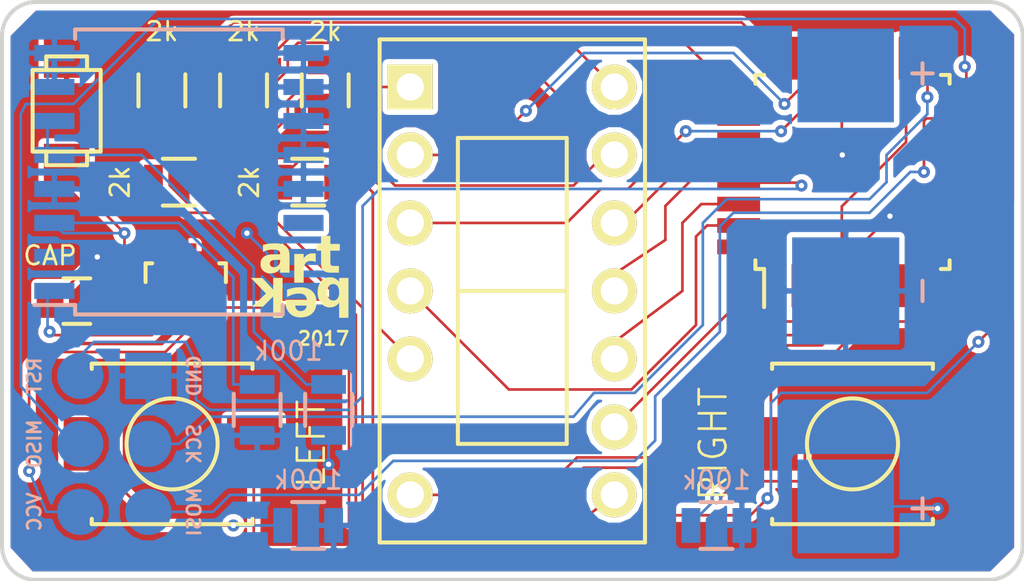
<source format=kicad_pcb>
(kicad_pcb (version 4) (host pcbnew 4.0.7-e2-6376~58~ubuntu16.04.1)

  (general
    (links 54)
    (no_connects 0)
    (area 107.874999 82.474999 146.125001 104.215001)
    (thickness 1.6)
    (drawings 9)
    (tracks 326)
    (zones 0)
    (modules 20)
    (nets 45)
  )

  (page A4)
  (layers
    (0 F.Cu signal)
    (31 B.Cu signal)
    (32 B.Adhes user)
    (33 F.Adhes user)
    (34 B.Paste user)
    (35 F.Paste user)
    (36 B.SilkS user)
    (37 F.SilkS user)
    (38 B.Mask user)
    (39 F.Mask user)
    (40 Dwgs.User user)
    (41 Cmts.User user)
    (42 Eco1.User user)
    (43 Eco2.User user)
    (44 Edge.Cuts user)
    (45 Margin user)
    (46 B.CrtYd user)
    (47 F.CrtYd user)
    (48 B.Fab user)
    (49 F.Fab user)
  )

  (setup
    (last_trace_width 0.1)
    (trace_clearance 0.1)
    (zone_clearance 0.2)
    (zone_45_only no)
    (trace_min 0.1)
    (segment_width 0.2)
    (edge_width 0.15)
    (via_size 0.45)
    (via_drill 0.2)
    (via_min_size 0.45)
    (via_min_drill 0.2)
    (uvia_size 0.3)
    (uvia_drill 0.1)
    (uvias_allowed no)
    (uvia_min_size 0.2)
    (uvia_min_drill 0.1)
    (pcb_text_width 0.3)
    (pcb_text_size 1.5 1.5)
    (mod_edge_width 0.15)
    (mod_text_size 1 1)
    (mod_text_width 0.15)
    (pad_size 1.7272 1.7272)
    (pad_drill 0)
    (pad_to_mask_clearance 0.2)
    (aux_axis_origin 0 0)
    (visible_elements FFFEFFFF)
    (pcbplotparams
      (layerselection 0x00030_80000001)
      (usegerberextensions false)
      (excludeedgelayer true)
      (linewidth 0.100000)
      (plotframeref false)
      (viasonmask false)
      (mode 1)
      (useauxorigin false)
      (hpglpennumber 1)
      (hpglpenspeed 20)
      (hpglpendiameter 15)
      (hpglpenoverlay 2)
      (psnegative false)
      (psa4output false)
      (plotreference true)
      (plotvalue true)
      (plotinvisibletext false)
      (padsonsilk false)
      (subtractmaskfromsilk false)
      (outputformat 1)
      (mirror false)
      (drillshape 1)
      (scaleselection 1)
      (outputdirectory ""))
  )

  (net 0 "")
  (net 1 "Net-(C1-Pad1)")
  (net 2 GND)
  (net 3 "Net-(J1-Pad2)")
  (net 4 "Net-(J1-Pad3)")
  (net 5 "Net-(J1-Pad4)")
  (net 6 "Net-(J1-Pad5)")
  (net 7 VCC)
  (net 8 "Net-(Q1-Pad1)")
  (net 9 "Net-(R1-Pad1)")
  (net 10 "Net-(R2-Pad1)")
  (net 11 "Net-(R3-Pad1)")
  (net 12 "Net-(R3-Pad2)")
  (net 13 "Net-(R4-Pad1)")
  (net 14 "Net-(R4-Pad2)")
  (net 15 "Net-(R5-Pad1)")
  (net 16 "Net-(R5-Pad2)")
  (net 17 "Net-(R11-Pad2)")
  (net 18 "Net-(S1-Pad7)")
  (net 19 "Net-(SW1-Pad1)")
  (net 20 "Net-(SW2-Pad1)")
  (net 21 "Net-(U1-Pad9)")
  (net 22 "Net-(U1-Pad13)")
  (net 23 "Net-(U1-Pad14)")
  (net 24 "Net-(U1-Pad20)")
  (net 25 "Net-(U2-Pad2)")
  (net 26 "Net-(U2-Pad14)")
  (net 27 "Net-(U2-Pad15)")
  (net 28 "Net-(LEFT_R1-Pad1)")
  (net 29 "Net-(RIGHT_R1-Pad1)")
  (net 30 "Net-(R1-Pad2)")
  (net 31 "Net-(R2-Pad2)")
  (net 32 "Net-(S1-Pad2)")
  (net 33 "Net-(S1-Pad4)")
  (net 34 "Net-(S1-Pad9)")
  (net 35 "Net-(S1-Pad12)")
  (net 36 "Net-(S1-Pad3)")
  (net 37 "Net-(S1-Pad11)")
  (net 38 "Net-(S1-Pad10)")
  (net 39 "Net-(U1-Pad6)")
  (net 40 "Net-(U1-Pad7)")
  (net 41 "Net-(U1-Pad8)")
  (net 42 "Net-(U1-Pad12)")
  (net 43 "Net-(U1-Pad19)")
  (net 44 "Net-(J1-Pad6)")

  (net_class Default "This is the default net class."
    (clearance 0.1)
    (trace_width 0.1)
    (via_dia 0.45)
    (via_drill 0.2)
    (uvia_dia 0.3)
    (uvia_drill 0.1)
    (add_net GND)
    (add_net "Net-(C1-Pad1)")
    (add_net "Net-(J1-Pad2)")
    (add_net "Net-(J1-Pad3)")
    (add_net "Net-(J1-Pad4)")
    (add_net "Net-(J1-Pad5)")
    (add_net "Net-(J1-Pad6)")
    (add_net "Net-(LEFT_R1-Pad1)")
    (add_net "Net-(Q1-Pad1)")
    (add_net "Net-(R1-Pad1)")
    (add_net "Net-(R1-Pad2)")
    (add_net "Net-(R11-Pad2)")
    (add_net "Net-(R2-Pad1)")
    (add_net "Net-(R2-Pad2)")
    (add_net "Net-(R3-Pad1)")
    (add_net "Net-(R3-Pad2)")
    (add_net "Net-(R4-Pad1)")
    (add_net "Net-(R4-Pad2)")
    (add_net "Net-(R5-Pad1)")
    (add_net "Net-(R5-Pad2)")
    (add_net "Net-(RIGHT_R1-Pad1)")
    (add_net "Net-(S1-Pad10)")
    (add_net "Net-(S1-Pad11)")
    (add_net "Net-(S1-Pad12)")
    (add_net "Net-(S1-Pad2)")
    (add_net "Net-(S1-Pad3)")
    (add_net "Net-(S1-Pad4)")
    (add_net "Net-(S1-Pad7)")
    (add_net "Net-(S1-Pad9)")
    (add_net "Net-(SW1-Pad1)")
    (add_net "Net-(SW2-Pad1)")
    (add_net "Net-(U1-Pad12)")
    (add_net "Net-(U1-Pad13)")
    (add_net "Net-(U1-Pad14)")
    (add_net "Net-(U1-Pad19)")
    (add_net "Net-(U1-Pad20)")
    (add_net "Net-(U1-Pad6)")
    (add_net "Net-(U1-Pad7)")
    (add_net "Net-(U1-Pad8)")
    (add_net "Net-(U1-Pad9)")
    (add_net "Net-(U2-Pad14)")
    (add_net "Net-(U2-Pad15)")
    (add_net "Net-(U2-Pad2)")
    (add_net VCC)
  )

  (module TO_SOT_Packages_SMD:SOT-23 (layer F.Cu) (tedit 59AA9C2B) (tstamp 59A48415)
    (at 114.808 92.964)
    (descr "SOT-23, Standard")
    (tags SOT-23)
    (path /59A45534)
    (attr smd)
    (fp_text reference Q1 (at 0 -2.25) (layer F.SilkS) hide
      (effects (font (size 1 1) (thickness 0.15)))
    )
    (fp_text value BSS138 (at 0 2.3) (layer F.Fab) hide
      (effects (font (size 1 1) (thickness 0.15)))
    )
    (fp_line (start -1.65 -1.6) (end 1.65 -1.6) (layer F.CrtYd) (width 0.05))
    (fp_line (start 1.65 -1.6) (end 1.65 1.6) (layer F.CrtYd) (width 0.05))
    (fp_line (start 1.65 1.6) (end -1.65 1.6) (layer F.CrtYd) (width 0.05))
    (fp_line (start -1.65 1.6) (end -1.65 -1.6) (layer F.CrtYd) (width 0.05))
    (fp_line (start 1.29916 -0.65024) (end 1.2509 -0.65024) (layer F.SilkS) (width 0.15))
    (fp_line (start -1.49982 0.0508) (end -1.49982 -0.65024) (layer F.SilkS) (width 0.15))
    (fp_line (start -1.49982 -0.65024) (end -1.2509 -0.65024) (layer F.SilkS) (width 0.15))
    (fp_line (start 1.29916 -0.65024) (end 1.49982 -0.65024) (layer F.SilkS) (width 0.15))
    (fp_line (start 1.49982 -0.65024) (end 1.49982 0.0508) (layer F.SilkS) (width 0.15))
    (pad 1 smd rect (at -0.95 1.00076) (size 0.8001 0.8001) (layers F.Cu F.Paste F.Mask)
      (net 8 "Net-(Q1-Pad1)"))
    (pad 2 smd rect (at 0.95 1.00076) (size 0.8001 0.8001) (layers F.Cu F.Paste F.Mask)
      (net 44 "Net-(J1-Pad6)"))
    (pad 3 smd rect (at 0 -0.99822) (size 0.8001 0.8001) (layers F.Cu F.Paste F.Mask)
      (net 7 VCC))
    (model TO_SOT_Packages_SMD.3dshapes/SOT-23.wrl
      (at (xyz 0 0 0))
      (scale (xyz 1 1 1))
      (rotate (xyz 0 0 0))
    )
  )

  (module Housings_QFP:TQFP-32_7x7mm_Pitch0.8mm (layer F.Cu) (tedit 59AA872C) (tstamp 59A484A1)
    (at 139.7 88.9 90)
    (descr "32-Lead Plastic Thin Quad Flatpack (PT) - 7x7x1.0 mm Body, 2.00 mm [TQFP] (see Microchip Packaging Specification 00000049BS.pdf)")
    (tags "QFP 0.8")
    (path /59A43B8A)
    (attr smd)
    (fp_text reference U1 (at 0 -6.05 90) (layer F.SilkS) hide
      (effects (font (size 1 1) (thickness 0.15)))
    )
    (fp_text value ATTINY88-AU (at 0 6.05 90) (layer F.Fab) hide
      (effects (font (size 1 1) (thickness 0.15)))
    )
    (fp_line (start -5.3 -5.3) (end -5.3 5.3) (layer F.CrtYd) (width 0.05))
    (fp_line (start 5.3 -5.3) (end 5.3 5.3) (layer F.CrtYd) (width 0.05))
    (fp_line (start -5.3 -5.3) (end 5.3 -5.3) (layer F.CrtYd) (width 0.05))
    (fp_line (start -5.3 5.3) (end 5.3 5.3) (layer F.CrtYd) (width 0.05))
    (fp_line (start -3.625 -3.625) (end -3.625 -3.3) (layer F.SilkS) (width 0.15))
    (fp_line (start 3.625 -3.625) (end 3.625 -3.3) (layer F.SilkS) (width 0.15))
    (fp_line (start 3.625 3.625) (end 3.625 3.3) (layer F.SilkS) (width 0.15))
    (fp_line (start -3.625 3.625) (end -3.625 3.3) (layer F.SilkS) (width 0.15))
    (fp_line (start -3.625 -3.625) (end -3.3 -3.625) (layer F.SilkS) (width 0.15))
    (fp_line (start -3.625 3.625) (end -3.3 3.625) (layer F.SilkS) (width 0.15))
    (fp_line (start 3.625 3.625) (end 3.3 3.625) (layer F.SilkS) (width 0.15))
    (fp_line (start 3.625 -3.625) (end 3.3 -3.625) (layer F.SilkS) (width 0.15))
    (fp_line (start -3.625 -3.3) (end -5.05 -3.3) (layer F.SilkS) (width 0.15))
    (pad 1 smd rect (at -4.25 -2.8 90) (size 1.6 0.55) (layers F.Cu F.Paste F.Mask)
      (net 18 "Net-(S1-Pad7)"))
    (pad 2 smd rect (at -4.25 -2 90) (size 1.6 0.55) (layers F.Cu F.Paste F.Mask)
      (net 16 "Net-(R5-Pad2)"))
    (pad 3 smd rect (at -4.25 -1.2 90) (size 1.6 0.55) (layers F.Cu F.Paste F.Mask)
      (net 12 "Net-(R3-Pad2)"))
    (pad 4 smd rect (at -4.25 -0.4 90) (size 1.6 0.55) (layers F.Cu F.Paste F.Mask)
      (net 44 "Net-(J1-Pad6)"))
    (pad 5 smd rect (at -4.25 0.4 90) (size 1.6 0.55) (layers F.Cu F.Paste F.Mask)
      (net 2 GND))
    (pad 6 smd rect (at -4.25 1.2 90) (size 1.6 0.55) (layers F.Cu F.Paste F.Mask)
      (net 39 "Net-(U1-Pad6)"))
    (pad 7 smd rect (at -4.25 2 90) (size 1.6 0.55) (layers F.Cu F.Paste F.Mask)
      (net 40 "Net-(U1-Pad7)"))
    (pad 8 smd rect (at -4.25 2.8 90) (size 1.6 0.55) (layers F.Cu F.Paste F.Mask)
      (net 41 "Net-(U1-Pad8)"))
    (pad 9 smd rect (at -2.8 4.25 180) (size 1.6 0.55) (layers F.Cu F.Paste F.Mask)
      (net 21 "Net-(U1-Pad9)"))
    (pad 10 smd rect (at -2 4.25 180) (size 1.6 0.55) (layers F.Cu F.Paste F.Mask)
      (net 20 "Net-(SW2-Pad1)"))
    (pad 11 smd rect (at -1.2 4.25 180) (size 1.6 0.55) (layers F.Cu F.Paste F.Mask)
      (net 19 "Net-(SW1-Pad1)"))
    (pad 12 smd rect (at -0.4 4.25 180) (size 1.6 0.55) (layers F.Cu F.Paste F.Mask)
      (net 42 "Net-(U1-Pad12)"))
    (pad 13 smd rect (at 0.4 4.25 180) (size 1.6 0.55) (layers F.Cu F.Paste F.Mask)
      (net 22 "Net-(U1-Pad13)"))
    (pad 14 smd rect (at 1.2 4.25 180) (size 1.6 0.55) (layers F.Cu F.Paste F.Mask)
      (net 23 "Net-(U1-Pad14)"))
    (pad 15 smd rect (at 2 4.25 180) (size 1.6 0.55) (layers F.Cu F.Paste F.Mask)
      (net 6 "Net-(J1-Pad5)"))
    (pad 16 smd rect (at 2.8 4.25 180) (size 1.6 0.55) (layers F.Cu F.Paste F.Mask)
      (net 5 "Net-(J1-Pad4)"))
    (pad 17 smd rect (at 4.25 2.8 90) (size 1.6 0.55) (layers F.Cu F.Paste F.Mask)
      (net 4 "Net-(J1-Pad3)"))
    (pad 18 smd rect (at 4.25 2 90) (size 1.6 0.55) (layers F.Cu F.Paste F.Mask)
      (net 44 "Net-(J1-Pad6)"))
    (pad 19 smd rect (at 4.25 1.2 90) (size 1.6 0.55) (layers F.Cu F.Paste F.Mask)
      (net 43 "Net-(U1-Pad19)"))
    (pad 20 smd rect (at 4.25 0.4 90) (size 1.6 0.55) (layers F.Cu F.Paste F.Mask)
      (net 24 "Net-(U1-Pad20)"))
    (pad 21 smd rect (at 4.25 -0.4 90) (size 1.6 0.55) (layers F.Cu F.Paste F.Mask)
      (net 2 GND))
    (pad 22 smd rect (at 4.25 -1.2 90) (size 1.6 0.55) (layers F.Cu F.Paste F.Mask)
      (net 36 "Net-(S1-Pad3)"))
    (pad 23 smd rect (at 4.25 -2 90) (size 1.6 0.55) (layers F.Cu F.Paste F.Mask)
      (net 32 "Net-(S1-Pad2)"))
    (pad 24 smd rect (at 4.25 -2.8 90) (size 1.6 0.55) (layers F.Cu F.Paste F.Mask)
      (net 14 "Net-(R4-Pad2)"))
    (pad 25 smd rect (at 2.8 -4.25 180) (size 1.6 0.55) (layers F.Cu F.Paste F.Mask)
      (net 30 "Net-(R1-Pad2)"))
    (pad 26 smd rect (at 2 -4.25 180) (size 1.6 0.55) (layers F.Cu F.Paste F.Mask)
      (net 31 "Net-(R2-Pad2)"))
    (pad 27 smd rect (at 1.2 -4.25 180) (size 1.6 0.55) (layers F.Cu F.Paste F.Mask)
      (net 35 "Net-(S1-Pad12)"))
    (pad 28 smd rect (at 0.4 -4.25 180) (size 1.6 0.55) (layers F.Cu F.Paste F.Mask)
      (net 37 "Net-(S1-Pad11)"))
    (pad 29 smd rect (at -0.4 -4.25 180) (size 1.6 0.55) (layers F.Cu F.Paste F.Mask)
      (net 3 "Net-(J1-Pad2)"))
    (pad 30 smd rect (at -1.2 -4.25 180) (size 1.6 0.55) (layers F.Cu F.Paste F.Mask)
      (net 38 "Net-(S1-Pad10)"))
    (pad 31 smd rect (at -2 -4.25 180) (size 1.6 0.55) (layers F.Cu F.Paste F.Mask)
      (net 33 "Net-(S1-Pad4)"))
    (pad 32 smd rect (at -2.8 -4.25 180) (size 1.6 0.55) (layers F.Cu F.Paste F.Mask)
      (net 34 "Net-(S1-Pad9)"))
    (model Housings_QFP.3dshapes/TQFP-32_7x7mm_Pitch0.8mm.wrl
      (at (xyz 0 0 0))
      (scale (xyz 1 1 1))
      (rotate (xyz 0 0 0))
    )
  )

  (module Housings_SOIC:SOIC-16_7.5x10.3mm_Pitch1.27mm (layer B.Cu) (tedit 59AA9CE3) (tstamp 59A484B5)
    (at 114.554 88.9)
    (descr "16-Lead Plastic Small Outline (SO) - Wide, 7.50 mm Body [SOIC] (see Microchip Packaging Specification 00000049BS.pdf)")
    (tags "SOIC 1.27")
    (path /59A43C32)
    (attr smd)
    (fp_text reference U2 (at 0 6.25) (layer B.SilkS) hide
      (effects (font (size 1 1) (thickness 0.15)) (justify mirror))
    )
    (fp_text value 4027 (at 0 -6.25) (layer B.Fab) hide
      (effects (font (size 1 1) (thickness 0.15)) (justify mirror))
    )
    (fp_line (start -5.65 5.5) (end -5.65 -5.5) (layer B.CrtYd) (width 0.05))
    (fp_line (start 5.65 5.5) (end 5.65 -5.5) (layer B.CrtYd) (width 0.05))
    (fp_line (start -5.65 5.5) (end 5.65 5.5) (layer B.CrtYd) (width 0.05))
    (fp_line (start -5.65 -5.5) (end 5.65 -5.5) (layer B.CrtYd) (width 0.05))
    (fp_line (start -3.875 5.325) (end -3.875 4.97) (layer B.SilkS) (width 0.15))
    (fp_line (start 3.875 5.325) (end 3.875 4.97) (layer B.SilkS) (width 0.15))
    (fp_line (start 3.875 -5.325) (end 3.875 -4.97) (layer B.SilkS) (width 0.15))
    (fp_line (start -3.875 -5.325) (end -3.875 -4.97) (layer B.SilkS) (width 0.15))
    (fp_line (start -3.875 5.325) (end 3.875 5.325) (layer B.SilkS) (width 0.15))
    (fp_line (start -3.875 -5.325) (end 3.875 -5.325) (layer B.SilkS) (width 0.15))
    (fp_line (start -3.875 4.97) (end -5.4 4.97) (layer B.SilkS) (width 0.15))
    (pad 1 smd rect (at -4.65 4.445) (size 1.5 0.6) (layers B.Cu B.Paste B.Mask)
      (net 8 "Net-(Q1-Pad1)"))
    (pad 2 smd rect (at -4.65 3.175) (size 1.5 0.6) (layers B.Cu B.Paste B.Mask)
      (net 25 "Net-(U2-Pad2)"))
    (pad 3 smd rect (at -4.65 1.905) (size 1.5 0.6) (layers B.Cu B.Paste B.Mask)
      (net 1 "Net-(C1-Pad1)"))
    (pad 4 smd rect (at -4.65 0.635) (size 1.5 0.6) (layers B.Cu B.Paste B.Mask)
      (net 2 GND))
    (pad 5 smd rect (at -4.65 -0.635) (size 1.5 0.6) (layers B.Cu B.Paste B.Mask)
      (net 17 "Net-(R11-Pad2)"))
    (pad 6 smd rect (at -4.65 -1.905) (size 1.5 0.6) (layers B.Cu B.Paste B.Mask)
      (net 17 "Net-(R11-Pad2)"))
    (pad 7 smd rect (at -4.65 -3.175) (size 1.5 0.6) (layers B.Cu B.Paste B.Mask)
      (net 2 GND))
    (pad 8 smd rect (at -4.65 -4.445) (size 1.5 0.6) (layers B.Cu B.Paste B.Mask)
      (net 2 GND))
    (pad 9 smd rect (at 4.65 -4.445) (size 1.5 0.6) (layers B.Cu B.Paste B.Mask)
      (net 2 GND))
    (pad 10 smd rect (at 4.65 -3.175) (size 1.5 0.6) (layers B.Cu B.Paste B.Mask)
      (net 2 GND))
    (pad 11 smd rect (at 4.65 -1.905) (size 1.5 0.6) (layers B.Cu B.Paste B.Mask)
      (net 2 GND))
    (pad 12 smd rect (at 4.65 -0.635) (size 1.5 0.6) (layers B.Cu B.Paste B.Mask)
      (net 2 GND))
    (pad 13 smd rect (at 4.65 0.635) (size 1.5 0.6) (layers B.Cu B.Paste B.Mask)
      (net 2 GND))
    (pad 14 smd rect (at 4.65 1.905) (size 1.5 0.6) (layers B.Cu B.Paste B.Mask)
      (net 26 "Net-(U2-Pad14)"))
    (pad 15 smd rect (at 4.65 3.175) (size 1.5 0.6) (layers B.Cu B.Paste B.Mask)
      (net 27 "Net-(U2-Pad15)"))
    (pad 16 smd rect (at 4.65 4.445) (size 1.5 0.6) (layers B.Cu B.Paste B.Mask)
      (net 7 VCC))
    (model Housings_SOIC.3dshapes/SOIC-16_7.5x10.3mm_Pitch1.27mm.wrl
      (at (xyz 0 0 0))
      (scale (xyz 1 1 1))
      (rotate (xyz 0 0 0))
    )
  )

  (module Capacitors_SMD:C_0805 (layer F.Cu) (tedit 59ABEDD1) (tstamp 59A9C14A)
    (at 110.744 93.726 180)
    (descr "Capacitor SMD 0805, reflow soldering, AVX (see smccp.pdf)")
    (tags "capacitor 0805")
    (path /59A44F69)
    (attr smd)
    (fp_text reference CAP (at 1 1.7 180) (layer F.SilkS)
      (effects (font (size 0.7 0.7) (thickness 0.1)))
    )
    (fp_text value 33n (at 0 2.1 180) (layer F.Fab) hide
      (effects (font (size 1 1) (thickness 0.15)))
    )
    (fp_line (start -1.8 -1) (end 1.8 -1) (layer F.CrtYd) (width 0.05))
    (fp_line (start -1.8 1) (end 1.8 1) (layer F.CrtYd) (width 0.05))
    (fp_line (start -1.8 -1) (end -1.8 1) (layer F.CrtYd) (width 0.05))
    (fp_line (start 1.8 -1) (end 1.8 1) (layer F.CrtYd) (width 0.05))
    (fp_line (start 0.5 -0.85) (end -0.5 -0.85) (layer F.SilkS) (width 0.15))
    (fp_line (start -0.5 0.85) (end 0.5 0.85) (layer F.SilkS) (width 0.15))
    (pad 1 smd rect (at -1 0 180) (size 1 1.25) (layers F.Cu F.Paste F.Mask)
      (net 1 "Net-(C1-Pad1)"))
    (pad 2 smd rect (at 1 0 180) (size 1 1.25) (layers F.Cu F.Paste F.Mask)
      (net 2 GND))
    (model Capacitors_SMD.3dshapes/C_0805.wrl
      (at (xyz 0 0 0))
      (scale (xyz 1 1 1))
      (rotate (xyz 0 0 0))
    )
  )

  (module Resistors_SMD:R_0805 (layer F.Cu) (tedit 59ABC58C) (tstamp 59A9C156)
    (at 116.967 85.852 90)
    (descr "Resistor SMD 0805, reflow soldering, Vishay (see dcrcw.pdf)")
    (tags "resistor 0805")
    (path /59A54DDD)
    (attr smd)
    (fp_text reference 2k (at 2.2 0 180) (layer F.SilkS)
      (effects (font (size 0.7 0.7) (thickness 0.1)))
    )
    (fp_text value 2k (at 0 2.1 90) (layer F.Fab) hide
      (effects (font (size 1 1) (thickness 0.15)))
    )
    (fp_line (start -1.6 -1) (end 1.6 -1) (layer F.CrtYd) (width 0.05))
    (fp_line (start -1.6 1) (end 1.6 1) (layer F.CrtYd) (width 0.05))
    (fp_line (start -1.6 -1) (end -1.6 1) (layer F.CrtYd) (width 0.05))
    (fp_line (start 1.6 -1) (end 1.6 1) (layer F.CrtYd) (width 0.05))
    (fp_line (start 0.6 0.875) (end -0.6 0.875) (layer F.SilkS) (width 0.15))
    (fp_line (start -0.6 -0.875) (end 0.6 -0.875) (layer F.SilkS) (width 0.15))
    (pad 1 smd rect (at -0.95 0 90) (size 0.7 1.3) (layers F.Cu F.Paste F.Mask)
      (net 9 "Net-(R1-Pad1)"))
    (pad 2 smd rect (at 0.95 0 90) (size 0.7 1.3) (layers F.Cu F.Paste F.Mask)
      (net 30 "Net-(R1-Pad2)"))
    (model Resistors_SMD.3dshapes/R_0805.wrl
      (at (xyz 0 0 0))
      (scale (xyz 1 1 1))
      (rotate (xyz 0 0 0))
    )
  )

  (module Resistors_SMD:R_0805 (layer F.Cu) (tedit 59ABC593) (tstamp 59A9C15C)
    (at 120.015 85.852 90)
    (descr "Resistor SMD 0805, reflow soldering, Vishay (see dcrcw.pdf)")
    (tags "resistor 0805")
    (path /59A552E7)
    (attr smd)
    (fp_text reference 2k (at 2.2 0 180) (layer F.SilkS)
      (effects (font (size 0.7 0.7) (thickness 0.1)))
    )
    (fp_text value 2k (at 0 2.1 90) (layer F.Fab) hide
      (effects (font (size 1 1) (thickness 0.15)))
    )
    (fp_line (start -1.6 -1) (end 1.6 -1) (layer F.CrtYd) (width 0.05))
    (fp_line (start -1.6 1) (end 1.6 1) (layer F.CrtYd) (width 0.05))
    (fp_line (start -1.6 -1) (end -1.6 1) (layer F.CrtYd) (width 0.05))
    (fp_line (start 1.6 -1) (end 1.6 1) (layer F.CrtYd) (width 0.05))
    (fp_line (start 0.6 0.875) (end -0.6 0.875) (layer F.SilkS) (width 0.15))
    (fp_line (start -0.6 -0.875) (end 0.6 -0.875) (layer F.SilkS) (width 0.15))
    (pad 1 smd rect (at -0.95 0 90) (size 0.7 1.3) (layers F.Cu F.Paste F.Mask)
      (net 10 "Net-(R2-Pad1)"))
    (pad 2 smd rect (at 0.95 0 90) (size 0.7 1.3) (layers F.Cu F.Paste F.Mask)
      (net 31 "Net-(R2-Pad2)"))
    (model Resistors_SMD.3dshapes/R_0805.wrl
      (at (xyz 0 0 0))
      (scale (xyz 1 1 1))
      (rotate (xyz 0 0 0))
    )
  )

  (module Resistors_SMD:R_0805 (layer F.Cu) (tedit 59ABC574) (tstamp 59A9C162)
    (at 114.554 89.281 180)
    (descr "Resistor SMD 0805, reflow soldering, Vishay (see dcrcw.pdf)")
    (tags "resistor 0805")
    (path /59A55370)
    (attr smd)
    (fp_text reference 2k (at 2.2 0 270) (layer F.SilkS)
      (effects (font (size 0.7 0.7) (thickness 0.1)))
    )
    (fp_text value 2k (at 0 2.1 180) (layer F.Fab) hide
      (effects (font (size 1 1) (thickness 0.15)))
    )
    (fp_line (start -1.6 -1) (end 1.6 -1) (layer F.CrtYd) (width 0.05))
    (fp_line (start -1.6 1) (end 1.6 1) (layer F.CrtYd) (width 0.05))
    (fp_line (start -1.6 -1) (end -1.6 1) (layer F.CrtYd) (width 0.05))
    (fp_line (start 1.6 -1) (end 1.6 1) (layer F.CrtYd) (width 0.05))
    (fp_line (start 0.6 0.875) (end -0.6 0.875) (layer F.SilkS) (width 0.15))
    (fp_line (start -0.6 -0.875) (end 0.6 -0.875) (layer F.SilkS) (width 0.15))
    (pad 1 smd rect (at -0.95 0 180) (size 0.7 1.3) (layers F.Cu F.Paste F.Mask)
      (net 11 "Net-(R3-Pad1)"))
    (pad 2 smd rect (at 0.95 0 180) (size 0.7 1.3) (layers F.Cu F.Paste F.Mask)
      (net 12 "Net-(R3-Pad2)"))
    (model Resistors_SMD.3dshapes/R_0805.wrl
      (at (xyz 0 0 0))
      (scale (xyz 1 1 1))
      (rotate (xyz 0 0 0))
    )
  )

  (module Resistors_SMD:R_0805 (layer F.Cu) (tedit 59ABC585) (tstamp 59A9C168)
    (at 113.919 85.852 90)
    (descr "Resistor SMD 0805, reflow soldering, Vishay (see dcrcw.pdf)")
    (tags "resistor 0805")
    (path /59A553B8)
    (attr smd)
    (fp_text reference 2k (at 2.2 0 180) (layer F.SilkS)
      (effects (font (size 0.7 0.7) (thickness 0.1)))
    )
    (fp_text value 2k (at 0 2.1 90) (layer F.Fab) hide
      (effects (font (size 1 1) (thickness 0.15)))
    )
    (fp_line (start -1.6 -1) (end 1.6 -1) (layer F.CrtYd) (width 0.05))
    (fp_line (start -1.6 1) (end 1.6 1) (layer F.CrtYd) (width 0.05))
    (fp_line (start -1.6 -1) (end -1.6 1) (layer F.CrtYd) (width 0.05))
    (fp_line (start 1.6 -1) (end 1.6 1) (layer F.CrtYd) (width 0.05))
    (fp_line (start 0.6 0.875) (end -0.6 0.875) (layer F.SilkS) (width 0.15))
    (fp_line (start -0.6 -0.875) (end 0.6 -0.875) (layer F.SilkS) (width 0.15))
    (pad 1 smd rect (at -0.95 0 90) (size 0.7 1.3) (layers F.Cu F.Paste F.Mask)
      (net 13 "Net-(R4-Pad1)"))
    (pad 2 smd rect (at 0.95 0 90) (size 0.7 1.3) (layers F.Cu F.Paste F.Mask)
      (net 14 "Net-(R4-Pad2)"))
    (model Resistors_SMD.3dshapes/R_0805.wrl
      (at (xyz 0 0 0))
      (scale (xyz 1 1 1))
      (rotate (xyz 0 0 0))
    )
  )

  (module Resistors_SMD:R_0805 (layer F.Cu) (tedit 59ABC57C) (tstamp 59A9C16E)
    (at 119.38 89.281)
    (descr "Resistor SMD 0805, reflow soldering, Vishay (see dcrcw.pdf)")
    (tags "resistor 0805")
    (path /59A55403)
    (attr smd)
    (fp_text reference 2k (at -2.2 0 90) (layer F.SilkS)
      (effects (font (size 0.7 0.7) (thickness 0.1)))
    )
    (fp_text value 2k (at 0 2.1) (layer F.Fab) hide
      (effects (font (size 1 1) (thickness 0.15)))
    )
    (fp_line (start -1.6 -1) (end 1.6 -1) (layer F.CrtYd) (width 0.05))
    (fp_line (start -1.6 1) (end 1.6 1) (layer F.CrtYd) (width 0.05))
    (fp_line (start -1.6 -1) (end -1.6 1) (layer F.CrtYd) (width 0.05))
    (fp_line (start 1.6 -1) (end 1.6 1) (layer F.CrtYd) (width 0.05))
    (fp_line (start 0.6 0.875) (end -0.6 0.875) (layer F.SilkS) (width 0.15))
    (fp_line (start -0.6 -0.875) (end 0.6 -0.875) (layer F.SilkS) (width 0.15))
    (pad 1 smd rect (at -0.95 0) (size 0.7 1.3) (layers F.Cu F.Paste F.Mask)
      (net 15 "Net-(R5-Pad1)"))
    (pad 2 smd rect (at 0.95 0) (size 0.7 1.3) (layers F.Cu F.Paste F.Mask)
      (net 16 "Net-(R5-Pad2)"))
    (model Resistors_SMD.3dshapes/R_0805.wrl
      (at (xyz 0 0 0))
      (scale (xyz 1 1 1))
      (rotate (xyz 0 0 0))
    )
  )

  (module Resistors_SMD:R_0805 (layer B.Cu) (tedit 59ABC4B7) (tstamp 59A9C174)
    (at 117.475 97.79 270)
    (descr "Resistor SMD 0805, reflow soldering, Vishay (see dcrcw.pdf)")
    (tags "resistor 0805")
    (path /59A44CC9)
    (attr smd)
    (fp_text reference 100k (at 2.2 0 360) (layer B.SilkS) hide
      (effects (font (size 0.8 0.8) (thickness 0.1)) (justify mirror))
    )
    (fp_text value 100k (at 0 -2.1 270) (layer B.Fab) hide
      (effects (font (size 1 1) (thickness 0.15)) (justify mirror))
    )
    (fp_line (start -1.6 1) (end 1.6 1) (layer B.CrtYd) (width 0.05))
    (fp_line (start -1.6 -1) (end 1.6 -1) (layer B.CrtYd) (width 0.05))
    (fp_line (start -1.6 1) (end -1.6 -1) (layer B.CrtYd) (width 0.05))
    (fp_line (start 1.6 1) (end 1.6 -1) (layer B.CrtYd) (width 0.05))
    (fp_line (start 0.6 -0.875) (end -0.6 -0.875) (layer B.SilkS) (width 0.15))
    (fp_line (start -0.6 0.875) (end 0.6 0.875) (layer B.SilkS) (width 0.15))
    (pad 1 smd rect (at -0.95 0 270) (size 0.7 1.3) (layers B.Cu B.Paste B.Mask)
      (net 1 "Net-(C1-Pad1)"))
    (pad 2 smd rect (at 0.95 0 270) (size 0.7 1.3) (layers B.Cu B.Paste B.Mask)
      (net 2 GND))
    (model Resistors_SMD.3dshapes/R_0805.wrl
      (at (xyz 0 0 0))
      (scale (xyz 1 1 1))
      (rotate (xyz 0 0 0))
    )
  )

  (module Resistors_SMD:R_0805 (layer B.Cu) (tedit 59ABC5A2) (tstamp 59A9C17A)
    (at 120.142 97.79 90)
    (descr "Resistor SMD 0805, reflow soldering, Vishay (see dcrcw.pdf)")
    (tags "resistor 0805")
    (path /59A44F07)
    (attr smd)
    (fp_text reference 100k (at 2.2 -1.5 180) (layer B.SilkS)
      (effects (font (size 0.7 0.7) (thickness 0.1)) (justify mirror))
    )
    (fp_text value 100k (at 0 -2.1 90) (layer B.Fab) hide
      (effects (font (size 1 1) (thickness 0.15)) (justify mirror))
    )
    (fp_line (start -1.6 1) (end 1.6 1) (layer B.CrtYd) (width 0.05))
    (fp_line (start -1.6 -1) (end 1.6 -1) (layer B.CrtYd) (width 0.05))
    (fp_line (start -1.6 1) (end -1.6 -1) (layer B.CrtYd) (width 0.05))
    (fp_line (start 1.6 1) (end 1.6 -1) (layer B.CrtYd) (width 0.05))
    (fp_line (start 0.6 -0.875) (end -0.6 -0.875) (layer B.SilkS) (width 0.15))
    (fp_line (start -0.6 0.875) (end 0.6 0.875) (layer B.SilkS) (width 0.15))
    (pad 1 smd rect (at -0.95 0 90) (size 0.7 1.3) (layers B.Cu B.Paste B.Mask)
      (net 7 VCC))
    (pad 2 smd rect (at 0.95 0 90) (size 0.7 1.3) (layers B.Cu B.Paste B.Mask)
      (net 17 "Net-(R11-Pad2)"))
    (model Resistors_SMD.3dshapes/R_0805.wrl
      (at (xyz 0 0 0))
      (scale (xyz 1 1 1))
      (rotate (xyz 0 0 0))
    )
  )

  (module Resistors_SMD:R_0805 (layer B.Cu) (tedit 59ABC5B2) (tstamp 59A9C180)
    (at 134.62 102.108)
    (descr "Resistor SMD 0805, reflow soldering, Vishay (see dcrcw.pdf)")
    (tags "resistor 0805")
    (path /59A49255)
    (attr smd)
    (fp_text reference 100k (at 0 -1.7) (layer B.SilkS)
      (effects (font (size 0.7 0.7) (thickness 0.1)) (justify mirror))
    )
    (fp_text value 100k (at 0 -2.1) (layer B.Fab) hide
      (effects (font (size 1 1) (thickness 0.15)) (justify mirror))
    )
    (fp_line (start -1.6 1) (end 1.6 1) (layer B.CrtYd) (width 0.05))
    (fp_line (start -1.6 -1) (end 1.6 -1) (layer B.CrtYd) (width 0.05))
    (fp_line (start -1.6 1) (end -1.6 -1) (layer B.CrtYd) (width 0.05))
    (fp_line (start 1.6 1) (end 1.6 -1) (layer B.CrtYd) (width 0.05))
    (fp_line (start 0.6 -0.875) (end -0.6 -0.875) (layer B.SilkS) (width 0.15))
    (fp_line (start -0.6 0.875) (end 0.6 0.875) (layer B.SilkS) (width 0.15))
    (pad 1 smd rect (at -0.95 0) (size 0.7 1.3) (layers B.Cu B.Paste B.Mask)
      (net 29 "Net-(RIGHT_R1-Pad1)"))
    (pad 2 smd rect (at 0.95 0) (size 0.7 1.3) (layers B.Cu B.Paste B.Mask)
      (net 2 GND))
    (model Resistors_SMD.3dshapes/R_0805.wrl
      (at (xyz 0 0 0))
      (scale (xyz 1 1 1))
      (rotate (xyz 0 0 0))
    )
  )

  (module Resistors_SMD:R_0805 (layer B.Cu) (tedit 59ABC5AA) (tstamp 59A9C386)
    (at 119.38 102.108)
    (descr "Resistor SMD 0805, reflow soldering, Vishay (see dcrcw.pdf)")
    (tags "resistor 0805")
    (path /59A4A61C)
    (attr smd)
    (fp_text reference 100k (at 0 -1.7) (layer B.SilkS)
      (effects (font (size 0.7 0.7) (thickness 0.1)) (justify mirror))
    )
    (fp_text value 100k (at 0 -2.1) (layer B.Fab) hide
      (effects (font (size 1 1) (thickness 0.15)) (justify mirror))
    )
    (fp_line (start -1.6 1) (end 1.6 1) (layer B.CrtYd) (width 0.05))
    (fp_line (start -1.6 -1) (end 1.6 -1) (layer B.CrtYd) (width 0.05))
    (fp_line (start -1.6 1) (end -1.6 -1) (layer B.CrtYd) (width 0.05))
    (fp_line (start 1.6 1) (end 1.6 -1) (layer B.CrtYd) (width 0.05))
    (fp_line (start 0.6 -0.875) (end -0.6 -0.875) (layer B.SilkS) (width 0.15))
    (fp_line (start -0.6 0.875) (end 0.6 0.875) (layer B.SilkS) (width 0.15))
    (pad 1 smd rect (at -0.95 0) (size 0.7 1.3) (layers B.Cu B.Paste B.Mask)
      (net 28 "Net-(LEFT_R1-Pad1)"))
    (pad 2 smd rect (at 0.95 0) (size 0.7 1.3) (layers B.Cu B.Paste B.Mask)
      (net 2 GND))
    (model Resistors_SMD.3dshapes/R_0805.wrl
      (at (xyz 0 0 0))
      (scale (xyz 1 1 1))
      (rotate (xyz 0 0 0))
    )
  )

  (module kicad_bart:2x7_dot_matrix (layer F.Cu) (tedit 59AA9D20) (tstamp 59A9C397)
    (at 127 93.345 270)
    (descr "Module for the MAN3640 7 segm display")
    (tags DIL)
    (path /59A444FC)
    (fp_text reference S1 (at 11.43 0 360) (layer F.SilkS) hide
      (effects (font (size 1 1) (thickness 0.15)))
    )
    (fp_text value 5x7_DISPLAY (at -11.43 0 360) (layer F.Fab) hide
      (effects (font (size 1 1) (thickness 0.15)))
    )
    (fp_line (start 0 2.032) (end -5.715 2.032) (layer F.SilkS) (width 0.15))
    (fp_line (start -5.715 2.032) (end -5.715 -2.032) (layer F.SilkS) (width 0.15))
    (fp_line (start -5.715 -2.032) (end 5.715 -2.032) (layer F.SilkS) (width 0.15))
    (fp_line (start 5.715 -2.032) (end 5.715 2.032) (layer F.SilkS) (width 0.15))
    (fp_line (start 5.715 2.032) (end 0 2.032) (layer F.SilkS) (width 0.15))
    (fp_line (start 0 2.032) (end 0 -2.032) (layer F.SilkS) (width 0.15))
    (fp_line (start 9.398 4.953) (end 9.398 -4.953) (layer F.SilkS) (width 0.15))
    (fp_line (start 9.398 -4.953) (end -9.398 -4.953) (layer F.SilkS) (width 0.15))
    (fp_line (start -9.398 -4.953) (end -9.398 4.953) (layer F.SilkS) (width 0.15))
    (fp_line (start -9.398 4.953) (end 9.398 4.953) (layer F.SilkS) (width 0.15))
    (pad 5C thru_hole circle (at 2.54 3.81 270) (size 1.6764 1.6764) (drill 1.016) (layers *.Cu *.Mask F.SilkS)
      (net 15 "Net-(R5-Pad1)"))
    (pad 3 thru_hole circle (at -2.54 3.81 270) (size 1.6764 1.6764) (drill 1.016) (layers *.Cu *.Mask F.SilkS)
      (net 36 "Net-(S1-Pad3)"))
    (pad 10 thru_hole circle (at 2.54 -3.81 270) (size 1.6764 1.6764) (drill 1.016) (layers *.Cu *.Mask F.SilkS)
      (net 38 "Net-(S1-Pad10)"))
    (pad 11 thru_hole circle (at 0 -3.81 270) (size 1.6764 1.6764) (drill 1.016) (layers *.Cu *.Mask F.SilkS)
      (net 37 "Net-(S1-Pad11)"))
    (pad 1C thru_hole rect (at -7.62 3.81 270) (size 1.6764 1.6764) (drill 1.016) (layers *.Cu *.Mask F.SilkS)
      (net 13 "Net-(R4-Pad1)"))
    (pad 2 thru_hole circle (at -5.08 3.81 270) (size 1.6764 1.6764) (drill 1.016) (layers *.Cu *.Mask F.SilkS)
      (net 32 "Net-(S1-Pad2)"))
    (pad 4 thru_hole circle (at 0 3.81 270) (size 1.6764 1.6764) (drill 1.016) (layers *.Cu *.Mask F.SilkS)
      (net 33 "Net-(S1-Pad4)"))
    (pad 7 thru_hole circle (at 7.62 3.81 270) (size 1.6764 1.6764) (drill 1.016) (layers *.Cu *.Mask F.SilkS)
      (net 18 "Net-(S1-Pad7)"))
    (pad 8C thru_hole circle (at 7.62 -3.81 270) (size 1.6764 1.6764) (drill 1.016) (layers *.Cu *.Mask F.SilkS)
      (net 11 "Net-(R3-Pad1)"))
    (pad 9 thru_hole circle (at 5.08 -3.81 270) (size 1.6764 1.6764) (drill 1.016) (layers *.Cu *.Mask F.SilkS)
      (net 34 "Net-(S1-Pad9)"))
    (pad 12 thru_hole circle (at -2.54 -3.81 270) (size 1.6764 1.6764) (drill 1.016) (layers *.Cu *.Mask F.SilkS)
      (net 35 "Net-(S1-Pad12)"))
    (pad 13C thru_hole circle (at -5.08 -3.81 270) (size 1.6764 1.6764) (drill 1.016) (layers *.Cu *.Mask F.SilkS)
      (net 10 "Net-(R2-Pad1)"))
    (pad 14C thru_hole circle (at -7.62 -3.81 270) (size 1.6764 1.6764) (drill 1.016) (layers *.Cu *.Mask F.SilkS)
      (net 9 "Net-(R1-Pad1)"))
    (model Displays_7-Segment.3dshapes/MAN3640A.wrl
      (at (xyz 0 0 0))
      (scale (xyz 1 1 1))
      (rotate (xyz 0 0 90))
    )
  )

  (module kicad_bart:SW_PANASONIC (layer F.Cu) (tedit 59AAC5A3) (tstamp 59AAC2FF)
    (at 114.3 99.06 180)
    (descr "Light Touch Switch")
    (path /59A4A616)
    (attr smd)
    (fp_text reference LEFT (at -5.2 0 270) (layer F.SilkS)
      (effects (font (size 1 1) (thickness 0.1)))
    )
    (fp_text value LEFT (at 0 0 180) (layer F.Fab)
      (effects (font (size 1 1) (thickness 0.15)))
    )
    (fp_line (start -4.5 -3.25) (end 4.5 -3.25) (layer F.CrtYd) (width 0.05))
    (fp_line (start 4.5 -3.25) (end 4.5 3.25) (layer F.CrtYd) (width 0.05))
    (fp_line (start 4.5 3.25) (end -4.5 3.25) (layer F.CrtYd) (width 0.05))
    (fp_line (start -4.5 3.25) (end -4.5 -3.25) (layer F.CrtYd) (width 0.05))
    (fp_line (start 3 -3) (end 3 -2.8) (layer F.SilkS) (width 0.15))
    (fp_line (start 3 3) (end 3 2.8) (layer F.SilkS) (width 0.15))
    (fp_line (start -3 3) (end -3 2.8) (layer F.SilkS) (width 0.15))
    (fp_line (start -3 -3) (end -3 -2.8) (layer F.SilkS) (width 0.15))
    (fp_line (start 3 -3) (end -3 -3) (layer F.SilkS) (width 0.15))
    (fp_line (start -3 3) (end 3 3) (layer F.SilkS) (width 0.15))
    (fp_circle (center 0 0) (end 1.7 0) (layer F.SilkS) (width 0.15))
    (pad 2 smd rect (at 3.048 0 180) (size 2 2) (layers F.Cu F.Paste F.Mask)
      (net 28 "Net-(LEFT_R1-Pad1)"))
    (pad 1 smd rect (at -3.048 0 180) (size 2 2) (layers F.Cu F.Paste F.Mask)
      (net 19 "Net-(SW1-Pad1)"))
  )

  (module kicad_bart:SW_PANASONIC (layer F.Cu) (tedit 59AAC5B8) (tstamp 59AAC310)
    (at 139.7 99.06)
    (descr "Light Touch Switch")
    (path /59A44970)
    (attr smd)
    (fp_text reference RIGHT (at -5.2 0 90) (layer F.SilkS)
      (effects (font (size 1 1) (thickness 0.1)))
    )
    (fp_text value RIGHT (at 0 0) (layer F.Fab)
      (effects (font (size 1 1) (thickness 0.15)))
    )
    (fp_line (start -4.5 -3.25) (end 4.5 -3.25) (layer F.CrtYd) (width 0.05))
    (fp_line (start 4.5 -3.25) (end 4.5 3.25) (layer F.CrtYd) (width 0.05))
    (fp_line (start 4.5 3.25) (end -4.5 3.25) (layer F.CrtYd) (width 0.05))
    (fp_line (start -4.5 3.25) (end -4.5 -3.25) (layer F.CrtYd) (width 0.05))
    (fp_line (start 3 -3) (end 3 -2.8) (layer F.SilkS) (width 0.15))
    (fp_line (start 3 3) (end 3 2.8) (layer F.SilkS) (width 0.15))
    (fp_line (start -3 3) (end -3 2.8) (layer F.SilkS) (width 0.15))
    (fp_line (start -3 -3) (end -3 -2.8) (layer F.SilkS) (width 0.15))
    (fp_line (start 3 -3) (end -3 -3) (layer F.SilkS) (width 0.15))
    (fp_line (start -3 3) (end 3 3) (layer F.SilkS) (width 0.15))
    (fp_circle (center 0 0) (end 1.7 0) (layer F.SilkS) (width 0.15))
    (pad 2 smd rect (at 3.048 0) (size 2 2) (layers F.Cu F.Paste F.Mask)
      (net 29 "Net-(RIGHT_R1-Pad1)"))
    (pad 1 smd rect (at -3.048 0) (size 2 2) (layers F.Cu F.Paste F.Mask)
      (net 20 "Net-(SW2-Pad1)"))
  )

  (module kicad_bart:SW_OMRON_SMALL (layer F.Cu) (tedit 59AAC4D2) (tstamp 59AAC320)
    (at 110.363 86.614 90)
    (descr "Light Touch Switch")
    (path /59A449AF)
    (attr smd)
    (fp_text reference SW3 (at -5.5 0 180) (layer F.SilkS) hide
      (effects (font (size 1 1) (thickness 0.1)))
    )
    (fp_text value POWER (at 0 0 90) (layer F.Fab)
      (effects (font (size 1 1) (thickness 0.15)))
    )
    (fp_line (start -1.524 0.762) (end -2.032 0.762) (layer F.SilkS) (width 0.15))
    (fp_line (start -2.032 0.762) (end -2.032 -0.762) (layer F.SilkS) (width 0.15))
    (fp_line (start -2.032 -0.762) (end -1.524 -0.762) (layer F.SilkS) (width 0.15))
    (fp_line (start 1.524 -0.762) (end 2.032 -0.762) (layer F.SilkS) (width 0.15))
    (fp_line (start 2.032 -0.762) (end 2.032 0.762) (layer F.SilkS) (width 0.15))
    (fp_line (start 2.032 0.762) (end 1.524 0.762) (layer F.SilkS) (width 0.15))
    (fp_line (start -1.524 1.27) (end -1.524 -1.27) (layer F.SilkS) (width 0.15))
    (fp_line (start 1.524 -1.27) (end 1.524 1.27) (layer F.SilkS) (width 0.15))
    (fp_line (start 1.524 -1.27) (end -1.524 -1.27) (layer F.SilkS) (width 0.15))
    (fp_line (start -1.524 1.27) (end 1.524 1.27) (layer F.SilkS) (width 0.15))
    (pad 2 smd rect (at 2.032 0 90) (size 1.6 1.7) (layers F.Cu F.Paste F.Mask)
      (net 7 VCC))
    (pad 1 smd rect (at -2.032 0 90) (size 1.6 1.7) (layers F.Cu F.Paste F.Mask)
      (net 1 "Net-(C1-Pad1)"))
  )

  (module kicad_bart:BatteryHolder_1220 (layer B.Cu) (tedit 59AAE102) (tstamp 59A48A75)
    (at 139.446 93.345 270)
    (descr "Resistor SMD 2816, reflow soldering, Vishay (see WSL-VISHAY.PDF)")
    (tags "resistor 2816")
    (path /59A446A0)
    (attr smd)
    (fp_text reference BT1 (at 0 3.81 270) (layer B.SilkS) hide
      (effects (font (size 1 1) (thickness 0.15)) (justify mirror))
    )
    (fp_text value Battery_Cell (at 0 -3.81 270) (layer B.Fab) hide
      (effects (font (size 1 1) (thickness 0.15)) (justify mirror))
    )
    (fp_text user - (at 0 -2.794 270) (layer B.SilkS)
      (effects (font (size 1 1) (thickness 0.15)) (justify mirror))
    )
    (fp_text user + (at 8.128 -2.794 270) (layer B.SilkS)
      (effects (font (size 1 1) (thickness 0.15)) (justify mirror))
    )
    (fp_text user + (at -8.128 -2.794 270) (layer B.SilkS)
      (effects (font (size 1 1) (thickness 0.15)) (justify mirror))
    )
    (fp_line (start 6.604 -5.08) (end 6.604 4.318) (layer B.CrtYd) (width 0.15))
    (fp_line (start -6.604 4.318) (end -6.604 -5.08) (layer B.CrtYd) (width 0.15))
    (fp_line (start 4.064 6.858) (end -4.064 6.858) (layer B.CrtYd) (width 0.15))
    (fp_line (start 6.604 4.318) (end 4.064 6.858) (layer B.CrtYd) (width 0.15))
    (fp_line (start -6.604 4.318) (end -4.064 6.858) (layer B.CrtYd) (width 0.15))
    (fp_line (start -6.604 -5.08) (end 6.604 -5.08) (layer B.CrtYd) (width 0.15))
    (fp_line (start -4.572 2.794) (end 4.572 2.794) (layer B.CrtYd) (width 0.05))
    (fp_line (start 4.572 2.794) (end 4.572 -2.794) (layer B.CrtYd) (width 0.05))
    (fp_line (start 4.572 -2.794) (end -4.572 -2.794) (layer B.CrtYd) (width 0.05))
    (fp_line (start -4.572 -2.794) (end -4.572 2.794) (layer B.CrtYd) (width 0.05))
    (pad 2 smd rect (at 0 0 270) (size 4 4) (layers B.Cu B.Paste B.Mask)
      (net 2 GND))
    (pad 1 smd rect (at 8.05 0 270) (size 3.5 3.6) (layers B.Cu B.Paste B.Mask)
      (net 7 VCC))
    (pad "" smd rect (at -8.05 0 270) (size 3.5 3.6) (layers B.Cu B.Paste B.Mask))
  )

  (module kicad_bart:Pin_Header_2x3_SMD (layer B.Cu) (tedit 59ABC6DC) (tstamp 59A9C380)
    (at 113.411 96.52 180)
    (descr "Through hole pin header")
    (tags "pin header")
    (path /59A445D5)
    (fp_text reference J1 (at 0 5.1 180) (layer B.SilkS) hide
      (effects (font (size 1 1) (thickness 0.15)) (justify mirror))
    )
    (fp_text value CONN_02X03 (at 0 3.1 180) (layer B.Fab)
      (effects (font (size 1 1) (thickness 0.15)) (justify mirror))
    )
    (fp_text user GND (at -1.7145 0 450) (layer B.SilkS)
      (effects (font (size 0.5 0.5) (thickness 0.1)) (justify mirror))
    )
    (fp_text user SCK (at -1.7145 -2.54 450) (layer B.SilkS)
      (effects (font (size 0.5 0.5) (thickness 0.1)) (justify mirror))
    )
    (fp_text user MOSI (at -1.7145 -5.08 450) (layer B.SilkS)
      (effects (font (size 0.5 0.5) (thickness 0.1)) (justify mirror))
    )
    (fp_text user VCC (at 4.2545 -5.08 450) (layer B.SilkS)
      (effects (font (size 0.5 0.5) (thickness 0.1)) (justify mirror))
    )
    (fp_text user MISO (at 4.2545 -2.54 450) (layer B.SilkS)
      (effects (font (size 0.5 0.5) (thickness 0.1)) (justify mirror))
    )
    (fp_text user RST (at 4.2545 0 450) (layer B.SilkS)
      (effects (font (size 0.5 0.5) (thickness 0.1)) (justify mirror))
    )
    (fp_line (start -1.75 1.75) (end -1.75 -6.85) (layer B.CrtYd) (width 0.05))
    (fp_line (start 4.3 1.75) (end 4.3 -6.85) (layer B.CrtYd) (width 0.05))
    (fp_line (start -1.75 1.75) (end 4.3 1.75) (layer B.CrtYd) (width 0.05))
    (fp_line (start -1.75 -6.85) (end 4.3 -6.85) (layer B.CrtYd) (width 0.05))
    (pad 1 smd rect (at 0 0 180) (size 1.7272 1.7272) (layers B.Cu B.Paste B.Mask)
      (net 2 GND))
    (pad 2 smd circle (at 2.54 0 180) (size 1.7272 1.7272) (layers B.Cu B.Paste B.Mask)
      (net 3 "Net-(J1-Pad2)"))
    (pad 3 smd circle (at 0 -2.54 180) (size 1.7272 1.7272) (layers B.Cu B.Paste B.Mask)
      (net 4 "Net-(J1-Pad3)"))
    (pad 4 smd circle (at 2.54 -2.54 180) (size 1.7272 1.7272) (layers B.Cu B.Paste B.Mask)
      (net 5 "Net-(J1-Pad4)"))
    (pad 5 smd circle (at 0 -5.08 180) (size 1.7272 1.7272) (layers B.Cu B.Paste B.Mask)
      (net 6 "Net-(J1-Pad5)"))
    (pad 6 smd circle (at 2.54 -5.08 180) (size 1.7272 1.7272) (layers B.Cu B.Paste B.Mask)
      (net 44 "Net-(J1-Pad6)"))
    (model Pin_Headers.3dshapes/Pin_Header_Straight_2x03.wrl
      (at (xyz 0.05 -0.1 0))
      (scale (xyz 1 1 1))
      (rotate (xyz 0 0 90))
    )
  )

  (module kicad_bart:logo (layer F.Cu) (tedit 59ABE81E) (tstamp 59ADA1DB)
    (at 119.126 92.837)
    (fp_text reference G*** (at 0 0) (layer F.SilkS) hide
      (effects (font (thickness 0.3)))
    )
    (fp_text value LOGO (at 0.75 0) (layer F.SilkS) hide
      (effects (font (thickness 0.3)))
    )
    (fp_poly (pts (xy -1.448857 0.042112) (xy -1.445107 0.046085) (xy -1.439181 0.052392) (xy -1.431378 0.060712)
      (xy -1.421997 0.070727) (xy -1.411337 0.082116) (xy -1.399699 0.094561) (xy -1.38738 0.107741)
      (xy -1.374681 0.121337) (xy -1.373628 0.122465) (xy -1.36028 0.136756) (xy -1.346769 0.151213)
      (xy -1.333481 0.165424) (xy -1.320797 0.178981) (xy -1.309103 0.191472) (xy -1.298782 0.202488)
      (xy -1.290219 0.211618) (xy -1.28449 0.217715) (xy -1.277315 0.225349) (xy -1.268105 0.235161)
      (xy -1.257301 0.246681) (xy -1.245347 0.259435) (xy -1.232685 0.272951) (xy -1.219757 0.286757)
      (xy -1.207007 0.300382) (xy -1.203722 0.303893) (xy -1.192347 0.316051) (xy -1.181736 0.327386)
      (xy -1.172147 0.337623) (xy -1.163836 0.346491) (xy -1.15706 0.353714) (xy -1.152075 0.359019)
      (xy -1.149138 0.362132) (xy -1.148442 0.362857) (xy -1.14703 0.364339) (xy -1.14341 0.368186)
      (xy -1.137851 0.374111) (xy -1.130622 0.381826) (xy -1.121991 0.391046) (xy -1.112229 0.401481)
      (xy -1.101602 0.412847) (xy -1.097878 0.416832) (xy -1.087005 0.428422) (xy -1.07687 0.439138)
      (xy -1.067746 0.448699) (xy -1.059905 0.456823) (xy -1.053621 0.463227) (xy -1.049166 0.46763)
      (xy -1.046813 0.46975) (xy -1.046541 0.4699) (xy -1.045401 0.468347) (xy -1.045187 0.464911)
      (xy -1.045234 0.462483) (xy -1.045276 0.456657) (xy -1.045311 0.447661) (xy -1.04534 0.435726)
      (xy -1.045362 0.421083) (xy -1.045378 0.403959) (xy -1.045387 0.384587) (xy -1.045388 0.363194)
      (xy -1.045383 0.340012) (xy -1.045371 0.315269) (xy -1.045351 0.289197) (xy -1.045324 0.262023)
      (xy -1.045303 0.244475) (xy -1.045029 0.029029) (xy -0.705758 0.029029) (xy -0.705758 1.507672)
      (xy -1.045936 1.507672) (xy -1.045475 1.105654) (xy -1.045424 1.054116) (xy -1.045393 1.006078)
      (xy -1.045382 0.96155) (xy -1.045392 0.920539) (xy -1.045422 0.883055) (xy -1.045472 0.849108)
      (xy -1.045542 0.818706) (xy -1.045632 0.79186) (xy -1.045742 0.768577) (xy -1.045872 0.748868)
      (xy -1.046022 0.732741) (xy -1.046192 0.720206) (xy -1.046382 0.711272) (xy -1.046592 0.705948)
      (xy -1.04682 0.704243) (xy -1.048287 0.705573) (xy -1.052178 0.70933) (xy -1.05835 0.715374)
      (xy -1.066662 0.723563) (xy -1.076973 0.733757) (xy -1.089141 0.745816) (xy -1.103026 0.759599)
      (xy -1.118484 0.774966) (xy -1.135376 0.791777) (xy -1.15356 0.80989) (xy -1.172894 0.829165)
      (xy -1.193237 0.849462) (xy -1.214447 0.87064) (xy -1.236384 0.892559) (xy -1.242329 0.898501)
      (xy -1.436031 1.092152) (xy -1.633323 1.09263) (xy -1.659748 1.092683) (xy -1.685134 1.092713)
      (xy -1.709248 1.092721) (xy -1.731857 1.092707) (xy -1.752727 1.092673) (xy -1.771627 1.092619)
      (xy -1.788323 1.092546) (xy -1.802582 1.092455) (xy -1.814171 1.092346) (xy -1.822857 1.092222)
      (xy -1.828408 1.092082) (xy -1.83059 1.091927) (xy -1.830615 1.091908) (xy -1.830025 1.091151)
      (xy -1.828188 1.089245) (xy -1.825005 1.086095) (xy -1.820377 1.081607) (xy -1.814204 1.075688)
      (xy -1.806386 1.068243) (xy -1.796825 1.059179) (xy -1.78542 1.048401) (xy -1.772073 1.035817)
      (xy -1.756684 1.02133) (xy -1.739153 1.004849) (xy -1.719382 0.986278) (xy -1.69727 0.965524)
      (xy -1.672718 0.942493) (xy -1.645626 0.917091) (xy -1.641951 0.913645) (xy -1.63031 0.902728)
      (xy -1.618799 0.891923) (xy -1.607865 0.881651) (xy -1.597959 0.872336) (xy -1.589529 0.8644)
      (xy -1.583024 0.858264) (xy -1.580196 0.855588) (xy -1.577066 0.852622) (xy -1.573876 0.849602)
      (xy -1.570461 0.846373) (xy -1.566658 0.842783) (xy -1.562303 0.838675) (xy -1.557231 0.833897)
      (xy -1.551279 0.828294) (xy -1.544282 0.821711) (xy -1.536077 0.813994) (xy -1.526499 0.804989)
      (xy -1.515385 0.794542) (xy -1.502569 0.782498) (xy -1.487889 0.768704) (xy -1.47118 0.753004)
      (xy -1.452279 0.735245) (xy -1.43102 0.715272) (xy -1.413329 0.69865) (xy -1.397405 0.683669)
      (xy -1.382276 0.669395) (xy -1.368145 0.656023) (xy -1.355219 0.64375) (xy -1.343703 0.632772)
      (xy -1.333802 0.623285) (xy -1.325721 0.615486) (xy -1.319665 0.60957) (xy -1.315841 0.605734)
      (xy -1.314452 0.604174) (xy -1.31445 0.604162) (xy -1.315669 0.602465) (xy -1.319084 0.598578)
      (xy -1.324338 0.592887) (xy -1.331071 0.585779) (xy -1.338924 0.577639) (xy -1.343479 0.572975)
      (xy -1.350675 0.565628) (xy -1.360009 0.556083) (xy -1.371088 0.544741) (xy -1.38352 0.532006)
      (xy -1.396912 0.518279) (xy -1.410871 0.503963) (xy -1.425005 0.48946) (xy -1.438755 0.475343)
      (xy -1.454287 0.459394) (xy -1.471708 0.441511) (xy -1.490371 0.422356) (xy -1.509631 0.402591)
      (xy -1.528842 0.38288) (xy -1.547359 0.363884) (xy -1.564536 0.346266) (xy -1.574011 0.33655)
      (xy -1.587465 0.32275) (xy -1.603013 0.306791) (xy -1.620222 0.289118) (xy -1.63866 0.270176)
      (xy -1.657894 0.25041) (xy -1.67749 0.230264) (xy -1.697017 0.210184) (xy -1.716041 0.190615)
      (xy -1.734129 0.172001) (xy -1.73907 0.166915) (xy -1.754985 0.150532) (xy -1.770573 0.134484)
      (xy -1.78559 0.119026) (xy -1.799786 0.104412) (xy -1.812915 0.090896) (xy -1.82473 0.078734)
      (xy -1.834983 0.068179) (xy -1.843427 0.059487) (xy -1.849814 0.052911) (xy -1.853628 0.048986)
      (xy -1.872134 0.029936) (xy -1.666771 0.029412) (xy -1.461408 0.028889) (xy -1.448857 0.042112)) (layer F.SilkS) (width 0.01))
    (fp_poly (pts (xy 1.065299 0.002164) (xy 1.081609 0.002503) (xy 1.097557 0.003079) (xy 1.112357 0.003873)
      (xy 1.125225 0.004868) (xy 1.135375 0.006048) (xy 1.13665 0.006245) (xy 1.174219 0.013913)
      (xy 1.209701 0.024463) (xy 1.243348 0.038007) (xy 1.275416 0.054656) (xy 1.306161 0.074523)
      (xy 1.325335 0.089039) (xy 1.335798 0.097947) (xy 1.347742 0.108983) (xy 1.36043 0.121403)
      (xy 1.373124 0.134465) (xy 1.385087 0.147424) (xy 1.395581 0.159537) (xy 1.397109 0.16139)
      (xy 1.412421 0.1801) (xy 1.414235 0.029936) (xy 1.584325 0.029473) (xy 1.754414 0.02901)
      (xy 1.754414 1.507672) (xy 1.413306 1.507672) (xy 1.41377 1.223736) (xy 1.413816 1.19194)
      (xy 1.413848 1.161145) (xy 1.413867 1.131544) (xy 1.413872 1.103332) (xy 1.413865 1.076703)
      (xy 1.413846 1.051852) (xy 1.413814 1.028971) (xy 1.413772 1.008256) (xy 1.413718 0.989901)
      (xy 1.413653 0.9741) (xy 1.413577 0.961046) (xy 1.413492 0.950935) (xy 1.413397 0.94396)
      (xy 1.413292 0.940315) (xy 1.413232 0.9398) (xy 1.411767 0.941122) (xy 1.408492 0.944732)
      (xy 1.403877 0.950094) (xy 1.398392 0.956673) (xy 1.397811 0.95738) (xy 1.370237 0.988527)
      (xy 1.341388 1.01628) (xy 1.31125 1.040647) (xy 1.279814 1.061636) (xy 1.247067 1.079254)
      (xy 1.212999 1.093509) (xy 1.177597 1.104409) (xy 1.176437 1.104704) (xy 1.138324 1.112566)
      (xy 1.09938 1.117205) (xy 1.060123 1.118619) (xy 1.021074 1.116806) (xy 0.98275 1.111764)
      (xy 0.953869 1.105631) (xy 0.919946 1.095301) (xy 0.887019 1.081586) (xy 0.855234 1.064627)
      (xy 0.824742 1.044569) (xy 0.79569 1.021554) (xy 0.768228 0.995725) (xy 0.742505 0.967225)
      (xy 0.718668 0.936197) (xy 0.696867 0.902783) (xy 0.677251 0.867128) (xy 0.659968 0.829373)
      (xy 0.65589 0.819271) (xy 0.6428 0.781715) (xy 0.631985 0.741767) (xy 0.62346 0.699875)
      (xy 0.617242 0.656486) (xy 0.613348 0.612049) (xy 0.61194 0.571242) (xy 0.96427 0.571242)
      (xy 0.964459 0.588318) (xy 0.964874 0.604087) (xy 0.965519 0.617846) (xy 0.966399 0.628889)
      (xy 0.966684 0.631372) (xy 0.972416 0.667653) (xy 0.980129 0.700913) (xy 0.989835 0.731178)
      (xy 1.001548 0.758476) (xy 1.015279 0.782835) (xy 1.031041 0.80428) (xy 1.048848 0.822839)
      (xy 1.060392 0.832504) (xy 1.070547 0.839474) (xy 1.082814 0.8466) (xy 1.095896 0.853217)
      (xy 1.108495 0.858656) (xy 1.116925 0.861584) (xy 1.128534 0.864811) (xy 1.139206 0.867191)
      (xy 1.149815 0.868822) (xy 1.161231 0.869801) (xy 1.174327 0.870225) (xy 1.189973 0.87019)
      (xy 1.1938 0.870131) (xy 1.206782 0.869856) (xy 1.216911 0.869484) (xy 1.22496 0.868938)
      (xy 1.231704 0.868143) (xy 1.237918 0.867022) (xy 1.244377 0.865498) (xy 1.246506 0.864944)
      (xy 1.272185 0.856456) (xy 1.295705 0.845124) (xy 1.317086 0.830925) (xy 1.33635 0.813834)
      (xy 1.353518 0.793827) (xy 1.368613 0.770878) (xy 1.381656 0.744965) (xy 1.392668 0.716061)
      (xy 1.399654 0.692232) (xy 1.402945 0.678888) (xy 1.405637 0.666257) (xy 1.407784 0.653766)
      (xy 1.409442 0.64084) (xy 1.410667 0.626904) (xy 1.411513 0.611385) (xy 1.412036 0.593709)
      (xy 1.412292 0.5733) (xy 1.412338 0.560615) (xy 1.412306 0.54041) (xy 1.412117 0.523237)
      (xy 1.411721 0.508499) (xy 1.411066 0.495602) (xy 1.410101 0.483949) (xy 1.408776 0.472945)
      (xy 1.407037 0.461994) (xy 1.404835 0.4505) (xy 1.402118 0.437868) (xy 1.401571 0.435429)
      (xy 1.393055 0.403952) (xy 1.382346 0.375259) (xy 1.369478 0.349383) (xy 1.354486 0.326362)
      (xy 1.337402 0.306229) (xy 1.318262 0.28902) (xy 1.297098 0.27477) (xy 1.273944 0.263514)
      (xy 1.248835 0.255287) (xy 1.223303 0.250323) (xy 1.203864 0.248641) (xy 1.183024 0.248531)
      (xy 1.161774 0.249898) (xy 1.141109 0.252649) (xy 1.122019 0.256691) (xy 1.107129 0.261307)
      (xy 1.083866 0.271844) (xy 1.062601 0.285405) (xy 1.043339 0.30198) (xy 1.026087 0.321561)
      (xy 1.010851 0.344139) (xy 0.997635 0.369704) (xy 0.986446 0.398247) (xy 0.977289 0.429759)
      (xy 0.970171 0.464231) (xy 0.967623 0.480786) (xy 0.966552 0.490912) (xy 0.965679 0.503957)
      (xy 0.965011 0.519217) (xy 0.96455 0.535987) (xy 0.964301 0.553563) (xy 0.96427 0.571242)
      (xy 0.61194 0.571242) (xy 0.611793 0.567012) (xy 0.612595 0.521823) (xy 0.615768 0.476929)
      (xy 0.621331 0.432779) (xy 0.629298 0.38982) (xy 0.63887 0.351366) (xy 0.652694 0.30885)
      (xy 0.669709 0.267824) (xy 0.6898 0.228522) (xy 0.712849 0.191178) (xy 0.72982 0.167461)
      (xy 0.739386 0.155553) (xy 0.750954 0.142277) (xy 0.763713 0.128486) (xy 0.776851 0.11503)
      (xy 0.789557 0.102764) (xy 0.80102 0.092538) (xy 0.801738 0.091935) (xy 0.83146 0.069412)
      (xy 0.863011 0.05001) (xy 0.896311 0.03376) (xy 0.931281 0.020697) (xy 0.967842 0.010854)
      (xy 1.005914 0.004264) (xy 1.012154 0.003512) (xy 1.022055 0.002735) (xy 1.034737 0.002263)
      (xy 1.049413 0.002078) (xy 1.065299 0.002164)) (layer F.SilkS) (width 0.01))
    (fp_poly (pts (xy -0.041548 0.375682) (xy -0.021398 0.375957) (xy -0.002335 0.37643) (xy 0.014895 0.377096)
      (xy 0.029544 0.377951) (xy 0.034471 0.378341) (xy 0.084856 0.384098) (xy 0.132667 0.392384)
      (xy 0.177943 0.403211) (xy 0.220722 0.416588) (xy 0.261045 0.432529) (xy 0.298951 0.451045)
      (xy 0.32006 0.4631) (xy 0.341565 0.476667) (xy 0.360776 0.490144) (xy 0.378738 0.504356)
      (xy 0.396499 0.520125) (xy 0.413671 0.536831) (xy 0.441301 0.567192) (xy 0.465978 0.599634)
      (xy 0.487716 0.634178) (xy 0.506527 0.670847) (xy 0.522423 0.709663) (xy 0.535416 0.750649)
      (xy 0.538633 0.762907) (xy 0.546335 0.798898) (xy 0.552087 0.837244) (xy 0.555871 0.877225)
      (xy 0.557667 0.918123) (xy 0.557455 0.959219) (xy 0.555217 0.999796) (xy 0.550932 1.039134)
      (xy 0.546807 1.064986) (xy 0.538006 1.104921) (xy 0.526365 1.144083) (xy 0.512096 1.181921)
      (xy 0.495408 1.217883) (xy 0.476512 1.251419) (xy 0.473959 1.255486) (xy 0.462369 1.272373)
      (xy 0.448428 1.290473) (xy 0.432824 1.309025) (xy 0.416246 1.327267) (xy 0.399381 1.344435)
      (xy 0.382918 1.359768) (xy 0.370114 1.370505) (xy 0.336726 1.394763) (xy 0.301516 1.416251)
      (xy 0.264378 1.435004) (xy 0.225205 1.451058) (xy 0.183891 1.464451) (xy 0.14033 1.475216)
      (xy 0.094415 1.483392) (xy 0.046041 1.489013) (xy 0.013607 1.491294) (xy -0.002883 1.492097)
      (xy -0.017036 1.492575) (xy -0.030132 1.492741) (xy -0.043448 1.492605) (xy -0.058262 1.492178)
      (xy -0.064408 1.491947) (xy -0.11189 1.488507) (xy -0.15751 1.482002) (xy -0.201242 1.472442)
      (xy -0.243063 1.459838) (xy -0.282946 1.4442) (xy -0.320867 1.425538) (xy -0.356801 1.403861)
      (xy -0.390722 1.379181) (xy -0.422607 1.351508) (xy -0.431823 1.342572) (xy -0.460677 1.311407)
      (xy -0.486483 1.278321) (xy -0.509259 1.243281) (xy -0.529022 1.206254) (xy -0.545788 1.167209)
      (xy -0.559575 1.126111) (xy -0.570399 1.082929) (xy -0.572484 1.072635) (xy -0.574836 1.060079)
      (xy -0.576465 1.050472) (xy -0.234595 1.050472) (xy -0.233512 1.072697) (xy -0.230522 1.099955)
      (xy -0.22439 1.125877) (xy -0.215304 1.150257) (xy -0.203454 1.172888) (xy -0.189025 1.193564)
      (xy -0.172208 1.21208) (xy -0.153189 1.228228) (xy -0.132156 1.241803) (xy -0.109299 1.252598)
      (xy -0.084804 1.260407) (xy -0.05886 1.265024) (xy -0.058058 1.265112) (xy -0.049163 1.265727)
      (xy -0.037902 1.266022) (xy -0.025521 1.266006) (xy -0.013267 1.265693) (xy -0.002386 1.265095)
      (xy 0.003676 1.26452) (xy 0.01295 1.263243) (xy 0.022844 1.261629) (xy 0.031308 1.260014)
      (xy 0.03175 1.259919) (xy 0.058926 1.25227) (xy 0.084235 1.24155) (xy 0.107562 1.227865)
      (xy 0.128796 1.211322) (xy 0.14782 1.192026) (xy 0.164523 1.170083) (xy 0.17879 1.1456)
      (xy 0.190508 1.118683) (xy 0.194044 1.108529) (xy 0.196519 1.100361) (xy 0.199104 1.090832)
      (xy 0.201603 1.080795) (xy 0.203817 1.071102) (xy 0.205549 1.062605) (xy 0.206601 1.056156)
      (xy 0.206828 1.053362) (xy 0.206596 1.052929) (xy 0.205775 1.052541) (xy 0.20418 1.052196)
      (xy 0.201622 1.051891) (xy 0.197916 1.051624) (xy 0.192874 1.051392) (xy 0.186311 1.051193)
      (xy 0.178039 1.051025) (xy 0.167872 1.050884) (xy 0.155623 1.050769) (xy 0.141105 1.050677)
      (xy 0.124132 1.050605) (xy 0.104517 1.050552) (xy 0.082073 1.050514) (xy 0.056614 1.05049)
      (xy 0.027953 1.050477) (xy -0.004096 1.050472) (xy -0.234595 1.050472) (xy -0.576465 1.050472)
      (xy -0.576816 1.048405) (xy -0.578461 1.037128) (xy -0.579806 1.025758) (xy -0.580888 1.01381)
      (xy -0.581743 1.000795) (xy -0.582407 0.986227) (xy -0.582917 0.969616) (xy -0.583309 0.950477)
      (xy -0.583619 0.928322) (xy -0.583689 0.922111) (xy -0.584588 0.840015) (xy 0.210925 0.840015)
      (xy 0.209688 0.828675) (xy 0.206383 0.807638) (xy 0.201076 0.785253) (xy 0.194163 0.762893)
      (xy 0.186041 0.741932) (xy 0.182366 0.733879) (xy 0.16954 0.711234) (xy 0.153663 0.689982)
      (xy 0.135187 0.670564) (xy 0.114562 0.65342) (xy 0.092238 0.638992) (xy 0.077803 0.631631)
      (xy 0.049399 0.620433) (xy 0.018446 0.611748) (xy -0.014985 0.605584) (xy -0.050818 0.601946)
      (xy -0.088981 0.600843) (xy -0.129398 0.602281) (xy -0.171997 0.606268) (xy -0.178248 0.607045)
      (xy -0.227929 0.614941) (xy -0.277727 0.625949) (xy -0.327839 0.640134) (xy -0.378461 0.657557)
      (xy -0.429789 0.678281) (xy -0.482019 0.70237) (xy -0.494936 0.708773) (xy -0.505586 0.714111)
      (xy -0.515102 0.718858) (xy -0.523023 0.722786) (xy -0.528887 0.725666) (xy -0.532234 0.727272)
      (xy -0.532838 0.727529) (xy -0.532931 0.725762) (xy -0.533018 0.720654) (xy -0.5331 0.712489)
      (xy -0.533174 0.701556) (xy -0.53324 0.688139) (xy -0.533296 0.672527) (xy -0.533342 0.655004)
      (xy -0.533375 0.635859) (xy -0.533395 0.615376) (xy -0.5334 0.597078) (xy -0.5334 0.466627)
      (xy -0.528411 0.464796) (xy -0.459866 0.441313) (xy -0.391888 0.421385) (xy -0.324399 0.404992)
      (xy -0.257322 0.392119) (xy -0.19058 0.382747) (xy -0.132443 0.37741) (xy -0.118068 0.376636)
      (xy -0.101044 0.376081) (xy -0.082118 0.375739) (xy -0.062037 0.375608) (xy -0.041548 0.375682)) (layer F.SilkS) (width 0.01))
    (fp_poly (pts (xy 0.464634 -0.891529) (xy 0.497738 -0.889059) (xy 0.52206 -0.8862) (xy 0.529771 -0.885149)
      (xy 0.529771 -0.578895) (xy 0.515467 -0.585017) (xy 0.483983 -0.596951) (xy 0.451559 -0.606308)
      (xy 0.418637 -0.613058) (xy 0.38566 -0.617167) (xy 0.353069 -0.618605) (xy 0.321308 -0.61734)
      (xy 0.290818 -0.613339) (xy 0.262041 -0.606573) (xy 0.253244 -0.60381) (xy 0.227597 -0.593684)
      (xy 0.204402 -0.581198) (xy 0.18309 -0.566002) (xy 0.165056 -0.549728) (xy 0.147965 -0.530985)
      (xy 0.133026 -0.510879) (xy 0.120094 -0.489086) (xy 0.109024 -0.46528) (xy 0.099671 -0.439137)
      (xy 0.091887 -0.410331) (xy 0.085529 -0.378536) (xy 0.083868 -0.3683) (xy 0.083465 -0.365382)
      (xy 0.083098 -0.361972) (xy 0.082765 -0.357889) (xy 0.082464 -0.352954) (xy 0.082192 -0.346986)
      (xy 0.081948 -0.339808) (xy 0.081729 -0.331237) (xy 0.081533 -0.321096) (xy 0.081357 -0.309204)
      (xy 0.081201 -0.29538) (xy 0.08106 -0.279447) (xy 0.080934 -0.261223) (xy 0.08082 -0.24053)
      (xy 0.080716 -0.217186) (xy 0.08062 -0.191013) (xy 0.080529 -0.161831) (xy 0.080441 -0.12946)
      (xy 0.080354 -0.093721) (xy 0.080315 -0.076653) (xy 0.079705 0.195943) (xy -0.259443 0.195943)
      (xy -0.259443 -0.867228) (xy 0.079828 -0.867228) (xy 0.079828 -0.692327) (xy 0.093328 -0.712195)
      (xy 0.107181 -0.731799) (xy 0.120768 -0.749263) (xy 0.135116 -0.765835) (xy 0.151254 -0.782764)
      (xy 0.152369 -0.783887) (xy 0.178368 -0.807904) (xy 0.205343 -0.828624) (xy 0.233623 -0.846219)
      (xy 0.263535 -0.860861) (xy 0.295408 -0.872724) (xy 0.32957 -0.88198) (xy 0.344714 -0.885138)
      (xy 0.371486 -0.889168) (xy 0.400842 -0.891579) (xy 0.432113 -0.892367) (xy 0.464634 -0.891529)) (layer F.SilkS) (width 0.01))
    (fp_poly (pts (xy -0.961318 -1.266001) (xy -0.94256 -1.265733) (xy -0.926237 -1.265263) (xy -0.915308 -1.264731)
      (xy -0.866495 -1.260715) (xy -0.820745 -1.254828) (xy -0.777992 -1.247034) (xy -0.738168 -1.237299)
      (xy -0.701207 -1.225586) (xy -0.667043 -1.211861) (xy -0.635608 -1.196088) (xy -0.606836 -1.178232)
      (xy -0.58066 -1.158258) (xy -0.557014 -1.13613) (xy -0.53583 -1.111813) (xy -0.517043 -1.085271)
      (xy -0.500584 -1.056471) (xy -0.493294 -1.0414) (xy -0.483106 -1.017315) (xy -0.474312 -0.992523)
      (xy -0.466758 -0.966435) (xy -0.460289 -0.938463) (xy -0.45475 -0.90802) (xy -0.450562 -0.879021)
      (xy -0.450186 -0.87587) (xy -0.44984 -0.87235) (xy -0.449524 -0.868301) (xy -0.449234 -0.863558)
      (xy -0.44897 -0.857959) (xy -0.448729 -0.851342) (xy -0.448511 -0.843545) (xy -0.448314 -0.834405)
      (xy -0.448135 -0.823759) (xy -0.447973 -0.811445) (xy -0.447827 -0.797301) (xy -0.447694 -0.781163)
      (xy -0.447574 -0.76287) (xy -0.447464 -0.742259) (xy -0.447363 -0.719168) (xy -0.447269 -0.693433)
      (xy -0.44718 -0.664893) (xy -0.447095 -0.633385) (xy -0.447013 -0.598746) (xy -0.446931 -0.560814)
      (xy -0.446847 -0.519427) (xy -0.446842 -0.516618) (xy -0.44618 -0.1778) (xy -0.789288 -0.1778)
      (xy -0.789214 -0.254453) (xy -0.789199 -0.270804) (xy -0.789187 -0.286033) (xy -0.789178 -0.299757)
      (xy -0.789172 -0.311592) (xy -0.789169 -0.321154) (xy -0.789169 -0.32806) (xy -0.789174 -0.331927)
      (xy -0.789177 -0.332615) (xy -0.790225 -0.331812) (xy -0.79308 -0.328583) (xy -0.797356 -0.323394)
      (xy -0.802664 -0.316707) (xy -0.80509 -0.313587) (xy -0.814582 -0.301885) (xy -0.825739 -0.289076)
      (xy -0.83789 -0.275859) (xy -0.850366 -0.26293) (xy -0.862499 -0.250988) (xy -0.873618 -0.24073)
      (xy -0.880836 -0.234606) (xy -0.910365 -0.213097) (xy -0.941644 -0.19476) (xy -0.974637 -0.179607)
      (xy -1.009309 -0.167651) (xy -1.045625 -0.158905) (xy -1.083549 -0.153382) (xy -1.112874 -0.151368)
      (xy -1.122644 -0.150988) (xy -1.131876 -0.150604) (xy -1.139554 -0.150258) (xy -1.144665 -0.149995)
      (xy -1.144815 -0.149986) (xy -1.14968 -0.149891) (xy -1.157211 -0.14998) (xy -1.166453 -0.150232)
      (xy -1.176448 -0.150626) (xy -1.178379 -0.150717) (xy -1.216705 -0.154117) (xy -1.253419 -0.160513)
      (xy -1.288392 -0.16985) (xy -1.321496 -0.182071) (xy -1.352603 -0.197119) (xy -1.381585 -0.214937)
      (xy -1.408312 -0.23547) (xy -1.432658 -0.25866) (xy -1.439121 -0.265723) (xy -1.46038 -0.292164)
      (xy -1.478421 -0.320008) (xy -1.493328 -0.349442) (xy -1.50519 -0.380654) (xy -1.514091 -0.413834)
      (xy -1.518853 -0.439964) (xy -1.519776 -0.44861) (xy -1.520476 -0.460104) (xy -1.520953 -0.473671)
      (xy -1.521208 -0.488537) (xy -1.521241 -0.503928) (xy -1.521071 -0.517478) (xy -1.179134 -0.517478)
      (xy -1.17886 -0.502511) (xy -1.177645 -0.488086) (xy -1.175532 -0.475352) (xy -1.173847 -0.468993)
      (xy -1.165704 -0.448789) (xy -1.154922 -0.431042) (xy -1.141483 -0.41574) (xy -1.125372 -0.40287)
      (xy -1.106572 -0.392418) (xy -1.085066 -0.384372) (xy -1.060838 -0.378719) (xy -1.058118 -0.378261)
      (xy -1.045644 -0.37683) (xy -1.030932 -0.376099) (xy -1.015017 -0.376038) (xy -0.998932 -0.376618)
      (xy -0.983712 -0.377808) (xy -0.970391 -0.379579) (xy -0.963386 -0.380992) (xy -0.939075 -0.388073)
      (xy -0.917101 -0.397209) (xy -0.896756 -0.408797) (xy -0.877333 -0.423232) (xy -0.859988 -0.439057)
      (xy -0.841727 -0.458818) (xy -0.826603 -0.479055) (xy -0.814259 -0.500411) (xy -0.80434 -0.523531)
      (xy -0.796492 -0.549057) (xy -0.794347 -0.557893) (xy -0.793 -0.564515) (xy -0.79195 -0.571593)
      (xy -0.791145 -0.579774) (xy -0.790533 -0.589709) (xy -0.790061 -0.602048) (xy -0.789719 -0.615496)
      (xy -0.788827 -0.656771) (xy -0.883817 -0.656767) (xy -0.90301 -0.65673) (xy -0.921878 -0.656626)
      (xy -0.939961 -0.656463) (xy -0.956797 -0.656247) (xy -0.971925 -0.655985) (xy -0.984883 -0.655684)
      (xy -0.995211 -0.655352) (xy -1.002446 -0.654995) (xy -1.0033 -0.654935) (xy -1.034445 -0.651525)
      (xy -1.062535 -0.646166) (xy -1.087581 -0.638851) (xy -1.109594 -0.629573) (xy -1.128586 -0.618326)
      (xy -1.144565 -0.605103) (xy -1.157544 -0.589896) (xy -1.167532 -0.5727) (xy -1.174541 -0.553506)
      (xy -1.176682 -0.544433) (xy -1.178422 -0.531835) (xy -1.179134 -0.517478) (xy -1.521071 -0.517478)
      (xy -1.521051 -0.519071) (xy -1.52064 -0.533191) (xy -1.520008 -0.545513) (xy -1.519154 -0.555265)
      (xy -1.518809 -0.557893) (xy -1.512439 -0.592092) (xy -1.503823 -0.623572) (xy -1.492837 -0.652556)
      (xy -1.479354 -0.679269) (xy -1.46325 -0.703934) (xy -1.4444 -0.726777) (xy -1.422678 -0.748021)
      (xy -1.404258 -0.763169) (xy -1.381435 -0.778785) (xy -1.355388 -0.793184) (xy -1.326336 -0.806291)
      (xy -1.294499 -0.81803) (xy -1.260097 -0.828325) (xy -1.223349 -0.837101) (xy -1.184476 -0.844281)
      (xy -1.158422 -0.848024) (xy -1.146066 -0.849582) (xy -1.134627 -0.850948) (xy -1.123769 -0.852136)
      (xy -1.113155 -0.853161) (xy -1.10245 -0.854038) (xy -1.091318 -0.85478) (xy -1.079422 -0.855402)
      (xy -1.066426 -0.855918) (xy -1.051995 -0.856342) (xy -1.035792 -0.856688) (xy -1.017481 -0.856972)
      (xy -0.996726 -0.857206) (xy -0.973191 -0.857406) (xy -0.94654 -0.857586) (xy -0.931183 -0.857677)
      (xy -0.789215 -0.858491) (xy -0.789215 -0.881986) (xy -0.790269 -0.904957) (xy -0.793525 -0.925327)
      (xy -0.799125 -0.94348) (xy -0.807208 -0.959802) (xy -0.817917 -0.974677) (xy -0.826559 -0.983955)
      (xy -0.841633 -0.996395) (xy -0.859983 -1.00741) (xy -0.881537 -1.016976) (xy -0.906221 -1.025066)
      (xy -0.933965 -1.031653) (xy -0.964695 -1.036712) (xy -0.976188 -1.038122) (xy -0.98646 -1.038982)
      (xy -0.999714 -1.039638) (xy -1.015308 -1.040092) (xy -1.032601 -1.04035) (xy -1.050951 -1.040413)
      (xy -1.069718 -1.040287) (xy -1.088259 -1.039976) (xy -1.105934 -1.039482) (xy -1.122102 -1.038809)
      (xy -1.13612 -1.037962) (xy -1.145722 -1.037123) (xy -1.193035 -1.030934) (xy -1.238796 -1.022562)
      (xy -1.282693 -1.01209) (xy -1.324415 -0.999606) (xy -1.363651 -0.985196) (xy -1.400088 -0.968944)
      (xy -1.408701 -0.964615) (xy -1.415596 -0.961099) (xy -1.421536 -0.958127) (xy -1.425582 -0.956169)
      (xy -1.426483 -0.955764) (xy -1.427091 -0.955657) (xy -1.427617 -0.956047) (xy -1.428066 -0.957178)
      (xy -1.428444 -0.959294) (xy -1.428757 -0.962639) (xy -1.429011 -0.967457) (xy -1.429213 -0.973993)
      (xy -1.429368 -0.982491) (xy -1.429482 -0.993194) (xy -1.429562 -1.006348) (xy -1.429614 -1.022195)
      (xy -1.429643 -1.040981) (xy -1.429655 -1.06295) (xy -1.429658 -1.083699) (xy -1.429658 -1.212967)
      (xy -1.390197 -1.221621) (xy -1.332081 -1.233512) (xy -1.274449 -1.243537) (xy -1.216219 -1.251857)
      (xy -1.156308 -1.258636) (xy -1.120322 -1.261928) (xy -1.105706 -1.262958) (xy -1.088273 -1.263856)
      (xy -1.068682 -1.264616) (xy -1.047589 -1.265226) (xy -1.025649 -1.265679) (xy -1.003519 -1.265965)
      (xy -0.981857 -1.266075) (xy -0.961318 -1.266001)) (layer F.SilkS) (width 0.01))
    (fp_poly (pts (xy 1.076314 -1.392918) (xy 1.076778 -1.241878) (xy 1.252323 -1.241416) (xy 1.427868 -1.240953)
      (xy 1.427402 -1.119859) (xy 1.426935 -0.998764) (xy 1.251403 -0.998301) (xy 1.075871 -0.997839)
      (xy 1.075898 -0.776051) (xy 1.075916 -0.747294) (xy 1.075961 -0.719222) (xy 1.076031 -0.692089)
      (xy 1.076126 -0.666146) (xy 1.076242 -0.641647) (xy 1.076378 -0.618844) (xy 1.076533 -0.59799)
      (xy 1.076704 -0.579337) (xy 1.07689 -0.563137) (xy 1.077089 -0.549644) (xy 1.077299 -0.539109)
      (xy 1.077518 -0.531787) (xy 1.077665 -0.528864) (xy 1.079857 -0.507171) (xy 1.083347 -0.488651)
      (xy 1.088305 -0.473028) (xy 1.094902 -0.460026) (xy 1.103309 -0.449368) (xy 1.113697 -0.440778)
      (xy 1.126238 -0.433979) (xy 1.139371 -0.429205) (xy 1.145334 -0.427487) (xy 1.151177 -0.426006)
      (xy 1.157221 -0.424741) (xy 1.163785 -0.423672) (xy 1.17119 -0.422779) (xy 1.179755 -0.422041)
      (xy 1.189801 -0.421438) (xy 1.201647 -0.42095) (xy 1.215615 -0.420557) (xy 1.232022 -0.420238)
      (xy 1.251191 -0.419973) (xy 1.273441 -0.419742) (xy 1.291317 -0.419588) (xy 1.398814 -0.418707)
      (xy 1.398814 -0.1778) (xy 1.227817 -0.178049) (xy 1.202768 -0.178102) (xy 1.178437 -0.178184)
      (xy 1.155111 -0.178293) (xy 1.133077 -0.178427) (xy 1.112622 -0.178582) (xy 1.094032 -0.178755)
      (xy 1.077595 -0.178945) (xy 1.063598 -0.179148) (xy 1.052326 -0.179362) (xy 1.044068 -0.179583)
      (xy 1.039109 -0.17981) (xy 1.038678 -0.179843) (xy 1.021633 -0.181597) (xy 1.003451 -0.183996)
      (xy 0.985249 -0.186861) (xy 0.968143 -0.190011) (xy 0.95325 -0.193269) (xy 0.9498 -0.194131)
      (xy 0.919762 -0.203035) (xy 0.892435 -0.213607) (xy 0.867708 -0.225994) (xy 0.845469 -0.240337)
      (xy 0.825608 -0.256782) (xy 0.808013 -0.275472) (xy 0.792574 -0.296551) (xy 0.779179 -0.320163)
      (xy 0.767717 -0.346453) (xy 0.758077 -0.375564) (xy 0.750148 -0.40764) (xy 0.743819 -0.442826)
      (xy 0.740805 -0.464974) (xy 0.740389 -0.468764) (xy 0.740011 -0.473097) (xy 0.739667 -0.478163)
      (xy 0.739357 -0.484149) (xy 0.739077 -0.491247) (xy 0.738824 -0.499643) (xy 0.738597 -0.509529)
      (xy 0.738393 -0.521092) (xy 0.738209 -0.534521) (xy 0.738043 -0.550007) (xy 0.737892 -0.567736)
      (xy 0.737753 -0.5879) (xy 0.737626 -0.610687) (xy 0.737506 -0.636285) (xy 0.737391 -0.664884)
      (xy 0.737279 -0.696673) (xy 0.737168 -0.731841) (xy 0.737132 -0.743857) (xy 0.736376 -0.998764)
      (xy 0.568778 -0.998764) (xy 0.568312 -1.119868) (xy 0.567845 -1.240971) (xy 0.7366 -1.240971)
      (xy 0.7366 -1.543957) (xy 1.07585 -1.543957) (xy 1.076314 -1.392918)) (layer F.SilkS) (width 0.01))
  )

  (gr_text 2017 (at 119.9515 95.123) (layer F.SilkS)
    (effects (font (size 0.5 0.5) (thickness 0.1)))
  )
  (gr_line (start 107.95 83.82) (end 107.95 102.87) (angle 90) (layer Edge.Cuts) (width 0.15))
  (gr_arc (start 109.22 83.82) (end 107.95 83.82) (angle 90) (layer Edge.Cuts) (width 0.15))
  (gr_line (start 144.78 82.55) (end 109.22 82.55) (angle 90) (layer Edge.Cuts) (width 0.15))
  (gr_line (start 146.05 102.87) (end 146.05 83.82) (angle 90) (layer Edge.Cuts) (width 0.15))
  (gr_line (start 144.78 104.14) (end 109.22 104.14) (angle 90) (layer Edge.Cuts) (width 0.15))
  (gr_arc (start 109.22 102.87) (end 109.22 104.14) (angle 90) (layer Edge.Cuts) (width 0.15) (tstamp 59A9CCE6))
  (gr_arc (start 144.78 83.82) (end 144.78 82.55) (angle 90) (layer Edge.Cuts) (width 0.15))
  (gr_arc (start 144.78 102.87) (end 146.05 102.87) (angle 90) (layer Edge.Cuts) (width 0.15))

  (segment (start 117.475 96.84) (end 116.586 96.84) (width 0.1) (layer B.Cu) (net 1))
  (segment (start 116.586 92.837) (end 116.459 92.71) (width 0.1) (layer B.Cu) (net 1) (tstamp 59AAD2CF))
  (segment (start 114.554 90.805) (end 109.65 90.805) (width 0.1) (layer B.Cu) (net 1) (tstamp 59AAC8A9))
  (segment (start 116.459 92.71) (end 114.554 90.805) (width 0.1) (layer B.Cu) (net 1) (tstamp 59AAD0D2))
  (segment (start 116.586 96.84) (end 116.586 92.837) (width 0.1) (layer B.Cu) (net 1))
  (segment (start 109.65 90.805) (end 109.855 90.805) (width 0.1) (layer B.Cu) (net 1))
  (segment (start 109.855 90.805) (end 110.236 91.186) (width 0.1) (layer B.Cu) (net 1) (tstamp 59AACE1F))
  (via (at 112.522 91.186) (size 0.45) (drill 0.2) (layers F.Cu B.Cu) (net 1))
  (segment (start 110.236 91.186) (end 112.522 91.186) (width 0.1) (layer B.Cu) (net 1) (tstamp 59AACE24))
  (segment (start 112.522 91.186) (end 112.522 92.948) (width 0.1) (layer F.Cu) (net 1))
  (segment (start 112.522 92.948) (end 111.744 93.726) (width 0.1) (layer F.Cu) (net 1) (tstamp 59AACDFE))
  (segment (start 110.363 88.646) (end 110.363 89.027) (width 0.1) (layer F.Cu) (net 1))
  (segment (start 110.363 89.027) (end 111.633 90.297) (width 0.1) (layer F.Cu) (net 1) (tstamp 59AACD68))
  (segment (start 111.633 90.297) (end 112.522 91.186) (width 0.1) (layer F.Cu) (net 1) (tstamp 59AACD6E))
  (segment (start 139.3 84.65) (end 139.3 88.246) (width 0.1) (layer F.Cu) (net 2))
  (via (at 139.319 88.265) (size 0.45) (drill 0.2) (layers F.Cu B.Cu) (net 2))
  (segment (start 139.3 88.246) (end 139.319 88.265) (width 0.1) (layer F.Cu) (net 2) (tstamp 59AADE7E))
  (segment (start 140.1 93.15) (end 140.1 91.548) (width 0.1) (layer F.Cu) (net 2) (status 10))
  (via (at 141.097 90.551) (size 0.45) (drill 0.2) (layers F.Cu B.Cu) (net 2))
  (segment (start 140.1 91.548) (end 141.097 90.551) (width 0.1) (layer F.Cu) (net 2) (tstamp 59AADD76))
  (segment (start 109.744 93.726) (end 109.855 93.726) (width 0.1) (layer F.Cu) (net 2))
  (segment (start 109.855 93.726) (end 111.506 92.075) (width 0.1) (layer F.Cu) (net 2) (tstamp 59AADC30))
  (via (at 111.506 92.075) (size 0.45) (drill 0.2) (layers F.Cu B.Cu) (net 2))
  (segment (start 109.65 84.455) (end 109.65 85.725) (width 0.1) (layer B.Cu) (net 2))
  (segment (start 120.142 97.79) (end 120.904 97.79) (width 0.1) (layer B.Cu) (net 3))
  (segment (start 115.697 97.79) (end 120.142 97.79) (width 0.1) (layer B.Cu) (net 3) (tstamp 59AAD31A))
  (segment (start 115.189 97.409) (end 115.697 97.79) (width 0.1) (layer B.Cu) (net 3) (tstamp 59AAD319))
  (segment (start 115.189 96.012) (end 115.189 97.409) (width 0.1) (layer B.Cu) (net 3) (tstamp 59AAD317))
  (segment (start 114.808 95.25) (end 115.189 96.012) (width 0.1) (layer B.Cu) (net 3) (tstamp 59AAD314))
  (segment (start 111.379 95.25) (end 114.808 95.25) (width 0.1) (layer B.Cu) (net 3) (tstamp 59AAD311))
  (segment (start 110.236 96.393) (end 111.379 95.25) (width 0.1) (layer B.Cu) (net 3) (tstamp 59AAD2DE))
  (segment (start 121.412 90.17) (end 122.047 89.535) (width 0.1) (layer B.Cu) (net 3) (tstamp 59ABC984))
  (segment (start 121.412 97.282) (end 121.412 90.17) (width 0.1) (layer B.Cu) (net 3) (tstamp 59ABC97F))
  (segment (start 120.904 97.79) (end 121.412 97.282) (width 0.1) (layer B.Cu) (net 3) (tstamp 59ABC97B))
  (segment (start 110.236 96.52) (end 110.236 96.393) (width 0.1) (layer B.Cu) (net 3))
  (segment (start 122.047 89.535) (end 137.668 89.535) (width 0.1) (layer B.Cu) (net 3) (tstamp 59ABC988))
  (segment (start 137.687 89.3) (end 135.45 89.3) (width 0.1) (layer F.Cu) (net 3) (tstamp 59AAD336) (status 20))
  (segment (start 137.795 89.408) (end 137.687 89.3) (width 0.1) (layer F.Cu) (net 3) (tstamp 59AAD335))
  (via (at 137.795 89.408) (size 0.45) (drill 0.2) (layers F.Cu B.Cu) (net 3))
  (segment (start 137.668 89.535) (end 137.795 89.408) (width 0.1) (layer B.Cu) (net 3) (tstamp 59AAD332))
  (segment (start 135.001 89.916) (end 140.335 89.916) (width 0.1) (layer B.Cu) (net 4))
  (segment (start 114.554 99.06) (end 115.697 98.044) (width 0.1) (layer B.Cu) (net 4) (tstamp 59AAD373))
  (segment (start 115.697 98.044) (end 129.286 98.044) (width 0.1) (layer B.Cu) (net 4) (tstamp 59AAD37C))
  (segment (start 129.286 98.044) (end 130.048 97.155) (width 0.1) (layer B.Cu) (net 4) (tstamp 59AAD37E))
  (segment (start 130.048 97.155) (end 131.572 97.155) (width 0.1) (layer B.Cu) (net 4) (tstamp 59AAD384))
  (segment (start 131.572 97.155) (end 134.112 94.615) (width 0.1) (layer B.Cu) (net 4) (tstamp 59AAD386))
  (segment (start 134.112 94.615) (end 134.112 90.805) (width 0.1) (layer B.Cu) (net 4) (tstamp 59AAD38B))
  (segment (start 134.112 90.805) (end 135.001 89.916) (width 0.1) (layer B.Cu) (net 4) (tstamp 59AAD38E))
  (via (at 142.494 86.106) (size 0.45) (drill 0.2) (layers F.Cu B.Cu) (net 4))
  (segment (start 142.494 86.106) (end 142.5 86.1) (width 0.1) (layer F.Cu) (net 4) (tstamp 59AAD39C))
  (segment (start 142.5 84.65) (end 142.5 86.1) (width 0.1) (layer F.Cu) (net 4) (tstamp 59AAD39D) (status 10))
  (segment (start 114.554 99.06) (end 112.776 99.06) (width 0.1) (layer B.Cu) (net 4))
  (segment (start 142.494 86.741) (end 142.494 86.106) (width 0.1) (layer B.Cu) (net 4) (tstamp 59AAD3F6))
  (segment (start 140.97 88.265) (end 142.494 86.741) (width 0.1) (layer B.Cu) (net 4) (tstamp 59AAD3F2))
  (segment (start 140.97 89.281) (end 140.97 88.265) (width 0.1) (layer B.Cu) (net 4) (tstamp 59AAD3F0))
  (segment (start 140.335 89.916) (end 140.97 89.281) (width 0.1) (layer B.Cu) (net 4) (tstamp 59AAD3EB))
  (segment (start 110.236 99.06) (end 110.236 98.679) (width 0.1) (layer B.Cu) (net 5))
  (segment (start 110.236 98.679) (end 108.6485 96.901) (width 0.1) (layer B.Cu) (net 5) (tstamp 59AAD33C))
  (segment (start 108.6485 96.901) (end 108.6485 86.741) (width 0.1) (layer B.Cu) (net 5) (tstamp 59AAD342))
  (segment (start 108.6485 86.741) (end 108.839 86.36) (width 0.1) (layer B.Cu) (net 5) (tstamp 59AAD34F))
  (segment (start 108.839 86.36) (end 110.617 86.36) (width 0.1) (layer B.Cu) (net 5) (tstamp 59AAD350))
  (segment (start 110.617 86.36) (end 113.792 83.185) (width 0.1) (layer B.Cu) (net 5) (tstamp 59AAD352))
  (segment (start 113.792 83.185) (end 143.51 83.185) (width 0.1) (layer B.Cu) (net 5) (tstamp 59AAD354))
  (segment (start 143.51 83.185) (end 143.891 83.566) (width 0.1) (layer B.Cu) (net 5) (tstamp 59AAD368))
  (segment (start 143.891 83.566) (end 143.891 84.963) (width 0.1) (layer B.Cu) (net 5) (tstamp 59AAD36A))
  (via (at 143.891 84.963) (size 0.45) (drill 0.2) (layers F.Cu B.Cu) (net 5))
  (segment (start 143.891 84.963) (end 143.95 85.022) (width 0.1) (layer F.Cu) (net 5) (tstamp 59AAD36E))
  (segment (start 143.95 85.022) (end 143.95 86.1) (width 0.1) (layer F.Cu) (net 5) (tstamp 59AAD36F) (status 20))
  (segment (start 114.681 101.6) (end 115.824 101.6) (width 0.1) (layer B.Cu) (net 6))
  (segment (start 142.367 86.995) (end 142.462 86.9) (width 0.1) (layer F.Cu) (net 6) (tstamp 59AAD3E2))
  (segment (start 142.367 88.9) (end 142.367 86.995) (width 0.1) (layer F.Cu) (net 6) (tstamp 59AAD3E1))
  (via (at 142.367 88.9) (size 0.45) (drill 0.2) (layers F.Cu B.Cu) (net 6))
  (segment (start 143.95 86.9) (end 142.462 86.9) (width 0.1) (layer F.Cu) (net 6) (tstamp 59AAD3E3) (status 20))
  (segment (start 114.681 101.6) (end 112.776 101.6) (width 0.1) (layer B.Cu) (net 6))
  (segment (start 131.572 99.695) (end 132.334 98.933) (width 0.1) (layer B.Cu) (net 6) (tstamp 59ABC84F))
  (segment (start 132.334 98.933) (end 132.334 97.282) (width 0.1) (layer B.Cu) (net 6) (tstamp 59ABC850))
  (segment (start 132.334 97.282) (end 134.747 94.869) (width 0.1) (layer B.Cu) (net 6) (tstamp 59ABC852))
  (segment (start 134.747 94.869) (end 134.747 90.932) (width 0.1) (layer B.Cu) (net 6) (tstamp 59ABC855))
  (segment (start 134.747 90.932) (end 135.255 90.424) (width 0.1) (layer B.Cu) (net 6) (tstamp 59ABC85B))
  (segment (start 135.255 90.424) (end 140.335 90.424) (width 0.1) (layer B.Cu) (net 6) (tstamp 59ABC85D))
  (segment (start 140.335 90.424) (end 141.859 88.9) (width 0.1) (layer B.Cu) (net 6) (tstamp 59ABC860))
  (segment (start 141.859 88.9) (end 142.367 88.9) (width 0.1) (layer B.Cu) (net 6) (tstamp 59ABC864))
  (segment (start 131.445 99.695) (end 131.572 99.695) (width 0.1) (layer B.Cu) (net 6))
  (segment (start 122.555 99.695) (end 131.445 99.695) (width 0.1) (layer B.Cu) (net 6) (tstamp 59ABCA0D))
  (segment (start 121.285 100.965) (end 122.555 99.695) (width 0.1) (layer B.Cu) (net 6) (tstamp 59ABCA0A))
  (segment (start 116.459 100.965) (end 121.285 100.965) (width 0.1) (layer B.Cu) (net 6) (tstamp 59ABCA07))
  (segment (start 115.824 101.6) (end 116.459 100.965) (width 0.1) (layer B.Cu) (net 6) (tstamp 59ABCA02))
  (segment (start 120.142 98.74) (end 120.142 99.822) (width 0.1) (layer B.Cu) (net 7))
  (via (at 120.142 99.822) (size 0.45) (drill 0.2) (layers F.Cu B.Cu) (net 7))
  (segment (start 120.142 99.822) (end 120.142 98.679) (width 0.1) (layer F.Cu) (net 7))
  (segment (start 139.446 101.395) (end 142.797 101.395) (width 0.1) (layer B.Cu) (net 7))
  (via (at 142.875 101.473) (size 0.45) (drill 0.2) (layers F.Cu B.Cu) (net 7))
  (segment (start 142.797 101.395) (end 142.875 101.473) (width 0.1) (layer B.Cu) (net 7) (tstamp 59AAE918))
  (segment (start 139.446 101.395) (end 140.638 101.395) (width 0.1) (layer B.Cu) (net 7))
  (segment (start 118.95 93.345) (end 118.618 93.345) (width 0.1) (layer B.Cu) (net 7))
  (segment (start 118.618 93.345) (end 117.856 92.583) (width 0.1) (layer B.Cu) (net 7) (tstamp 59AAE209))
  (segment (start 117.856 92.583) (end 117.856 91.948) (width 0.1) (layer B.Cu) (net 7) (tstamp 59AAE20A))
  (segment (start 117.856 91.948) (end 117.094 91.186) (width 0.1) (layer B.Cu) (net 7) (tstamp 59AAE20C))
  (via (at 117.094 91.186) (size 0.45) (drill 0.2) (layers F.Cu B.Cu) (net 7))
  (segment (start 139.446 101.395) (end 137.844 101.395) (width 0.1) (layer B.Cu) (net 7))
  (segment (start 109.65 93.345) (end 109.65 94.791) (width 0.1) (layer B.Cu) (net 8))
  (segment (start 113.858 94.676) (end 113.858 93.96476) (width 0.1) (layer F.Cu) (net 8) (tstamp 59AACA59))
  (segment (start 113.538 94.996) (end 113.858 94.676) (width 0.1) (layer F.Cu) (net 8) (tstamp 59AACA58))
  (segment (start 109.855 94.996) (end 113.538 94.996) (width 0.1) (layer F.Cu) (net 8) (tstamp 59AACA56))
  (segment (start 109.728 94.869) (end 109.855 94.996) (width 0.1) (layer F.Cu) (net 8) (tstamp 59AACA55))
  (via (at 109.728 94.869) (size 0.45) (drill 0.2) (layers F.Cu B.Cu) (net 8))
  (segment (start 109.65 94.791) (end 109.728 94.869) (width 0.1) (layer B.Cu) (net 8) (tstamp 59AACA47))
  (segment (start 116.967 86.802) (end 116.967 86.741) (width 0.1) (layer F.Cu) (net 9))
  (segment (start 116.967 86.741) (end 118.618 85.09) (width 0.1) (layer F.Cu) (net 9) (tstamp 59AACF65))
  (segment (start 118.618 85.09) (end 118.618 84.455) (width 0.1) (layer F.Cu) (net 9) (tstamp 59AACF6A))
  (segment (start 118.618 84.455) (end 118.999 84.074) (width 0.1) (layer F.Cu) (net 9) (tstamp 59AACF6D))
  (segment (start 118.999 84.074) (end 129.159 84.074) (width 0.1) (layer F.Cu) (net 9) (tstamp 59AACF6F))
  (segment (start 129.159 84.074) (end 130.81 85.725) (width 0.1) (layer F.Cu) (net 9) (tstamp 59AACF71))
  (segment (start 130.81 88.265) (end 130.429 88.265) (width 0.1) (layer F.Cu) (net 10))
  (segment (start 130.429 88.265) (end 129.286 89.408) (width 0.1) (layer F.Cu) (net 10) (tstamp 59AACE93))
  (segment (start 129.286 89.408) (end 122.621 89.408) (width 0.1) (layer F.Cu) (net 10) (tstamp 59AACE9D))
  (segment (start 122.621 89.408) (end 120.015 86.802) (width 0.1) (layer F.Cu) (net 10) (tstamp 59AACEA0))
  (segment (start 120.015 86.802) (end 120.015 86.741) (width 0.1) (layer F.Cu) (net 10) (status 30))
  (segment (start 115.504 89.281) (end 116.713 89.281) (width 0.1) (layer F.Cu) (net 11))
  (segment (start 129.032 102.362) (end 130.81 100.965) (width 0.1) (layer F.Cu) (net 11) (tstamp 59AACF22))
  (segment (start 122.428 102.362) (end 129.032 102.362) (width 0.1) (layer F.Cu) (net 11) (tstamp 59AACF20))
  (segment (start 121.412 101.727) (end 122.428 102.362) (width 0.1) (layer F.Cu) (net 11) (tstamp 59AACF1E))
  (segment (start 121.412 93.98) (end 121.412 101.727) (width 0.1) (layer F.Cu) (net 11) (tstamp 59AACF1C))
  (segment (start 116.713 89.281) (end 121.412 93.98) (width 0.1) (layer F.Cu) (net 11) (tstamp 59AACF17))
  (segment (start 115.504 89.281) (end 115.504 89.093) (width 0.1) (layer F.Cu) (net 11) (status 30))
  (segment (start 115.824 89.281) (end 115.504 89.281) (width 0.1) (layer F.Cu) (net 11) (tstamp 59AA800F) (status 30))
  (segment (start 130.81 101.6) (end 130.81 100.965) (width 0.1) (layer F.Cu) (net 11) (tstamp 59AA7FFC))
  (segment (start 113.604 89.281) (end 113.665 89.281) (width 0.1) (layer F.Cu) (net 12))
  (segment (start 113.665 89.281) (end 114.808 90.424) (width 0.1) (layer F.Cu) (net 12) (tstamp 59AACF26))
  (segment (start 138.5 94.672) (end 138.5 93.15) (width 0.1) (layer F.Cu) (net 12) (tstamp 59AACF45) (status 20))
  (segment (start 138.176 94.996) (end 138.5 94.672) (width 0.1) (layer F.Cu) (net 12) (tstamp 59AACF44))
  (segment (start 137.033 94.996) (end 138.176 94.996) (width 0.1) (layer F.Cu) (net 12) (tstamp 59AACF42))
  (segment (start 134.493 97.536) (end 137.033 94.996) (width 0.1) (layer F.Cu) (net 12) (tstamp 59AACF40))
  (segment (start 134.493 99.695) (end 134.493 97.536) (width 0.1) (layer F.Cu) (net 12) (tstamp 59AACF3E))
  (segment (start 133.858 100.33) (end 134.493 99.695) (width 0.1) (layer F.Cu) (net 12) (tstamp 59AACF3C))
  (segment (start 132.588 100.33) (end 133.858 100.33) (width 0.1) (layer F.Cu) (net 12) (tstamp 59AACF39))
  (segment (start 132.08 100.838) (end 132.588 100.33) (width 0.1) (layer F.Cu) (net 12) (tstamp 59AACF38))
  (segment (start 132.08 101.854) (end 132.08 100.838) (width 0.1) (layer F.Cu) (net 12) (tstamp 59AACF37))
  (segment (start 130.81 102.616) (end 132.08 101.854) (width 0.1) (layer F.Cu) (net 12) (tstamp 59AACF35))
  (segment (start 122.428 102.616) (end 130.81 102.616) (width 0.1) (layer F.Cu) (net 12) (tstamp 59AACF33))
  (segment (start 121.158 101.854) (end 122.428 102.616) (width 0.1) (layer F.Cu) (net 12) (tstamp 59AACF31))
  (segment (start 121.158 94.234) (end 121.158 101.854) (width 0.1) (layer F.Cu) (net 12) (tstamp 59AACF2F))
  (segment (start 117.348 90.424) (end 121.158 94.234) (width 0.1) (layer F.Cu) (net 12) (tstamp 59AACF2D))
  (segment (start 114.808 90.424) (end 117.348 90.424) (width 0.1) (layer F.Cu) (net 12) (tstamp 59AACF2A))
  (segment (start 113.604 89.601) (end 113.604 89.281) (width 0.1) (layer F.Cu) (net 12) (tstamp 59AA7FE7) (status 30))
  (segment (start 113.919 86.802) (end 114.996 86.802) (width 0.1) (layer F.Cu) (net 13))
  (segment (start 119.126 85.725) (end 123.19 85.725) (width 0.1) (layer F.Cu) (net 13) (tstamp 59AACF9A))
  (segment (start 118.618 86.233) (end 119.126 85.725) (width 0.1) (layer F.Cu) (net 13) (tstamp 59AACF97))
  (segment (start 118.618 86.868) (end 118.618 86.233) (width 0.1) (layer F.Cu) (net 13) (tstamp 59AACF94))
  (segment (start 117.856 87.63) (end 118.618 86.868) (width 0.1) (layer F.Cu) (net 13) (tstamp 59AACF92))
  (segment (start 115.824 87.63) (end 117.856 87.63) (width 0.1) (layer F.Cu) (net 13) (tstamp 59AACF90))
  (segment (start 114.996 86.802) (end 115.824 87.63) (width 0.1) (layer F.Cu) (net 13) (tstamp 59AACF8D))
  (segment (start 113.919 86.802) (end 113.919 86.741) (width 0.1) (layer F.Cu) (net 13) (status 30))
  (segment (start 113.919 84.902) (end 114.996 84.902) (width 0.1) (layer F.Cu) (net 14))
  (segment (start 135.562 83.312) (end 136.9 84.65) (width 0.1) (layer F.Cu) (net 14) (tstamp 59AACFB8) (status 20))
  (segment (start 116.586 83.312) (end 135.562 83.312) (width 0.1) (layer F.Cu) (net 14) (tstamp 59AACFB4))
  (segment (start 114.996 84.902) (end 116.586 83.312) (width 0.1) (layer F.Cu) (net 14) (tstamp 59AACFB1))
  (segment (start 118.43 89.281) (end 118.43 89.088) (width 0.1) (layer F.Cu) (net 15))
  (segment (start 118.43 89.088) (end 119.253 88.265) (width 0.1) (layer F.Cu) (net 15) (tstamp 59AACED2))
  (segment (start 122.047 94.742) (end 123.19 95.885) (width 0.1) (layer F.Cu) (net 15) (tstamp 59AACEE0))
  (segment (start 122.047 89.408) (end 122.047 94.742) (width 0.1) (layer F.Cu) (net 15) (tstamp 59AACEDB))
  (segment (start 120.904 88.265) (end 122.047 89.408) (width 0.1) (layer F.Cu) (net 15) (tstamp 59AACED9))
  (segment (start 119.253 88.265) (end 120.904 88.265) (width 0.1) (layer F.Cu) (net 15) (tstamp 59AACED7))
  (segment (start 118.43 89.281) (end 118.745 89.281) (width 0.1) (layer F.Cu) (net 15) (status 30))
  (segment (start 133.731 97.409) (end 133.731 97.282) (width 0.1) (layer F.Cu) (net 16))
  (segment (start 129.667 99.949) (end 133.096 99.949) (width 0.1) (layer F.Cu) (net 16))
  (segment (start 127.254 102.108) (end 129.667 99.949) (width 0.1) (layer F.Cu) (net 16) (tstamp 59AACF07))
  (segment (start 120.33 89.281) (end 121.412 89.281) (width 0.1) (layer F.Cu) (net 16))
  (segment (start 121.793 101.6) (end 122.555 102.108) (width 0.1) (layer F.Cu) (net 16) (tstamp 59AACEBE))
  (segment (start 121.793 89.662) (end 121.793 101.6) (width 0.1) (layer F.Cu) (net 16) (tstamp 59AACEBC))
  (segment (start 121.412 89.281) (end 121.793 89.662) (width 0.1) (layer F.Cu) (net 16) (tstamp 59AACEAC))
  (segment (start 122.555 102.108) (end 127.254 102.108) (width 0.1) (layer F.Cu) (net 16))
  (segment (start 133.731 99.314) (end 133.731 97.409) (width 0.1) (layer F.Cu) (net 16) (tstamp 59AAD022))
  (segment (start 133.096 99.949) (end 133.731 99.314) (width 0.1) (layer F.Cu) (net 16) (tstamp 59AAD020))
  (segment (start 133.731 97.282) (end 136.525 94.488) (width 0.1) (layer F.Cu) (net 16) (tstamp 59AACECA))
  (segment (start 136.525 94.488) (end 137.541 94.488) (width 0.1) (layer F.Cu) (net 16) (tstamp 59AACECB))
  (segment (start 137.541 94.488) (end 137.7 94.329) (width 0.1) (layer F.Cu) (net 16) (tstamp 59AACECE))
  (segment (start 137.7 93.15) (end 137.7 94.329) (width 0.1) (layer F.Cu) (net 16) (tstamp 59AACECF) (status 10))
  (segment (start 120.142 96.84) (end 119.38 96.84) (width 0.1) (layer B.Cu) (net 17))
  (segment (start 117.348 94.869) (end 117.348 92.456) (width 0.1) (layer B.Cu) (net 17) (tstamp 59AAD0D8))
  (segment (start 117.348 92.456) (end 113.157 88.265) (width 0.1) (layer B.Cu) (net 17) (tstamp 59AAD0DA))
  (segment (start 113.157 88.265) (end 109.65 88.265) (width 0.1) (layer B.Cu) (net 17) (tstamp 59AAD0DC))
  (segment (start 119.319 96.84) (end 117.348 94.869) (width 0.1) (layer B.Cu) (net 17) (tstamp 59AAD2D2))
  (segment (start 119.38 96.84) (end 119.319 96.84) (width 0.1) (layer B.Cu) (net 17))
  (segment (start 109.65 86.995) (end 109.65 88.265) (width 0.1) (layer B.Cu) (net 17))
  (segment (start 133.223 99.06) (end 133.223 96.901) (width 0.1) (layer F.Cu) (net 18))
  (segment (start 133.223 99.06) (end 132.715 99.568) (width 0.1) (layer F.Cu) (net 18) (tstamp 59AA812D))
  (segment (start 132.715 99.568) (end 129.413 99.568) (width 0.1) (layer F.Cu) (net 18) (tstamp 59AA812F))
  (segment (start 129.413 99.568) (end 128.016 100.965) (width 0.1) (layer F.Cu) (net 18) (tstamp 59AA8133))
  (segment (start 123.19 100.965) (end 128.016 100.965) (width 0.1) (layer F.Cu) (net 18) (tstamp 59AA8138))
  (segment (start 133.223 96.901) (end 136.9 93.224) (width 0.1) (layer F.Cu) (net 18) (tstamp 59AAD00E) (status 20))
  (segment (start 136.9 93.224) (end 136.9 93.15) (width 0.1) (layer F.Cu) (net 18) (tstamp 59AAD012) (status 30))
  (segment (start 136.9 93.15) (end 136.9 93.605) (width 0.1) (layer F.Cu) (net 18) (status 30))
  (segment (start 117.348 102.87) (end 117.602 103.124) (width 0.1) (layer F.Cu) (net 19))
  (segment (start 135.89 101.727) (end 136.525 101.092) (width 0.1) (layer F.Cu) (net 19) (tstamp 59AAE51B))
  (via (at 136.525 101.092) (size 0.45) (drill 0.2) (layers F.Cu B.Cu) (net 19))
  (segment (start 136.525 101.092) (end 136.652 100.965) (width 0.1) (layer B.Cu) (net 19) (tstamp 59AAE52B))
  (segment (start 136.652 100.965) (end 136.652 97.536) (width 0.1) (layer B.Cu) (net 19) (tstamp 59AAE52C))
  (segment (start 136.652 97.536) (end 137.033 97.155) (width 0.1) (layer B.Cu) (net 19) (tstamp 59AAE530))
  (segment (start 137.033 97.155) (end 142.494 97.155) (width 0.1) (layer B.Cu) (net 19) (tstamp 59AAE532))
  (segment (start 142.494 97.155) (end 144.399 95.25) (width 0.1) (layer B.Cu) (net 19) (tstamp 59AAE534))
  (via (at 144.399 95.25) (size 0.45) (drill 0.2) (layers F.Cu B.Cu) (net 19))
  (segment (start 144.399 95.25) (end 145.669 93.98) (width 0.1) (layer F.Cu) (net 19) (tstamp 59AAE53D))
  (segment (start 145.669 93.98) (end 145.669 90.424) (width 0.1) (layer F.Cu) (net 19) (tstamp 59AAE53E))
  (segment (start 130.937 103.124) (end 131.572 103.124) (width 0.1) (layer F.Cu) (net 19))
  (segment (start 131.572 103.124) (end 132.969 101.727) (width 0.1) (layer F.Cu) (net 19) (tstamp 59AAE434))
  (segment (start 117.602 103.124) (end 130.937 103.124) (width 0.1) (layer F.Cu) (net 19) (tstamp 59AAC991))
  (segment (start 132.969 101.727) (end 135.89 101.727) (width 0.1) (layer F.Cu) (net 19))
  (segment (start 117.348 99.06) (end 117.348 102.87) (width 0.1) (layer F.Cu) (net 19))
  (segment (start 145.669 90.551) (end 145.669 90.424) (width 0.1) (layer F.Cu) (net 19))
  (segment (start 145.669 90.424) (end 145.542 90.297) (width 0.1) (layer F.Cu) (net 19) (tstamp 59AAC9B5))
  (segment (start 145.542 90.297) (end 145.345 90.1) (width 0.1) (layer F.Cu) (net 19) (tstamp 59AAC9A5))
  (segment (start 143.95 90.1) (end 145.345 90.1) (width 0.1) (layer F.Cu) (net 19) (tstamp 59AAC9A9) (status 10))
  (segment (start 136.652 99.06) (end 136.652 96.647) (width 0.1) (layer F.Cu) (net 20))
  (segment (start 145.002 90.9) (end 143.95 90.9) (width 0.1) (layer F.Cu) (net 20) (tstamp 59AAE4C6))
  (segment (start 145.161 91.059) (end 145.002 90.9) (width 0.1) (layer F.Cu) (net 20) (tstamp 59AAE4C5))
  (segment (start 145.161 93.726) (end 145.161 91.059) (width 0.1) (layer F.Cu) (net 20) (tstamp 59AAE4C2))
  (segment (start 144.399 94.488) (end 145.161 93.726) (width 0.1) (layer F.Cu) (net 20) (tstamp 59AAE4BF))
  (segment (start 140.208 94.488) (end 144.399 94.488) (width 0.1) (layer F.Cu) (net 20) (tstamp 59AAE4BB))
  (segment (start 138.938 95.758) (end 140.208 94.488) (width 0.1) (layer F.Cu) (net 20) (tstamp 59AAE4BA))
  (segment (start 137.541 95.758) (end 138.938 95.758) (width 0.1) (layer F.Cu) (net 20) (tstamp 59AAE4B9))
  (segment (start 136.652 96.647) (end 137.541 95.758) (width 0.1) (layer F.Cu) (net 20) (tstamp 59AAE4B8))
  (segment (start 111.252 99.06) (end 111.252 99.568) (width 0.1) (layer F.Cu) (net 28))
  (segment (start 111.252 99.568) (end 113.792 102.108) (width 0.1) (layer F.Cu) (net 28) (tstamp 59AAC8F6))
  (segment (start 113.792 102.108) (end 116.586 102.108) (width 0.1) (layer F.Cu) (net 28) (tstamp 59AAC907))
  (via (at 116.586 102.108) (size 0.45) (drill 0.2) (layers F.Cu B.Cu) (net 28))
  (segment (start 116.586 102.108) (end 118.43 102.108) (width 0.1) (layer B.Cu) (net 28) (tstamp 59AAC90C))
  (segment (start 142.748 99.06) (end 142.367 99.06) (width 0.1) (layer F.Cu) (net 29))
  (segment (start 142.367 99.06) (end 141.351 98.044) (width 0.1) (layer F.Cu) (net 29) (tstamp 59AAE4CF))
  (segment (start 134.62 101.092) (end 133.67 102.042) (width 0.1) (layer B.Cu) (net 29) (tstamp 59AAE4E4))
  (via (at 134.62 101.092) (size 0.45) (drill 0.2) (layers F.Cu B.Cu) (net 29))
  (segment (start 134.747 101.092) (end 134.62 101.092) (width 0.1) (layer F.Cu) (net 29) (tstamp 59AAE4DF))
  (segment (start 135.382 100.457) (end 134.747 101.092) (width 0.1) (layer F.Cu) (net 29) (tstamp 59AAE4DC))
  (segment (start 137.668 100.457) (end 135.382 100.457) (width 0.1) (layer F.Cu) (net 29) (tstamp 59AAE4DB))
  (segment (start 137.922 100.203) (end 137.668 100.457) (width 0.1) (layer F.Cu) (net 29) (tstamp 59AAE4D8))
  (segment (start 137.922 98.425) (end 137.922 100.203) (width 0.1) (layer F.Cu) (net 29) (tstamp 59AAE4D7))
  (segment (start 138.303 98.044) (end 137.922 98.425) (width 0.1) (layer F.Cu) (net 29) (tstamp 59AAE4D6))
  (segment (start 141.351 98.044) (end 138.303 98.044) (width 0.1) (layer F.Cu) (net 29) (tstamp 59AAE4D3))
  (segment (start 133.67 102.042) (end 133.67 102.108) (width 0.1) (layer B.Cu) (net 29) (tstamp 59AAE4E5))
  (segment (start 133.731 102.108) (end 133.67 102.108) (width 0.1) (layer B.Cu) (net 29) (tstamp 59AAE3BE))
  (segment (start 133.67 102.301) (end 133.67 102.108) (width 0.1) (layer B.Cu) (net 29) (tstamp 59AADCAB))
  (segment (start 142.748 99.06) (end 142.748 99.822) (width 0.1) (layer F.Cu) (net 29))
  (segment (start 133.67 101.661) (end 133.67 102.108) (width 0.1) (layer B.Cu) (net 29) (tstamp 59AAC95A))
  (segment (start 116.967 84.902) (end 117.663 84.902) (width 0.1) (layer F.Cu) (net 30))
  (segment (start 133.043 83.693) (end 135.45 86.1) (width 0.1) (layer F.Cu) (net 30) (tstamp 59AACF79) (status 20))
  (segment (start 118.872 83.693) (end 133.043 83.693) (width 0.1) (layer F.Cu) (net 30) (tstamp 59AACF77))
  (segment (start 117.663 84.902) (end 118.872 83.693) (width 0.1) (layer F.Cu) (net 30) (tstamp 59AACF75))
  (segment (start 116.967 84.902) (end 116.967 84.582) (width 0.1) (layer F.Cu) (net 30) (status 30))
  (segment (start 120.015 84.902) (end 121.219 84.902) (width 0.1) (layer F.Cu) (net 31))
  (segment (start 127.127 84.455) (end 129.572 86.9) (width 0.1) (layer F.Cu) (net 31) (tstamp 59AACFAA))
  (segment (start 121.666 84.455) (end 127.127 84.455) (width 0.1) (layer F.Cu) (net 31) (tstamp 59AACFA5))
  (segment (start 121.219 84.902) (end 121.666 84.455) (width 0.1) (layer F.Cu) (net 31) (tstamp 59AACFA0))
  (segment (start 120.015 84.902) (end 120.015 84.963) (width 0.1) (layer F.Cu) (net 31))
  (segment (start 129.572 86.9) (end 135.45 86.9) (width 0.1) (layer F.Cu) (net 31) (tstamp 59AACFAE) (status 20))
  (segment (start 120.015 84.902) (end 120.076 84.902) (width 0.1) (layer F.Cu) (net 31) (status 30))
  (segment (start 123.19 88.265) (end 125.857 88.265) (width 0.1) (layer F.Cu) (net 32))
  (segment (start 137.795 85.725) (end 137.795 84.745) (width 0.1) (layer F.Cu) (net 32) (tstamp 59AAD601) (status 20))
  (segment (start 137.16 86.36) (end 137.795 85.725) (width 0.1) (layer F.Cu) (net 32) (tstamp 59AAD600))
  (via (at 137.16 86.36) (size 0.45) (drill 0.2) (layers F.Cu B.Cu) (net 32))
  (segment (start 135.255 84.455) (end 137.16 86.36) (width 0.1) (layer B.Cu) (net 32) (tstamp 59AAD5FB))
  (segment (start 129.667 84.455) (end 135.255 84.455) (width 0.1) (layer B.Cu) (net 32) (tstamp 59AAD5EF))
  (segment (start 127.508 86.614) (end 129.667 84.455) (width 0.1) (layer B.Cu) (net 32) (tstamp 59AAD5EE))
  (via (at 127.508 86.614) (size 0.45) (drill 0.2) (layers F.Cu B.Cu) (net 32))
  (segment (start 125.857 88.265) (end 127.508 86.614) (width 0.1) (layer F.Cu) (net 32) (tstamp 59AAD5C0))
  (segment (start 137.795 84.745) (end 137.7 84.65) (width 0.1) (layer F.Cu) (net 32) (tstamp 59AAD602) (status 30))
  (segment (start 135.45 90.9) (end 134.271 90.9) (width 0.1) (layer F.Cu) (net 33) (status 10))
  (segment (start 126.873 97.028) (end 123.19 93.345) (width 0.1) (layer F.Cu) (net 33) (tstamp 59AA83A9))
  (segment (start 131.445 97.028) (end 126.873 97.028) (width 0.1) (layer F.Cu) (net 33) (tstamp 59AA83A6))
  (segment (start 133.858 94.615) (end 131.445 97.028) (width 0.1) (layer F.Cu) (net 33) (tstamp 59AA839D))
  (segment (start 133.858 91.313) (end 133.858 94.615) (width 0.1) (layer F.Cu) (net 33) (tstamp 59AA839B))
  (segment (start 134.271 90.9) (end 133.858 91.313) (width 0.1) (layer F.Cu) (net 33) (tstamp 59AA8395))
  (segment (start 130.81 98.425) (end 135.255 93.98) (width 0.1) (layer F.Cu) (net 34))
  (segment (start 135.255 93.98) (end 135.255 91.895) (width 0.1) (layer F.Cu) (net 34) (tstamp 59AA83C3) (status 20))
  (segment (start 135.255 91.895) (end 135.45 91.7) (width 0.1) (layer F.Cu) (net 34) (tstamp 59AA83C9) (status 30))
  (segment (start 130.81 98.425) (end 130.81 97.79) (width 0.1) (layer F.Cu) (net 34) (status 30))
  (segment (start 135.393 87.757) (end 134.239 87.757) (width 0.1) (layer F.Cu) (net 35) (status 10))
  (segment (start 134.239 87.757) (end 131.191 90.805) (width 0.1) (layer F.Cu) (net 35) (tstamp 59AACFDB))
  (segment (start 135.393 87.757) (end 135.45 87.7) (width 0.1) (layer F.Cu) (net 35) (tstamp 59AACFE3) (status 30))
  (segment (start 130.81 90.805) (end 131.191 90.805) (width 0.1) (layer F.Cu) (net 35))
  (segment (start 130.81 90.31) (end 130.81 90.805) (width 0.1) (layer F.Cu) (net 35) (tstamp 59A9CF54) (status 30))
  (segment (start 123.19 90.805) (end 129.032 90.805) (width 0.1) (layer F.Cu) (net 36))
  (segment (start 138.5 85.909) (end 138.5 84.65) (width 0.1) (layer F.Cu) (net 36) (tstamp 59AACE8D) (status 20))
  (segment (start 137.033 87.376) (end 138.5 85.909) (width 0.1) (layer F.Cu) (net 36) (tstamp 59AACE8C))
  (via (at 137.033 87.376) (size 0.45) (drill 0.2) (layers F.Cu B.Cu) (net 36))
  (segment (start 133.477 87.376) (end 137.033 87.376) (width 0.1) (layer B.Cu) (net 36) (tstamp 59AACE87))
  (via (at 133.477 87.376) (size 0.45) (drill 0.2) (layers F.Cu B.Cu) (net 36))
  (segment (start 131.318 89.535) (end 133.477 87.376) (width 0.1) (layer F.Cu) (net 36) (tstamp 59AACE79))
  (segment (start 130.302 89.535) (end 131.318 89.535) (width 0.1) (layer F.Cu) (net 36) (tstamp 59AACE77))
  (segment (start 129.032 90.805) (end 130.302 89.535) (width 0.1) (layer F.Cu) (net 36) (tstamp 59AACE72))
  (segment (start 123.19 90.805) (end 123.952 90.805) (width 0.1) (layer F.Cu) (net 36))
  (segment (start 130.81 93.345) (end 130.81 92.71) (width 0.1) (layer F.Cu) (net 37) (status 30))
  (segment (start 130.81 92.71) (end 132.715 91.44) (width 0.1) (layer F.Cu) (net 37) (tstamp 59A9CF59) (status 10))
  (segment (start 132.715 91.44) (end 132.715 90.17) (width 0.1) (layer F.Cu) (net 37) (tstamp 59A9CF64))
  (segment (start 132.715 90.17) (end 134.385 88.5) (width 0.1) (layer F.Cu) (net 37) (tstamp 59A9CF66))
  (segment (start 134.385 88.5) (end 135.45 88.5) (width 0.1) (layer F.Cu) (net 37) (tstamp 59A9CF6F) (status 20))
  (segment (start 130.81 95.885) (end 130.81 95.25) (width 0.1) (layer F.Cu) (net 38) (status 30))
  (segment (start 130.81 95.25) (end 133.35 93.345) (width 0.1) (layer F.Cu) (net 38) (tstamp 59A9CF76) (status 10))
  (segment (start 133.35 93.345) (end 133.35 90.805) (width 0.1) (layer F.Cu) (net 38) (tstamp 59A9CF7B))
  (segment (start 133.35 90.805) (end 134.055 90.1) (width 0.1) (layer F.Cu) (net 38) (tstamp 59A9CF7D))
  (segment (start 134.055 90.1) (end 135.45 90.1) (width 0.1) (layer F.Cu) (net 38) (tstamp 59A9CF80) (status 20))
  (segment (start 115.758 93.96476) (end 120.38076 93.96476) (width 0.1) (layer F.Cu) (net 44))
  (segment (start 139.3 94.634) (end 139.3 93.15) (width 0.1) (layer F.Cu) (net 44) (tstamp 59AADE10) (status 20))
  (segment (start 138.557 95.377) (end 139.3 94.634) (width 0.1) (layer F.Cu) (net 44) (tstamp 59AADE0B))
  (segment (start 137.287 95.377) (end 138.557 95.377) (width 0.1) (layer F.Cu) (net 44) (tstamp 59AADE09))
  (segment (start 134.874 97.79) (end 137.287 95.377) (width 0.1) (layer F.Cu) (net 44) (tstamp 59AADE05))
  (segment (start 134.874 99.695) (end 134.874 97.79) (width 0.1) (layer F.Cu) (net 44) (tstamp 59AADE02))
  (segment (start 133.985 100.584) (end 134.874 99.695) (width 0.1) (layer F.Cu) (net 44) (tstamp 59AADE00))
  (segment (start 132.715 100.584) (end 133.985 100.584) (width 0.1) (layer F.Cu) (net 44) (tstamp 59AADDFF))
  (segment (start 132.334 100.965) (end 132.715 100.584) (width 0.1) (layer F.Cu) (net 44) (tstamp 59AADDFE))
  (segment (start 132.334 101.981) (end 132.334 100.965) (width 0.1) (layer F.Cu) (net 44) (tstamp 59AADDFC))
  (segment (start 130.937 102.87) (end 132.334 101.981) (width 0.1) (layer F.Cu) (net 44) (tstamp 59AADDFA))
  (segment (start 122.301 102.87) (end 130.937 102.87) (width 0.1) (layer F.Cu) (net 44) (tstamp 59AADDF7))
  (segment (start 120.904 101.981) (end 122.301 102.87) (width 0.1) (layer F.Cu) (net 44) (tstamp 59AADDF2))
  (segment (start 120.904 94.488) (end 120.904 101.981) (width 0.1) (layer F.Cu) (net 44) (tstamp 59AADDF1))
  (segment (start 120.38076 93.96476) (end 120.904 94.488) (width 0.1) (layer F.Cu) (net 44) (tstamp 59AADDEF))
  (segment (start 139.3 93.15) (end 139.3 90.189) (width 0.1) (layer F.Cu) (net 44) (status 10))
  (segment (start 139.3 90.189) (end 141.7 87.789) (width 0.1) (layer F.Cu) (net 44) (tstamp 59AACAB9))
  (segment (start 141.7 87.789) (end 141.7 84.65) (width 0.1) (layer F.Cu) (net 44) (tstamp 59AACAC0) (status 20))
  (segment (start 115.758 93.96476) (end 115.71224 93.96476) (width 0.1) (layer F.Cu) (net 44))
  (segment (start 115.71224 93.96476) (end 114.046 95.631) (width 0.1) (layer F.Cu) (net 44) (tstamp 59AACA8D))
  (segment (start 114.046 95.631) (end 109.46785 95.62485) (width 0.1) (layer F.Cu) (net 44) (tstamp 59AACA96))
  (segment (start 109.46785 95.62485) (end 108.95985 96.13285) (width 0.1) (layer F.Cu) (net 44) (tstamp 59AACA9A))
  (segment (start 108.95985 96.13285) (end 108.966 100.076) (width 0.1) (layer F.Cu) (net 44) (tstamp 59AACA9D))
  (via (at 108.966 100.076) (size 0.45) (drill 0.2) (layers F.Cu B.Cu) (net 44))
  (segment (start 108.966 100.076) (end 109.601 101.6) (width 0.1) (layer B.Cu) (net 44) (tstamp 59AACAA1))
  (segment (start 109.601 101.6) (end 110.236 101.6) (width 0.1) (layer B.Cu) (net 44) (tstamp 59AACAA2))

  (zone (net 2) (net_name GND) (layer B.Cu) (tstamp 59AF5A9F) (hatch edge 0.508)
    (connect_pads (clearance 0.2))
    (min_thickness 0.1)
    (fill yes (arc_segments 16) (thermal_gap 0.2) (thermal_bridge_width 0.2))
    (polygon
      (pts
        (xy 145.7325 83.7565) (xy 145.7325 102.9335) (xy 144.8435 103.8225) (xy 109.093 103.8225) (xy 108.2675 102.9335)
        (xy 108.2675 83.82) (xy 109.22 82.8675) (xy 144.8435 82.8675)
      )
    )
    (filled_polygon
      (pts
        (xy 113.579868 82.972868) (xy 110.877738 85.674998) (xy 110.841502 85.674998) (xy 110.904 85.6125) (xy 110.904 85.375272)
        (xy 110.86594 85.283386) (xy 110.795614 85.21306) (xy 110.703728 85.175) (xy 110.0165 85.175) (xy 109.954 85.2375)
        (xy 109.954 85.675) (xy 109.974 85.675) (xy 109.974 85.775) (xy 109.954 85.775) (xy 109.954 85.795)
        (xy 109.854 85.795) (xy 109.854 85.775) (xy 108.9665 85.775) (xy 108.904 85.8375) (xy 108.904 86.06)
        (xy 108.839 86.06) (xy 108.791836 86.069381) (xy 108.744132 86.075395) (xy 108.734768 86.080733) (xy 108.724195 86.082836)
        (xy 108.684213 86.109551) (xy 108.642439 86.133364) (xy 108.63583 86.14188) (xy 108.626868 86.147868) (xy 108.600153 86.187849)
        (xy 108.570672 86.225836) (xy 108.380172 86.606836) (xy 108.377325 86.617232) (xy 108.371336 86.626195) (xy 108.361954 86.673359)
        (xy 108.349255 86.719733) (xy 108.350603 86.730427) (xy 108.3485 86.741) (xy 108.3485 96.901) (xy 108.358294 96.950239)
        (xy 108.365291 96.999958) (xy 108.369658 97.007368) (xy 108.371336 97.015805) (xy 108.39923 97.057552) (xy 108.424719 97.100805)
        (xy 109.826719 98.671045) (xy 109.757593 98.837519) (xy 109.757207 99.280537) (xy 109.926385 99.68998) (xy 110.239373 100.003514)
        (xy 110.648519 100.173407) (xy 111.091537 100.173793) (xy 111.50098 100.004615) (xy 111.814514 99.691627) (xy 111.984407 99.282481)
        (xy 111.984793 98.839463) (xy 111.815615 98.43002) (xy 111.502627 98.116486) (xy 111.093481 97.946593) (xy 110.650463 97.946207)
        (xy 110.24102 98.115385) (xy 110.184937 98.17137) (xy 108.9485 96.78656) (xy 108.9485 93.787319) (xy 108.971288 93.822732)
        (xy 109.054831 93.879815) (xy 109.154 93.899897) (xy 109.35 93.899897) (xy 109.35 94.575175) (xy 109.325549 94.599583)
        (xy 109.253082 94.774102) (xy 109.252918 94.963069) (xy 109.32508 95.137714) (xy 109.458583 95.271451) (xy 109.633102 95.343918)
        (xy 109.822069 95.344082) (xy 109.996714 95.27192) (xy 110.130451 95.138417) (xy 110.202918 94.963898) (xy 110.203082 94.774931)
        (xy 110.13092 94.600286) (xy 109.997417 94.466549) (xy 109.95 94.44686) (xy 109.95 93.899897) (xy 110.654 93.899897)
        (xy 110.746644 93.882465) (xy 110.831732 93.827712) (xy 110.888815 93.744169) (xy 110.908897 93.645) (xy 110.908897 93.045)
        (xy 110.891465 92.952356) (xy 110.836712 92.867268) (xy 110.753169 92.810185) (xy 110.654 92.790103) (xy 109.154 92.790103)
        (xy 109.061356 92.807535) (xy 108.976268 92.862288) (xy 108.9485 92.902927) (xy 108.9485 92.517319) (xy 108.971288 92.552732)
        (xy 109.054831 92.609815) (xy 109.154 92.629897) (xy 110.654 92.629897) (xy 110.746644 92.612465) (xy 110.831732 92.557712)
        (xy 110.888815 92.474169) (xy 110.908897 92.375) (xy 110.908897 91.775) (xy 110.891465 91.682356) (xy 110.836712 91.597268)
        (xy 110.753169 91.540185) (xy 110.654 91.520103) (xy 109.154 91.520103) (xy 109.061356 91.537535) (xy 108.976268 91.592288)
        (xy 108.9485 91.632927) (xy 108.9485 91.247319) (xy 108.971288 91.282732) (xy 109.054831 91.339815) (xy 109.154 91.359897)
        (xy 109.985633 91.359897) (xy 110.023868 91.398132) (xy 110.121195 91.463164) (xy 110.236 91.486) (xy 112.150311 91.486)
        (xy 112.252583 91.588451) (xy 112.427102 91.660918) (xy 112.616069 91.661082) (xy 112.790714 91.58892) (xy 112.924451 91.455417)
        (xy 112.996918 91.280898) (xy 112.997071 91.105) (xy 114.429736 91.105) (xy 116.286 92.961264) (xy 116.286 96.84)
        (xy 116.308836 96.954805) (xy 116.373868 97.052132) (xy 116.471195 97.117164) (xy 116.570103 97.136838) (xy 116.570103 97.19)
        (xy 116.587535 97.282644) (xy 116.642288 97.367732) (xy 116.725831 97.424815) (xy 116.825 97.444897) (xy 118.125 97.444897)
        (xy 118.217644 97.427465) (xy 118.302732 97.372712) (xy 118.359815 97.289169) (xy 118.379897 97.19) (xy 118.379897 96.49)
        (xy 118.362465 96.397356) (xy 118.307712 96.312268) (xy 118.224169 96.255185) (xy 118.125 96.235103) (xy 116.886 96.235103)
        (xy 116.886 92.837) (xy 116.863164 92.722195) (xy 116.798132 92.624868) (xy 114.766132 90.592868) (xy 114.668805 90.527836)
        (xy 114.554 90.505) (xy 110.908897 90.505) (xy 110.891465 90.412356) (xy 110.836712 90.327268) (xy 110.753169 90.270185)
        (xy 110.654 90.250103) (xy 109.154 90.250103) (xy 109.061356 90.267535) (xy 108.976268 90.322288) (xy 108.9485 90.362927)
        (xy 108.9485 89.983054) (xy 109.012386 90.04694) (xy 109.104272 90.085) (xy 109.7915 90.085) (xy 109.854 90.0225)
        (xy 109.854 89.585) (xy 109.954 89.585) (xy 109.954 90.0225) (xy 110.0165 90.085) (xy 110.703728 90.085)
        (xy 110.795614 90.04694) (xy 110.86594 89.976614) (xy 110.904 89.884728) (xy 110.904 89.6475) (xy 110.8415 89.585)
        (xy 109.954 89.585) (xy 109.854 89.585) (xy 109.834 89.585) (xy 109.834 89.485) (xy 109.854 89.485)
        (xy 109.854 89.0475) (xy 109.954 89.0475) (xy 109.954 89.485) (xy 110.8415 89.485) (xy 110.904 89.4225)
        (xy 110.904 89.185272) (xy 110.86594 89.093386) (xy 110.795614 89.02306) (xy 110.703728 88.985) (xy 110.0165 88.985)
        (xy 109.954 89.0475) (xy 109.854 89.0475) (xy 109.7915 88.985) (xy 109.104272 88.985) (xy 109.012386 89.02306)
        (xy 108.9485 89.086946) (xy 108.9485 88.707319) (xy 108.971288 88.742732) (xy 109.054831 88.799815) (xy 109.154 88.819897)
        (xy 110.654 88.819897) (xy 110.746644 88.802465) (xy 110.831732 88.747712) (xy 110.888815 88.664169) (xy 110.908897 88.565)
        (xy 113.032736 88.565) (xy 117.048 92.580264) (xy 117.048 94.869) (xy 117.070836 94.983805) (xy 117.135868 95.081132)
        (xy 119.106868 97.052132) (xy 119.204195 97.117164) (xy 119.237103 97.12371) (xy 119.237103 97.19) (xy 119.254535 97.282644)
        (xy 119.309288 97.367732) (xy 119.392831 97.424815) (xy 119.492 97.444897) (xy 120.792 97.444897) (xy 120.83245 97.437286)
        (xy 120.779736 97.49) (xy 115.797 97.49) (xy 115.489 97.259) (xy 115.489 96.012) (xy 115.486897 96.001427)
        (xy 115.488245 95.990733) (xy 115.475546 95.944359) (xy 115.466164 95.897195) (xy 115.460175 95.888232) (xy 115.457328 95.877836)
        (xy 115.076328 95.115836) (xy 115.046847 95.077849) (xy 115.020132 95.037868) (xy 115.01117 95.03188) (xy 115.004561 95.023364)
        (xy 114.962787 94.999551) (xy 114.922805 94.972836) (xy 114.912232 94.970733) (xy 114.902868 94.965395) (xy 114.855164 94.959381)
        (xy 114.808 94.95) (xy 111.379 94.95) (xy 111.264195 94.972836) (xy 111.166868 95.037868) (xy 110.7984 95.406336)
        (xy 110.650463 95.406207) (xy 110.24102 95.575385) (xy 109.927486 95.888373) (xy 109.757593 96.297519) (xy 109.757207 96.740537)
        (xy 109.926385 97.14998) (xy 110.239373 97.463514) (xy 110.648519 97.633407) (xy 111.091537 97.633793) (xy 111.50098 97.464615)
        (xy 111.814514 97.151627) (xy 111.984407 96.742481) (xy 111.984502 96.6325) (xy 112.2974 96.6325) (xy 112.2974 97.433328)
        (xy 112.33546 97.525214) (xy 112.405786 97.59554) (xy 112.497672 97.6336) (xy 113.2985 97.6336) (xy 113.361 97.5711)
        (xy 113.361 96.57) (xy 113.461 96.57) (xy 113.461 97.5711) (xy 113.5235 97.6336) (xy 114.324328 97.6336)
        (xy 114.416214 97.59554) (xy 114.48654 97.525214) (xy 114.5246 97.433328) (xy 114.5246 96.6325) (xy 114.4621 96.57)
        (xy 113.461 96.57) (xy 113.361 96.57) (xy 112.3599 96.57) (xy 112.2974 96.6325) (xy 111.984502 96.6325)
        (xy 111.984793 96.299463) (xy 111.815615 95.89002) (xy 111.502627 95.576486) (xy 111.484362 95.568902) (xy 111.503264 95.55)
        (xy 112.320874 95.55) (xy 112.2974 95.606672) (xy 112.2974 96.4075) (xy 112.3599 96.47) (xy 113.361 96.47)
        (xy 113.361 96.45) (xy 113.461 96.45) (xy 113.461 96.47) (xy 114.4621 96.47) (xy 114.5246 96.4075)
        (xy 114.5246 95.606672) (xy 114.501126 95.55) (xy 114.62259 95.55) (xy 114.889 96.08282) (xy 114.889 97.409)
        (xy 114.893182 97.430023) (xy 114.892015 97.451426) (xy 114.904497 97.48691) (xy 114.911836 97.523805) (xy 114.923746 97.541629)
        (xy 114.930858 97.561848) (xy 114.955969 97.589854) (xy 114.976868 97.621132) (xy 114.994691 97.633041) (xy 115.009 97.649)
        (xy 115.378256 97.925942) (xy 114.477986 98.726181) (xy 114.355615 98.43002) (xy 114.042627 98.116486) (xy 113.633481 97.946593)
        (xy 113.190463 97.946207) (xy 112.78102 98.115385) (xy 112.467486 98.428373) (xy 112.297593 98.837519) (xy 112.297207 99.280537)
        (xy 112.466385 99.68998) (xy 112.779373 100.003514) (xy 113.188519 100.173407) (xy 113.631537 100.173793) (xy 114.04098 100.004615)
        (xy 114.354514 99.691627) (xy 114.492218 99.36) (xy 114.554 99.36) (xy 114.602928 99.350268) (xy 114.652331 99.343427)
        (xy 114.660039 99.338908) (xy 114.668805 99.337164) (xy 114.710281 99.309451) (xy 114.753309 99.284223) (xy 115.238997 98.8525)
        (xy 116.575 98.8525) (xy 116.575 99.139728) (xy 116.61306 99.231614) (xy 116.683386 99.30194) (xy 116.775272 99.34)
        (xy 117.3625 99.34) (xy 117.425 99.2775) (xy 117.425 98.79) (xy 117.525 98.79) (xy 117.525 99.2775)
        (xy 117.5875 99.34) (xy 118.174728 99.34) (xy 118.266614 99.30194) (xy 118.33694 99.231614) (xy 118.375 99.139728)
        (xy 118.375 98.8525) (xy 118.3125 98.79) (xy 117.525 98.79) (xy 117.425 98.79) (xy 116.6375 98.79)
        (xy 116.575 98.8525) (xy 115.238997 98.8525) (xy 115.81106 98.344) (xy 116.575 98.344) (xy 116.575 98.6275)
        (xy 116.6375 98.69) (xy 117.425 98.69) (xy 117.425 98.67) (xy 117.525 98.67) (xy 117.525 98.69)
        (xy 118.3125 98.69) (xy 118.375 98.6275) (xy 118.375 98.344) (xy 119.246418 98.344) (xy 119.237103 98.39)
        (xy 119.237103 99.09) (xy 119.254535 99.182644) (xy 119.309288 99.267732) (xy 119.392831 99.324815) (xy 119.492 99.344897)
        (xy 119.842 99.344897) (xy 119.842 99.450311) (xy 119.739549 99.552583) (xy 119.667082 99.727102) (xy 119.666918 99.916069)
        (xy 119.73908 100.090714) (xy 119.872583 100.224451) (xy 120.047102 100.296918) (xy 120.236069 100.297082) (xy 120.410714 100.22492)
        (xy 120.544451 100.091417) (xy 120.616918 99.916898) (xy 120.617082 99.727931) (xy 120.54492 99.553286) (xy 120.442 99.450186)
        (xy 120.442 99.344897) (xy 120.792 99.344897) (xy 120.884644 99.327465) (xy 120.969732 99.272712) (xy 121.026815 99.189169)
        (xy 121.046897 99.09) (xy 121.046897 98.39) (xy 121.038242 98.344) (xy 129.286 98.344) (xy 129.297435 98.341725)
        (xy 129.309009 98.343116) (xy 129.35448 98.330379) (xy 129.400805 98.321164) (xy 129.4105 98.314686) (xy 129.421724 98.311542)
        (xy 129.45886 98.282373) (xy 129.498132 98.256132) (xy 129.504609 98.246438) (xy 129.513777 98.239237) (xy 130.185981 97.455)
        (xy 130.307972 97.455) (xy 130.19439 97.501931) (xy 129.888007 97.807779) (xy 129.721989 98.207594) (xy 129.721612 98.640507)
        (xy 129.886931 99.04061) (xy 130.192779 99.346993) (xy 130.308392 99.395) (xy 122.555 99.395) (xy 122.440195 99.417836)
        (xy 122.342868 99.482868) (xy 121.160736 100.665) (xy 116.459 100.665) (xy 116.344195 100.687836) (xy 116.246868 100.752868)
        (xy 115.699736 101.3) (xy 114.49196 101.3) (xy 114.355615 100.97002) (xy 114.042627 100.656486) (xy 113.633481 100.486593)
        (xy 113.190463 100.486207) (xy 112.78102 100.655385) (xy 112.467486 100.968373) (xy 112.297593 101.377519) (xy 112.297207 101.820537)
        (xy 112.466385 102.22998) (xy 112.779373 102.543514) (xy 113.188519 102.713407) (xy 113.631537 102.713793) (xy 114.04098 102.544615)
        (xy 114.354514 102.231627) (xy 114.492218 101.9) (xy 115.824 101.9) (xy 115.938805 101.877164) (xy 116.036132 101.812132)
        (xy 116.583264 101.265) (xy 117.918256 101.265) (xy 117.902268 101.275288) (xy 117.845185 101.358831) (xy 117.825103 101.458)
        (xy 117.825103 101.808) (xy 116.957689 101.808) (xy 116.855417 101.705549) (xy 116.680898 101.633082) (xy 116.491931 101.632918)
        (xy 116.317286 101.70508) (xy 116.183549 101.838583) (xy 116.111082 102.013102) (xy 116.110918 102.202069) (xy 116.18308 102.376714)
        (xy 116.316583 102.510451) (xy 116.491102 102.582918) (xy 116.680069 102.583082) (xy 116.854714 102.51092) (xy 116.957814 102.408)
        (xy 117.825103 102.408) (xy 117.825103 102.758) (xy 117.842535 102.850644) (xy 117.897288 102.935732) (xy 117.980831 102.992815)
        (xy 118.08 103.012897) (xy 118.78 103.012897) (xy 118.872644 102.995465) (xy 118.957732 102.940712) (xy 119.014815 102.857169)
        (xy 119.034897 102.758) (xy 119.034897 102.2205) (xy 119.73 102.2205) (xy 119.73 102.807728) (xy 119.76806 102.899614)
        (xy 119.838386 102.96994) (xy 119.930272 103.008) (xy 120.2175 103.008) (xy 120.28 102.9455) (xy 120.28 102.158)
        (xy 120.38 102.158) (xy 120.38 102.9455) (xy 120.4425 103.008) (xy 120.729728 103.008) (xy 120.821614 102.96994)
        (xy 120.89194 102.899614) (xy 120.93 102.807728) (xy 120.93 102.2205) (xy 120.8675 102.158) (xy 120.38 102.158)
        (xy 120.28 102.158) (xy 119.7925 102.158) (xy 119.73 102.2205) (xy 119.034897 102.2205) (xy 119.034897 101.458)
        (xy 119.017465 101.365356) (xy 118.962712 101.280268) (xy 118.940367 101.265) (xy 119.819446 101.265) (xy 119.76806 101.316386)
        (xy 119.73 101.408272) (xy 119.73 101.9955) (xy 119.7925 102.058) (xy 120.28 102.058) (xy 120.28 102.038)
        (xy 120.38 102.038) (xy 120.38 102.058) (xy 120.8675 102.058) (xy 120.93 101.9955) (xy 120.93 101.408272)
        (xy 120.89194 101.316386) (xy 120.840554 101.265) (xy 121.285 101.265) (xy 121.399805 101.242164) (xy 121.497132 101.177132)
        (xy 122.226482 100.447782) (xy 122.101989 100.747594) (xy 122.101612 101.180507) (xy 122.266931 101.58061) (xy 122.572779 101.886993)
        (xy 122.972594 102.053011) (xy 123.405507 102.053388) (xy 123.80561 101.888069) (xy 124.111993 101.582221) (xy 124.278011 101.182406)
        (xy 124.278388 100.749493) (xy 124.113069 100.34939) (xy 123.807221 100.043007) (xy 123.691608 99.995) (xy 130.307972 99.995)
        (xy 130.19439 100.041931) (xy 129.888007 100.347779) (xy 129.721989 100.747594) (xy 129.721612 101.180507) (xy 129.886931 101.58061)
        (xy 130.192779 101.886993) (xy 130.592594 102.053011) (xy 131.025507 102.053388) (xy 131.42561 101.888069) (xy 131.731993 101.582221)
        (xy 131.783574 101.458) (xy 133.065103 101.458) (xy 133.065103 102.758) (xy 133.082535 102.850644) (xy 133.137288 102.935732)
        (xy 133.220831 102.992815) (xy 133.32 103.012897) (xy 134.02 103.012897) (xy 134.112644 102.995465) (xy 134.197732 102.940712)
        (xy 134.254815 102.857169) (xy 134.274897 102.758) (xy 134.274897 102.2205) (xy 134.97 102.2205) (xy 134.97 102.807728)
        (xy 135.00806 102.899614) (xy 135.078386 102.96994) (xy 135.170272 103.008) (xy 135.4575 103.008) (xy 135.52 102.9455)
        (xy 135.52 102.158) (xy 135.62 102.158) (xy 135.62 102.9455) (xy 135.6825 103.008) (xy 135.969728 103.008)
        (xy 136.061614 102.96994) (xy 136.13194 102.899614) (xy 136.17 102.807728) (xy 136.17 102.2205) (xy 136.1075 102.158)
        (xy 135.62 102.158) (xy 135.52 102.158) (xy 135.0325 102.158) (xy 134.97 102.2205) (xy 134.274897 102.2205)
        (xy 134.274897 101.861367) (xy 134.569308 101.566956) (xy 134.714069 101.567082) (xy 134.888714 101.49492) (xy 134.97 101.413776)
        (xy 134.97 101.9955) (xy 135.0325 102.058) (xy 135.52 102.058) (xy 135.52 101.2705) (xy 135.62 101.2705)
        (xy 135.62 102.058) (xy 136.1075 102.058) (xy 136.17 101.9955) (xy 136.17 101.408718) (xy 136.255583 101.494451)
        (xy 136.430102 101.566918) (xy 136.619069 101.567082) (xy 136.793714 101.49492) (xy 136.927451 101.361417) (xy 136.999918 101.186898)
        (xy 137.000082 100.997931) (xy 136.952 100.881564) (xy 136.952 99.645) (xy 137.391103 99.645) (xy 137.391103 103.145)
        (xy 137.408535 103.237644) (xy 137.463288 103.322732) (xy 137.546831 103.379815) (xy 137.646 103.399897) (xy 141.246 103.399897)
        (xy 141.338644 103.382465) (xy 141.423732 103.327712) (xy 141.480815 103.244169) (xy 141.500897 103.145) (xy 141.500897 101.695)
        (xy 142.452778 101.695) (xy 142.47208 101.741714) (xy 142.605583 101.875451) (xy 142.780102 101.947918) (xy 142.969069 101.948082)
        (xy 143.143714 101.87592) (xy 143.277451 101.742417) (xy 143.349918 101.567898) (xy 143.350082 101.378931) (xy 143.27792 101.204286)
        (xy 143.144417 101.070549) (xy 142.969898 100.998082) (xy 142.780931 100.997918) (xy 142.606286 101.07008) (xy 142.581322 101.095)
        (xy 141.500897 101.095) (xy 141.500897 99.645) (xy 141.483465 99.552356) (xy 141.428712 99.467268) (xy 141.345169 99.410185)
        (xy 141.246 99.390103) (xy 137.646 99.390103) (xy 137.553356 99.407535) (xy 137.468268 99.462288) (xy 137.411185 99.545831)
        (xy 137.391103 99.645) (xy 136.952 99.645) (xy 136.952 97.660264) (xy 137.157264 97.455) (xy 142.494 97.455)
        (xy 142.608805 97.432164) (xy 142.706132 97.367132) (xy 144.348308 95.724956) (xy 144.493069 95.725082) (xy 144.667714 95.65292)
        (xy 144.801451 95.519417) (xy 144.873918 95.344898) (xy 144.874082 95.155931) (xy 144.80192 94.981286) (xy 144.668417 94.847549)
        (xy 144.493898 94.775082) (xy 144.304931 94.774918) (xy 144.130286 94.84708) (xy 143.996549 94.980583) (xy 143.924082 95.155102)
        (xy 143.923956 95.30078) (xy 142.369736 96.855) (xy 137.033 96.855) (xy 136.918195 96.877836) (xy 136.820868 96.942868)
        (xy 136.439868 97.323868) (xy 136.374836 97.421195) (xy 136.352 97.536) (xy 136.352 100.649532) (xy 136.256286 100.68908)
        (xy 136.122549 100.822583) (xy 136.050082 100.997102) (xy 136.049918 101.186069) (xy 136.083924 101.26837) (xy 136.061614 101.24606)
        (xy 135.969728 101.208) (xy 135.6825 101.208) (xy 135.62 101.2705) (xy 135.52 101.2705) (xy 135.4575 101.208)
        (xy 135.170272 101.208) (xy 135.078386 101.24606) (xy 135.064646 101.2598) (xy 135.094918 101.186898) (xy 135.095082 100.997931)
        (xy 135.02292 100.823286) (xy 134.889417 100.689549) (xy 134.714898 100.617082) (xy 134.525931 100.616918) (xy 134.351286 100.68908)
        (xy 134.217549 100.822583) (xy 134.145082 100.997102) (xy 134.144956 101.14278) (xy 134.073749 101.213987) (xy 134.02 101.203103)
        (xy 133.32 101.203103) (xy 133.227356 101.220535) (xy 133.142268 101.275288) (xy 133.085185 101.358831) (xy 133.065103 101.458)
        (xy 131.783574 101.458) (xy 131.898011 101.182406) (xy 131.898388 100.749493) (xy 131.733069 100.34939) (xy 131.427221 100.043007)
        (xy 131.311608 99.995) (xy 131.572 99.995) (xy 131.686805 99.972164) (xy 131.784132 99.907132) (xy 132.546132 99.145132)
        (xy 132.611164 99.047805) (xy 132.634 98.933) (xy 132.634 97.406264) (xy 134.959132 95.081132) (xy 135.024164 94.983805)
        (xy 135.047 94.869) (xy 135.047 93.4575) (xy 137.196 93.4575) (xy 137.196 95.394728) (xy 137.23406 95.486614)
        (xy 137.304386 95.55694) (xy 137.396272 95.595) (xy 139.3335 95.595) (xy 139.396 95.5325) (xy 139.396 93.395)
        (xy 139.496 93.395) (xy 139.496 95.5325) (xy 139.5585 95.595) (xy 141.495728 95.595) (xy 141.587614 95.55694)
        (xy 141.65794 95.486614) (xy 141.696 95.394728) (xy 141.696 93.4575) (xy 141.6335 93.395) (xy 139.496 93.395)
        (xy 139.396 93.395) (xy 137.2585 93.395) (xy 137.196 93.4575) (xy 135.047 93.4575) (xy 135.047 91.295272)
        (xy 137.196 91.295272) (xy 137.196 93.2325) (xy 137.2585 93.295) (xy 139.396 93.295) (xy 139.396 91.1575)
        (xy 139.496 91.1575) (xy 139.496 93.295) (xy 141.6335 93.295) (xy 141.696 93.2325) (xy 141.696 91.295272)
        (xy 141.65794 91.203386) (xy 141.587614 91.13306) (xy 141.495728 91.095) (xy 139.5585 91.095) (xy 139.496 91.1575)
        (xy 139.396 91.1575) (xy 139.3335 91.095) (xy 137.396272 91.095) (xy 137.304386 91.13306) (xy 137.23406 91.203386)
        (xy 137.196 91.295272) (xy 135.047 91.295272) (xy 135.047 91.056264) (xy 135.379264 90.724) (xy 140.335 90.724)
        (xy 140.449805 90.701164) (xy 140.547132 90.636132) (xy 141.983264 89.2) (xy 141.995311 89.2) (xy 142.097583 89.302451)
        (xy 142.272102 89.374918) (xy 142.461069 89.375082) (xy 142.635714 89.30292) (xy 142.769451 89.169417) (xy 142.841918 88.994898)
        (xy 142.842082 88.805931) (xy 142.76992 88.631286) (xy 142.636417 88.497549) (xy 142.461898 88.425082) (xy 142.272931 88.424918)
        (xy 142.098286 88.49708) (xy 141.995186 88.6) (xy 141.859 88.6) (xy 141.744195 88.622836) (xy 141.646868 88.687868)
        (xy 141.27 89.064736) (xy 141.27 88.389264) (xy 142.706132 86.953132) (xy 142.771164 86.855805) (xy 142.794 86.741)
        (xy 142.794 86.477689) (xy 142.896451 86.375417) (xy 142.968918 86.200898) (xy 142.969082 86.011931) (xy 142.89692 85.837286)
        (xy 142.763417 85.703549) (xy 142.588898 85.631082) (xy 142.399931 85.630918) (xy 142.225286 85.70308) (xy 142.091549 85.836583)
        (xy 142.019082 86.011102) (xy 142.018918 86.200069) (xy 142.09108 86.374714) (xy 142.194 86.477814) (xy 142.194 86.616736)
        (xy 140.757868 88.052868) (xy 140.692836 88.150195) (xy 140.67 88.265) (xy 140.67 89.156736) (xy 140.210736 89.616)
        (xy 138.222954 89.616) (xy 138.269918 89.502898) (xy 138.270082 89.313931) (xy 138.19792 89.139286) (xy 138.064417 89.005549)
        (xy 137.889898 88.933082) (xy 137.700931 88.932918) (xy 137.526286 89.00508) (xy 137.392549 89.138583) (xy 137.352513 89.235)
        (xy 131.312028 89.235) (xy 131.42561 89.188069) (xy 131.731993 88.882221) (xy 131.898011 88.482406) (xy 131.898388 88.049493)
        (xy 131.733069 87.64939) (xy 131.427221 87.343007) (xy 131.027406 87.176989) (xy 130.594493 87.176612) (xy 130.19439 87.341931)
        (xy 129.888007 87.647779) (xy 129.721989 88.047594) (xy 129.721612 88.480507) (xy 129.886931 88.88061) (xy 130.192779 89.186993)
        (xy 130.308392 89.235) (xy 123.692028 89.235) (xy 123.80561 89.188069) (xy 124.111993 88.882221) (xy 124.278011 88.482406)
        (xy 124.278388 88.049493) (xy 124.113069 87.64939) (xy 123.807221 87.343007) (xy 123.407406 87.176989) (xy 122.974493 87.176612)
        (xy 122.57439 87.341931) (xy 122.268007 87.647779) (xy 122.101989 88.047594) (xy 122.101612 88.480507) (xy 122.266931 88.88061)
        (xy 122.572779 89.186993) (xy 122.688392 89.235) (xy 122.047 89.235) (xy 121.932195 89.257836) (xy 121.834868 89.322868)
        (xy 121.199868 89.957868) (xy 121.134836 90.055195) (xy 121.112 90.17) (xy 121.112 97.157736) (xy 121.038558 97.231178)
        (xy 121.046897 97.19) (xy 121.046897 96.49) (xy 121.029465 96.397356) (xy 120.974712 96.312268) (xy 120.891169 96.255185)
        (xy 120.792 96.235103) (xy 119.492 96.235103) (xy 119.399356 96.252535) (xy 119.314268 96.307288) (xy 119.272168 96.368904)
        (xy 117.648 94.744736) (xy 117.648 92.799264) (xy 118.199103 93.350367) (xy 118.199103 93.645) (xy 118.216535 93.737644)
        (xy 118.271288 93.822732) (xy 118.354831 93.879815) (xy 118.454 93.899897) (xy 119.954 93.899897) (xy 120.046644 93.882465)
        (xy 120.131732 93.827712) (xy 120.188815 93.744169) (xy 120.208897 93.645) (xy 120.208897 93.045) (xy 120.191465 92.952356)
        (xy 120.136712 92.867268) (xy 120.053169 92.810185) (xy 119.954 92.790103) (xy 118.487367 92.790103) (xy 118.156 92.458736)
        (xy 118.156 91.948) (xy 118.133164 91.833195) (xy 118.09428 91.775) (xy 118.199103 91.775) (xy 118.199103 92.375)
        (xy 118.216535 92.467644) (xy 118.271288 92.552732) (xy 118.354831 92.609815) (xy 118.454 92.629897) (xy 119.954 92.629897)
        (xy 120.046644 92.612465) (xy 120.131732 92.557712) (xy 120.188815 92.474169) (xy 120.208897 92.375) (xy 120.208897 91.775)
        (xy 120.191465 91.682356) (xy 120.136712 91.597268) (xy 120.053169 91.540185) (xy 119.954 91.520103) (xy 118.454 91.520103)
        (xy 118.361356 91.537535) (xy 118.276268 91.592288) (xy 118.219185 91.675831) (xy 118.199103 91.775) (xy 118.09428 91.775)
        (xy 118.068132 91.735868) (xy 117.568956 91.236692) (xy 117.569082 91.091931) (xy 117.49692 90.917286) (xy 117.363417 90.783549)
        (xy 117.188898 90.711082) (xy 116.999931 90.710918) (xy 116.825286 90.78308) (xy 116.691549 90.916583) (xy 116.619082 91.091102)
        (xy 116.618918 91.280069) (xy 116.634821 91.318557) (xy 115.821264 90.505) (xy 118.199103 90.505) (xy 118.199103 91.105)
        (xy 118.216535 91.197644) (xy 118.271288 91.282732) (xy 118.354831 91.339815) (xy 118.454 91.359897) (xy 119.954 91.359897)
        (xy 120.046644 91.342465) (xy 120.131732 91.287712) (xy 120.188815 91.204169) (xy 120.208897 91.105) (xy 120.208897 90.505)
        (xy 120.191465 90.412356) (xy 120.136712 90.327268) (xy 120.053169 90.270185) (xy 119.954 90.250103) (xy 118.454 90.250103)
        (xy 118.361356 90.267535) (xy 118.276268 90.322288) (xy 118.219185 90.405831) (xy 118.199103 90.505) (xy 115.821264 90.505)
        (xy 114.963764 89.6475) (xy 118.204 89.6475) (xy 118.204 89.884728) (xy 118.24206 89.976614) (xy 118.312386 90.04694)
        (xy 118.404272 90.085) (xy 119.0915 90.085) (xy 119.154 90.0225) (xy 119.154 89.585) (xy 119.254 89.585)
        (xy 119.254 90.0225) (xy 119.3165 90.085) (xy 120.003728 90.085) (xy 120.095614 90.04694) (xy 120.16594 89.976614)
        (xy 120.204 89.884728) (xy 120.204 89.6475) (xy 120.1415 89.585) (xy 119.254 89.585) (xy 119.154 89.585)
        (xy 118.2665 89.585) (xy 118.204 89.6475) (xy 114.963764 89.6475) (xy 114.501536 89.185272) (xy 118.204 89.185272)
        (xy 118.204 89.4225) (xy 118.2665 89.485) (xy 119.154 89.485) (xy 119.154 89.0475) (xy 119.254 89.0475)
        (xy 119.254 89.485) (xy 120.1415 89.485) (xy 120.204 89.4225) (xy 120.204 89.185272) (xy 120.16594 89.093386)
        (xy 120.095614 89.02306) (xy 120.003728 88.985) (xy 119.3165 88.985) (xy 119.254 89.0475) (xy 119.154 89.0475)
        (xy 119.0915 88.985) (xy 118.404272 88.985) (xy 118.312386 89.02306) (xy 118.24206 89.093386) (xy 118.204 89.185272)
        (xy 114.501536 89.185272) (xy 113.693764 88.3775) (xy 118.204 88.3775) (xy 118.204 88.614728) (xy 118.24206 88.706614)
        (xy 118.312386 88.77694) (xy 118.404272 88.815) (xy 119.0915 88.815) (xy 119.154 88.7525) (xy 119.154 88.315)
        (xy 119.254 88.315) (xy 119.254 88.7525) (xy 119.3165 88.815) (xy 120.003728 88.815) (xy 120.095614 88.77694)
        (xy 120.16594 88.706614) (xy 120.204 88.614728) (xy 120.204 88.3775) (xy 120.1415 88.315) (xy 119.254 88.315)
        (xy 119.154 88.315) (xy 118.2665 88.315) (xy 118.204 88.3775) (xy 113.693764 88.3775) (xy 113.369132 88.052868)
        (xy 113.271805 87.987836) (xy 113.157 87.965) (xy 110.908897 87.965) (xy 110.899541 87.915272) (xy 118.204 87.915272)
        (xy 118.204 88.1525) (xy 118.2665 88.215) (xy 119.154 88.215) (xy 119.154 87.7775) (xy 119.254 87.7775)
        (xy 119.254 88.215) (xy 120.1415 88.215) (xy 120.204 88.1525) (xy 120.204 87.915272) (xy 120.16594 87.823386)
        (xy 120.095614 87.75306) (xy 120.003728 87.715) (xy 119.3165 87.715) (xy 119.254 87.7775) (xy 119.154 87.7775)
        (xy 119.0915 87.715) (xy 118.404272 87.715) (xy 118.312386 87.75306) (xy 118.24206 87.823386) (xy 118.204 87.915272)
        (xy 110.899541 87.915272) (xy 110.891465 87.872356) (xy 110.836712 87.787268) (xy 110.753169 87.730185) (xy 110.654 87.710103)
        (xy 109.95 87.710103) (xy 109.95 87.549897) (xy 110.654 87.549897) (xy 110.746644 87.532465) (xy 110.831732 87.477712)
        (xy 110.888815 87.394169) (xy 110.908897 87.295) (xy 110.908897 87.1075) (xy 118.204 87.1075) (xy 118.204 87.344728)
        (xy 118.24206 87.436614) (xy 118.312386 87.50694) (xy 118.404272 87.545) (xy 119.0915 87.545) (xy 119.154 87.4825)
        (xy 119.154 87.045) (xy 119.254 87.045) (xy 119.254 87.4825) (xy 119.3165 87.545) (xy 120.003728 87.545)
        (xy 120.095614 87.50694) (xy 120.16594 87.436614) (xy 120.204 87.344728) (xy 120.204 87.1075) (xy 120.1415 87.045)
        (xy 119.254 87.045) (xy 119.154 87.045) (xy 118.2665 87.045) (xy 118.204 87.1075) (xy 110.908897 87.1075)
        (xy 110.908897 86.695) (xy 110.899541 86.645272) (xy 118.204 86.645272) (xy 118.204 86.8825) (xy 118.2665 86.945)
        (xy 119.154 86.945) (xy 119.154 86.5075) (xy 119.254 86.5075) (xy 119.254 86.945) (xy 120.1415 86.945)
        (xy 120.204 86.8825) (xy 120.204 86.645272) (xy 120.16594 86.553386) (xy 120.095614 86.48306) (xy 120.003728 86.445)
        (xy 119.3165 86.445) (xy 119.254 86.5075) (xy 119.154 86.5075) (xy 119.0915 86.445) (xy 118.404272 86.445)
        (xy 118.312386 86.48306) (xy 118.24206 86.553386) (xy 118.204 86.645272) (xy 110.899541 86.645272) (xy 110.891465 86.602356)
        (xy 110.855225 86.546039) (xy 111.563764 85.8375) (xy 118.204 85.8375) (xy 118.204 86.074728) (xy 118.24206 86.166614)
        (xy 118.312386 86.23694) (xy 118.404272 86.275) (xy 119.0915 86.275) (xy 119.154 86.2125) (xy 119.154 85.775)
        (xy 119.254 85.775) (xy 119.254 86.2125) (xy 119.3165 86.275) (xy 120.003728 86.275) (xy 120.095614 86.23694)
        (xy 120.16594 86.166614) (xy 120.204 86.074728) (xy 120.204 85.8375) (xy 120.1415 85.775) (xy 119.254 85.775)
        (xy 119.154 85.775) (xy 118.2665 85.775) (xy 118.204 85.8375) (xy 111.563764 85.8375) (xy 112.025992 85.375272)
        (xy 118.204 85.375272) (xy 118.204 85.6125) (xy 118.2665 85.675) (xy 119.154 85.675) (xy 119.154 85.2375)
        (xy 119.254 85.2375) (xy 119.254 85.675) (xy 120.1415 85.675) (xy 120.204 85.6125) (xy 120.204 85.375272)
        (xy 120.16594 85.283386) (xy 120.095614 85.21306) (xy 120.003728 85.175) (xy 119.3165 85.175) (xy 119.254 85.2375)
        (xy 119.154 85.2375) (xy 119.0915 85.175) (xy 118.404272 85.175) (xy 118.312386 85.21306) (xy 118.24206 85.283386)
        (xy 118.204 85.375272) (xy 112.025992 85.375272) (xy 112.833764 84.5675) (xy 118.204 84.5675) (xy 118.204 84.804728)
        (xy 118.24206 84.896614) (xy 118.312386 84.96694) (xy 118.404272 85.005) (xy 119.0915 85.005) (xy 119.154 84.9425)
        (xy 119.154 84.505) (xy 119.254 84.505) (xy 119.254 84.9425) (xy 119.3165 85.005) (xy 120.003728 85.005)
        (xy 120.095614 84.96694) (xy 120.16594 84.896614) (xy 120.170005 84.8868) (xy 122.096903 84.8868) (xy 122.096903 86.5632)
        (xy 122.114335 86.655844) (xy 122.169088 86.740932) (xy 122.252631 86.798015) (xy 122.3518 86.818097) (xy 124.0282 86.818097)
        (xy 124.120844 86.800665) (xy 124.205932 86.745912) (xy 124.263015 86.662369) (xy 124.283097 86.5632) (xy 124.283097 84.8868)
        (xy 124.265665 84.794156) (xy 124.210912 84.709068) (xy 124.127369 84.651985) (xy 124.0282 84.631903) (xy 122.3518 84.631903)
        (xy 122.259156 84.649335) (xy 122.174068 84.704088) (xy 122.116985 84.787631) (xy 122.096903 84.8868) (xy 120.170005 84.8868)
        (xy 120.204 84.804728) (xy 120.204 84.5675) (xy 120.1415 84.505) (xy 119.254 84.505) (xy 119.154 84.505)
        (xy 118.2665 84.505) (xy 118.204 84.5675) (xy 112.833764 84.5675) (xy 113.295992 84.105272) (xy 118.204 84.105272)
        (xy 118.204 84.3425) (xy 118.2665 84.405) (xy 119.154 84.405) (xy 119.154 83.9675) (xy 119.254 83.9675)
        (xy 119.254 84.405) (xy 120.1415 84.405) (xy 120.204 84.3425) (xy 120.204 84.105272) (xy 120.16594 84.013386)
        (xy 120.095614 83.94306) (xy 120.003728 83.905) (xy 119.3165 83.905) (xy 119.254 83.9675) (xy 119.154 83.9675)
        (xy 119.0915 83.905) (xy 118.404272 83.905) (xy 118.312386 83.94306) (xy 118.24206 84.013386) (xy 118.204 84.105272)
        (xy 113.295992 84.105272) (xy 113.916264 83.485) (xy 137.403253 83.485) (xy 137.391103 83.545) (xy 137.391103 85.94164)
        (xy 137.254898 85.885082) (xy 137.10922 85.884956) (xy 135.467132 84.242868) (xy 135.369805 84.177836) (xy 135.255 84.155)
        (xy 129.667 84.155) (xy 129.552195 84.177836) (xy 129.454868 84.242868) (xy 127.558692 86.139044) (xy 127.413931 86.138918)
        (xy 127.239286 86.21108) (xy 127.105549 86.344583) (xy 127.033082 86.519102) (xy 127.032918 86.708069) (xy 127.10508 86.882714)
        (xy 127.238583 87.016451) (xy 127.413102 87.088918) (xy 127.602069 87.089082) (xy 127.776714 87.01692) (xy 127.910451 86.883417)
        (xy 127.982918 86.708898) (xy 127.983044 86.56322) (xy 129.791264 84.755) (xy 130.307972 84.755) (xy 130.19439 84.801931)
        (xy 129.888007 85.107779) (xy 129.721989 85.507594) (xy 129.721612 85.940507) (xy 129.886931 86.34061) (xy 130.192779 86.646993)
        (xy 130.592594 86.813011) (xy 131.025507 86.813388) (xy 131.42561 86.648069) (xy 131.731993 86.342221) (xy 131.898011 85.942406)
        (xy 131.898388 85.509493) (xy 131.733069 85.10939) (xy 131.427221 84.803007) (xy 131.311608 84.755) (xy 135.130736 84.755)
        (xy 136.685044 86.309308) (xy 136.684918 86.454069) (xy 136.75708 86.628714) (xy 136.890583 86.762451) (xy 137.065102 86.834918)
        (xy 137.254069 86.835082) (xy 137.391103 86.778461) (xy 137.391103 87.045) (xy 137.395135 87.06643) (xy 137.302417 86.973549)
        (xy 137.127898 86.901082) (xy 136.938931 86.900918) (xy 136.764286 86.97308) (xy 136.661186 87.076) (xy 133.848689 87.076)
        (xy 133.746417 86.973549) (xy 133.571898 86.901082) (xy 133.382931 86.900918) (xy 133.208286 86.97308) (xy 133.074549 87.106583)
        (xy 133.002082 87.281102) (xy 133.001918 87.470069) (xy 133.07408 87.644714) (xy 133.207583 87.778451) (xy 133.382102 87.850918)
        (xy 133.571069 87.851082) (xy 133.745714 87.77892) (xy 133.848814 87.676) (xy 136.661311 87.676) (xy 136.763583 87.778451)
        (xy 136.938102 87.850918) (xy 137.127069 87.851082) (xy 137.301714 87.77892) (xy 137.435451 87.645417) (xy 137.507918 87.470898)
        (xy 137.508082 87.281931) (xy 137.49162 87.242091) (xy 137.546831 87.279815) (xy 137.646 87.299897) (xy 141.246 87.299897)
        (xy 141.338644 87.282465) (xy 141.423732 87.227712) (xy 141.480815 87.144169) (xy 141.500897 87.045) (xy 141.500897 83.545)
        (xy 141.489607 83.485) (xy 143.385736 83.485) (xy 143.591 83.690264) (xy 143.591 84.591311) (xy 143.488549 84.693583)
        (xy 143.416082 84.868102) (xy 143.415918 85.057069) (xy 143.48808 85.231714) (xy 143.621583 85.365451) (xy 143.796102 85.437918)
        (xy 143.985069 85.438082) (xy 144.159714 85.36592) (xy 144.293451 85.232417) (xy 144.365918 85.057898) (xy 144.366082 84.868931)
        (xy 144.29392 84.694286) (xy 144.191 84.591186) (xy 144.191 83.566) (xy 144.168164 83.451195) (xy 144.103132 83.353868)
        (xy 143.722132 82.972868) (xy 143.639268 82.9175) (xy 144.82279 82.9175) (xy 145.6825 83.77721) (xy 145.6825 102.91279)
        (xy 144.82279 103.7725) (xy 109.114804 103.7725) (xy 108.3175 102.913865) (xy 108.3175 100.170069) (xy 108.490918 100.170069)
        (xy 108.56308 100.344714) (xy 108.696583 100.478451) (xy 108.832142 100.53474) (xy 109.324077 101.715385) (xy 109.356534 101.763741)
        (xy 109.388868 101.812132) (xy 109.389134 101.81231) (xy 109.389312 101.812575) (xy 109.437677 101.844745) (xy 109.486195 101.877164)
        (xy 109.48651 101.877227) (xy 109.486775 101.877403) (xy 109.543676 101.888598) (xy 109.601 101.9) (xy 109.79004 101.9)
        (xy 109.926385 102.22998) (xy 110.239373 102.543514) (xy 110.648519 102.713407) (xy 111.091537 102.713793) (xy 111.50098 102.544615)
        (xy 111.814514 102.231627) (xy 111.984407 101.822481) (xy 111.984793 101.379463) (xy 111.815615 100.97002) (xy 111.502627 100.656486)
        (xy 111.093481 100.486593) (xy 110.650463 100.486207) (xy 110.24102 100.655385) (xy 109.927486 100.968373) (xy 109.795381 101.286515)
        (xy 109.385824 100.303578) (xy 109.440918 100.170898) (xy 109.441082 99.981931) (xy 109.36892 99.807286) (xy 109.235417 99.673549)
        (xy 109.060898 99.601082) (xy 108.871931 99.600918) (xy 108.697286 99.67308) (xy 108.563549 99.806583) (xy 108.491082 99.981102)
        (xy 108.490918 100.170069) (xy 108.3175 100.170069) (xy 108.3175 85.375272) (xy 108.904 85.375272) (xy 108.904 85.6125)
        (xy 108.9665 85.675) (xy 109.854 85.675) (xy 109.854 85.2375) (xy 109.7915 85.175) (xy 109.104272 85.175)
        (xy 109.012386 85.21306) (xy 108.94206 85.283386) (xy 108.904 85.375272) (xy 108.3175 85.375272) (xy 108.3175 84.5675)
        (xy 108.904 84.5675) (xy 108.904 84.804728) (xy 108.94206 84.896614) (xy 109.012386 84.96694) (xy 109.104272 85.005)
        (xy 109.7915 85.005) (xy 109.854 84.9425) (xy 109.854 84.505) (xy 109.954 84.505) (xy 109.954 84.9425)
        (xy 110.0165 85.005) (xy 110.703728 85.005) (xy 110.795614 84.96694) (xy 110.86594 84.896614) (xy 110.904 84.804728)
        (xy 110.904 84.5675) (xy 110.8415 84.505) (xy 109.954 84.505) (xy 109.854 84.505) (xy 108.9665 84.505)
        (xy 108.904 84.5675) (xy 108.3175 84.5675) (xy 108.3175 84.105272) (xy 108.904 84.105272) (xy 108.904 84.3425)
        (xy 108.9665 84.405) (xy 109.854 84.405) (xy 109.854 83.9675) (xy 109.954 83.9675) (xy 109.954 84.405)
        (xy 110.8415 84.405) (xy 110.904 84.3425) (xy 110.904 84.105272) (xy 110.86594 84.013386) (xy 110.795614 83.94306)
        (xy 110.703728 83.905) (xy 110.0165 83.905) (xy 109.954 83.9675) (xy 109.854 83.9675) (xy 109.7915 83.905)
        (xy 109.104272 83.905) (xy 109.012386 83.94306) (xy 108.94206 84.013386) (xy 108.904 84.105272) (xy 108.3175 84.105272)
        (xy 108.3175 83.84071) (xy 109.24071 82.9175) (xy 113.662732 82.9175)
      )
    )
  )
  (zone (net 7) (net_name VCC) (layer F.Cu) (tstamp 59AF5AA3) (hatch edge 0.508)
    (connect_pads (clearance 0.2))
    (min_thickness 0.1)
    (fill yes (arc_segments 16) (thermal_gap 0.2) (thermal_bridge_width 0.2))
    (polygon
      (pts
        (xy 145.7325 83.7565) (xy 145.7325 102.9335) (xy 144.8435 103.8225) (xy 109.093 103.8225) (xy 108.2675 102.9335)
        (xy 108.2675 83.82) (xy 109.22 82.8675) (xy 144.8435 82.8675)
      )
    )
    (filled_polygon
      (pts
        (xy 145.6825 83.77721) (xy 145.6825 90.013236) (xy 145.557132 89.887868) (xy 145.459805 89.822836) (xy 145.345 89.8)
        (xy 145.000193 89.8) (xy 144.987465 89.732356) (xy 144.966897 89.700393) (xy 144.984815 89.674169) (xy 145.004897 89.575)
        (xy 145.004897 89.025) (xy 144.987465 88.932356) (xy 144.966897 88.900393) (xy 144.984815 88.874169) (xy 145.004897 88.775)
        (xy 145.004897 88.225) (xy 144.987465 88.132356) (xy 144.966897 88.100393) (xy 144.984815 88.074169) (xy 145.004897 87.975)
        (xy 145.004897 87.425) (xy 144.987465 87.332356) (xy 144.966897 87.300393) (xy 144.984815 87.274169) (xy 145.004897 87.175)
        (xy 145.004897 86.625) (xy 144.987465 86.532356) (xy 144.966897 86.500393) (xy 144.984815 86.474169) (xy 145.004897 86.375)
        (xy 145.004897 85.825) (xy 144.987465 85.732356) (xy 144.932712 85.647268) (xy 144.849169 85.590185) (xy 144.75 85.570103)
        (xy 144.25 85.570103) (xy 144.25 85.275792) (xy 144.293451 85.232417) (xy 144.365918 85.057898) (xy 144.366082 84.868931)
        (xy 144.29392 84.694286) (xy 144.160417 84.560549) (xy 143.985898 84.488082) (xy 143.796931 84.487918) (xy 143.622286 84.56008)
        (xy 143.488549 84.693583) (xy 143.416082 84.868102) (xy 143.415918 85.057069) (xy 143.48808 85.231714) (xy 143.621583 85.365451)
        (xy 143.65 85.377251) (xy 143.65 85.570103) (xy 143.15 85.570103) (xy 143.057356 85.587535) (xy 142.972268 85.642288)
        (xy 142.915185 85.725831) (xy 142.895103 85.825) (xy 142.895103 85.835466) (xy 142.8 85.740196) (xy 142.8 85.700193)
        (xy 142.867644 85.687465) (xy 142.952732 85.632712) (xy 143.009815 85.549169) (xy 143.029897 85.45) (xy 143.029897 83.85)
        (xy 143.012465 83.757356) (xy 142.957712 83.672268) (xy 142.874169 83.615185) (xy 142.775 83.595103) (xy 142.225 83.595103)
        (xy 142.132356 83.612535) (xy 142.100393 83.633103) (xy 142.074169 83.615185) (xy 141.975 83.595103) (xy 141.425 83.595103)
        (xy 141.332356 83.612535) (xy 141.300393 83.633103) (xy 141.274169 83.615185) (xy 141.175 83.595103) (xy 140.625 83.595103)
        (xy 140.532356 83.612535) (xy 140.500393 83.633103) (xy 140.474169 83.615185) (xy 140.375 83.595103) (xy 139.825 83.595103)
        (xy 139.732356 83.612535) (xy 139.700393 83.633103) (xy 139.674169 83.615185) (xy 139.575 83.595103) (xy 139.025 83.595103)
        (xy 138.932356 83.612535) (xy 138.900393 83.633103) (xy 138.874169 83.615185) (xy 138.775 83.595103) (xy 138.225 83.595103)
        (xy 138.132356 83.612535) (xy 138.100393 83.633103) (xy 138.074169 83.615185) (xy 137.975 83.595103) (xy 137.425 83.595103)
        (xy 137.332356 83.612535) (xy 137.300393 83.633103) (xy 137.274169 83.615185) (xy 137.175 83.595103) (xy 136.625 83.595103)
        (xy 136.532356 83.612535) (xy 136.447268 83.667288) (xy 136.404356 83.730092) (xy 135.774132 83.099868) (xy 135.676805 83.034836)
        (xy 135.562 83.012) (xy 116.586 83.012) (xy 116.471195 83.034836) (xy 116.373868 83.099868) (xy 114.871736 84.602)
        (xy 114.823897 84.602) (xy 114.823897 84.552) (xy 114.806465 84.459356) (xy 114.751712 84.374268) (xy 114.668169 84.317185)
        (xy 114.569 84.297103) (xy 113.269 84.297103) (xy 113.176356 84.314535) (xy 113.091268 84.369288) (xy 113.034185 84.452831)
        (xy 113.014103 84.552) (xy 113.014103 85.252) (xy 113.031535 85.344644) (xy 113.086288 85.429732) (xy 113.169831 85.486815)
        (xy 113.269 85.506897) (xy 114.569 85.506897) (xy 114.661644 85.489465) (xy 114.746732 85.434712) (xy 114.803815 85.351169)
        (xy 114.823897 85.252) (xy 114.823897 85.202) (xy 114.996 85.202) (xy 115.110805 85.179164) (xy 115.208132 85.114132)
        (xy 116.710264 83.612) (xy 118.528736 83.612) (xy 117.779962 84.360774) (xy 117.716169 84.317185) (xy 117.617 84.297103)
        (xy 117.042928 84.297103) (xy 116.967 84.282) (xy 116.891072 84.297103) (xy 116.317 84.297103) (xy 116.224356 84.314535)
        (xy 116.139268 84.369288) (xy 116.082185 84.452831) (xy 116.062103 84.552) (xy 116.062103 85.252) (xy 116.079535 85.344644)
        (xy 116.134288 85.429732) (xy 116.217831 85.486815) (xy 116.317 85.506897) (xy 117.617 85.506897) (xy 117.709644 85.489465)
        (xy 117.794732 85.434712) (xy 117.851815 85.351169) (xy 117.871897 85.252) (xy 117.871897 85.116294) (xy 117.875132 85.114132)
        (xy 118.318 84.671264) (xy 118.318 84.965736) (xy 117.086633 86.197103) (xy 116.317 86.197103) (xy 116.224356 86.214535)
        (xy 116.139268 86.269288) (xy 116.082185 86.352831) (xy 116.062103 86.452) (xy 116.062103 87.152) (xy 116.079535 87.244644)
        (xy 116.134288 87.329732) (xy 116.13468 87.33) (xy 115.948264 87.33) (xy 115.208132 86.589868) (xy 115.110805 86.524836)
        (xy 114.996 86.502) (xy 114.823897 86.502) (xy 114.823897 86.452) (xy 114.806465 86.359356) (xy 114.751712 86.274268)
        (xy 114.668169 86.217185) (xy 114.569 86.197103) (xy 113.269 86.197103) (xy 113.176356 86.214535) (xy 113.091268 86.269288)
        (xy 113.034185 86.352831) (xy 113.014103 86.452) (xy 113.014103 87.152) (xy 113.031535 87.244644) (xy 113.086288 87.329732)
        (xy 113.169831 87.386815) (xy 113.269 87.406897) (xy 114.569 87.406897) (xy 114.661644 87.389465) (xy 114.746732 87.334712)
        (xy 114.803815 87.251169) (xy 114.823897 87.152) (xy 114.823897 87.102) (xy 114.871736 87.102) (xy 115.611868 87.842132)
        (xy 115.709195 87.907164) (xy 115.824 87.93) (xy 117.856 87.93) (xy 117.970805 87.907164) (xy 118.068132 87.842132)
        (xy 118.830132 87.080132) (xy 118.895164 86.982805) (xy 118.918 86.868) (xy 118.918 86.357264) (xy 119.250264 86.025)
        (xy 122.096903 86.025) (xy 122.096903 86.5632) (xy 122.114335 86.655844) (xy 122.169088 86.740932) (xy 122.252631 86.798015)
        (xy 122.3518 86.818097) (xy 124.0282 86.818097) (xy 124.120844 86.800665) (xy 124.205932 86.745912) (xy 124.263015 86.662369)
        (xy 124.283097 86.5632) (xy 124.283097 84.8868) (xy 124.265665 84.794156) (xy 124.240469 84.755) (xy 127.002736 84.755)
        (xy 129.359868 87.112132) (xy 129.457195 87.177164) (xy 129.572 87.2) (xy 130.53789 87.2) (xy 130.19439 87.341931)
        (xy 129.888007 87.647779) (xy 129.721989 88.047594) (xy 129.721612 88.480507) (xy 129.741382 88.528354) (xy 129.161736 89.108)
        (xy 123.885819 89.108) (xy 124.111993 88.882221) (xy 124.243715 88.565) (xy 125.857 88.565) (xy 125.971805 88.542164)
        (xy 126.069132 88.477132) (xy 127.457308 87.088956) (xy 127.602069 87.089082) (xy 127.776714 87.01692) (xy 127.910451 86.883417)
        (xy 127.982918 86.708898) (xy 127.983082 86.519931) (xy 127.91092 86.345286) (xy 127.777417 86.211549) (xy 127.602898 86.139082)
        (xy 127.413931 86.138918) (xy 127.239286 86.21108) (xy 127.105549 86.344583) (xy 127.033082 86.519102) (xy 127.032956 86.66478)
        (xy 125.732736 87.965) (xy 124.243476 87.965) (xy 124.113069 87.64939) (xy 123.807221 87.343007) (xy 123.407406 87.176989)
        (xy 122.974493 87.176612) (xy 122.57439 87.341931) (xy 122.268007 87.647779) (xy 122.101989 88.047594) (xy 122.101626 88.464362)
        (xy 120.895195 87.257931) (xy 120.899815 87.251169) (xy 120.919897 87.152) (xy 120.919897 86.452) (xy 120.902465 86.359356)
        (xy 120.847712 86.274268) (xy 120.764169 86.217185) (xy 120.665 86.197103) (xy 119.365 86.197103) (xy 119.272356 86.214535)
        (xy 119.187268 86.269288) (xy 119.130185 86.352831) (xy 119.110103 86.452) (xy 119.110103 87.152) (xy 119.127535 87.244644)
        (xy 119.182288 87.329732) (xy 119.265831 87.386815) (xy 119.365 87.406897) (xy 120.195633 87.406897) (xy 120.753736 87.965)
        (xy 119.253 87.965) (xy 119.138195 87.987836) (xy 119.040868 88.052868) (xy 118.717633 88.376103) (xy 118.08 88.376103)
        (xy 117.987356 88.393535) (xy 117.902268 88.448288) (xy 117.845185 88.531831) (xy 117.825103 88.631) (xy 117.825103 89.931)
        (xy 117.833873 89.977609) (xy 116.925132 89.068868) (xy 116.827805 89.003836) (xy 116.713 88.981) (xy 116.108897 88.981)
        (xy 116.108897 88.631) (xy 116.091465 88.538356) (xy 116.036712 88.453268) (xy 115.953169 88.396185) (xy 115.854 88.376103)
        (xy 115.154 88.376103) (xy 115.061356 88.393535) (xy 114.976268 88.448288) (xy 114.919185 88.531831) (xy 114.899103 88.631)
        (xy 114.899103 89.931) (xy 114.916535 90.023644) (xy 114.971288 90.108732) (xy 114.993633 90.124) (xy 114.932264 90.124)
        (xy 114.208897 89.400633) (xy 114.208897 88.631) (xy 114.191465 88.538356) (xy 114.136712 88.453268) (xy 114.053169 88.396185)
        (xy 113.954 88.376103) (xy 113.254 88.376103) (xy 113.161356 88.393535) (xy 113.076268 88.448288) (xy 113.019185 88.531831)
        (xy 112.999103 88.631) (xy 112.999103 89.931) (xy 113.016535 90.023644) (xy 113.071288 90.108732) (xy 113.154831 90.165815)
        (xy 113.254 90.185897) (xy 113.954 90.185897) (xy 114.046644 90.168465) (xy 114.096268 90.136532) (xy 114.595868 90.636132)
        (xy 114.693195 90.701164) (xy 114.808 90.724) (xy 117.223736 90.724) (xy 120.164496 93.66476) (xy 116.412947 93.66476)
        (xy 116.412947 93.56471) (xy 116.395515 93.472066) (xy 116.340762 93.386978) (xy 116.257219 93.329895) (xy 116.15805 93.309813)
        (xy 115.35795 93.309813) (xy 115.265306 93.327245) (xy 115.180218 93.381998) (xy 115.123135 93.465541) (xy 115.103053 93.56471)
        (xy 115.103053 94.149683) (xy 113.921903 95.330833) (xy 109.867316 95.325386) (xy 109.938436 95.296) (xy 113.538 95.296)
        (xy 113.652805 95.273164) (xy 113.750132 95.208132) (xy 114.070132 94.888132) (xy 114.135164 94.790805) (xy 114.158 94.676)
        (xy 114.158 94.619707) (xy 114.25805 94.619707) (xy 114.350694 94.602275) (xy 114.435782 94.547522) (xy 114.492865 94.463979)
        (xy 114.512947 94.36481) (xy 114.512947 93.56471) (xy 114.495515 93.472066) (xy 114.440762 93.386978) (xy 114.357219 93.329895)
        (xy 114.25805 93.309813) (xy 113.45795 93.309813) (xy 113.365306 93.327245) (xy 113.280218 93.381998) (xy 113.223135 93.465541)
        (xy 113.203053 93.56471) (xy 113.203053 94.36481) (xy 113.220485 94.457454) (xy 113.275238 94.542542) (xy 113.358781 94.599625)
        (xy 113.45795 94.619707) (xy 113.490029 94.619707) (xy 113.413736 94.696) (xy 110.170468 94.696) (xy 110.133238 94.605897)
        (xy 110.244 94.605897) (xy 110.336644 94.588465) (xy 110.421732 94.533712) (xy 110.478815 94.450169) (xy 110.498897 94.351)
        (xy 110.498897 93.506367) (xy 111.021594 92.98367) (xy 111.009185 93.001831) (xy 110.989103 93.101) (xy 110.989103 94.351)
        (xy 111.006535 94.443644) (xy 111.061288 94.528732) (xy 111.144831 94.585815) (xy 111.244 94.605897) (xy 112.244 94.605897)
        (xy 112.336644 94.588465) (xy 112.421732 94.533712) (xy 112.478815 94.450169) (xy 112.498897 94.351) (xy 112.498897 93.395367)
        (xy 112.734132 93.160132) (xy 112.799164 93.062805) (xy 112.822 92.948) (xy 112.822 92.07828) (xy 114.15795 92.07828)
        (xy 114.15795 92.415558) (xy 114.19601 92.507444) (xy 114.266336 92.57777) (xy 114.358222 92.61583) (xy 114.6955 92.61583)
        (xy 114.758 92.55333) (xy 114.758 92.01578) (xy 114.858 92.01578) (xy 114.858 92.55333) (xy 114.9205 92.61583)
        (xy 115.257778 92.61583) (xy 115.349664 92.57777) (xy 115.41999 92.507444) (xy 115.45805 92.415558) (xy 115.45805 92.07828)
        (xy 115.39555 92.01578) (xy 114.858 92.01578) (xy 114.758 92.01578) (xy 114.22045 92.01578) (xy 114.15795 92.07828)
        (xy 112.822 92.07828) (xy 112.822 91.557689) (xy 112.863759 91.516002) (xy 114.15795 91.516002) (xy 114.15795 91.85328)
        (xy 114.22045 91.91578) (xy 114.758 91.91578) (xy 114.758 91.37823) (xy 114.858 91.37823) (xy 114.858 91.91578)
        (xy 115.39555 91.91578) (xy 115.45805 91.85328) (xy 115.45805 91.516002) (xy 115.41999 91.424116) (xy 115.349664 91.35379)
        (xy 115.257778 91.31573) (xy 114.9205 91.31573) (xy 114.858 91.37823) (xy 114.758 91.37823) (xy 114.6955 91.31573)
        (xy 114.358222 91.31573) (xy 114.266336 91.35379) (xy 114.19601 91.424116) (xy 114.15795 91.516002) (xy 112.863759 91.516002)
        (xy 112.924451 91.455417) (xy 112.996918 91.280898) (xy 112.997082 91.091931) (xy 112.92492 90.917286) (xy 112.791417 90.783549)
        (xy 112.616898 90.711082) (xy 112.47122 90.710956) (xy 111.389664 89.6294) (xy 111.390732 89.628712) (xy 111.447815 89.545169)
        (xy 111.467897 89.446) (xy 111.467897 87.846) (xy 111.450465 87.753356) (xy 111.395712 87.668268) (xy 111.312169 87.611185)
        (xy 111.213 87.591103) (xy 109.513 87.591103) (xy 109.420356 87.608535) (xy 109.335268 87.663288) (xy 109.278185 87.746831)
        (xy 109.258103 87.846) (xy 109.258103 89.446) (xy 109.275535 89.538644) (xy 109.330288 89.623732) (xy 109.413831 89.680815)
        (xy 109.513 89.700897) (xy 110.612633 89.700897) (xy 112.047044 91.135308) (xy 112.046918 91.280069) (xy 112.11908 91.454714)
        (xy 112.222 91.557814) (xy 112.222 92.823736) (xy 112.199633 92.846103) (xy 111.244 92.846103) (xy 111.151356 92.863535)
        (xy 111.124353 92.880911) (xy 111.455308 92.549956) (xy 111.600069 92.550082) (xy 111.774714 92.47792) (xy 111.908451 92.344417)
        (xy 111.980918 92.169898) (xy 111.981082 91.980931) (xy 111.90892 91.806286) (xy 111.775417 91.672549) (xy 111.600898 91.600082)
        (xy 111.411931 91.599918) (xy 111.237286 91.67208) (xy 111.103549 91.805583) (xy 111.031082 91.980102) (xy 111.030956 92.12578)
        (xy 110.299412 92.857324) (xy 110.244 92.846103) (xy 109.244 92.846103) (xy 109.151356 92.863535) (xy 109.066268 92.918288)
        (xy 109.009185 93.001831) (xy 108.989103 93.101) (xy 108.989103 94.351) (xy 109.006535 94.443644) (xy 109.061288 94.528732)
        (xy 109.144831 94.585815) (xy 109.244 94.605897) (xy 109.322927 94.605897) (xy 109.253082 94.774102) (xy 109.252918 94.963069)
        (xy 109.32508 95.137714) (xy 109.458583 95.271451) (xy 109.587567 95.32501) (xy 109.468253 95.32485) (xy 109.468051 95.32489)
        (xy 109.46785 95.32485) (xy 109.410779 95.336202) (xy 109.353417 95.347532) (xy 109.353246 95.347646) (xy 109.353045 95.347686)
        (xy 109.304711 95.379982) (xy 109.256003 95.412433) (xy 109.255888 95.412604) (xy 109.255718 95.412718) (xy 108.747718 95.920718)
        (xy 108.747586 95.920916) (xy 108.747387 95.921049) (xy 108.714921 95.969803) (xy 108.682686 96.018045) (xy 108.68264 96.018278)
        (xy 108.682507 96.018477) (xy 108.67118 96.075891) (xy 108.65985 96.13285) (xy 108.659896 96.133083) (xy 108.65985 96.133318)
        (xy 108.66542 99.70489) (xy 108.563549 99.806583) (xy 108.491082 99.981102) (xy 108.490918 100.170069) (xy 108.56308 100.344714)
        (xy 108.696583 100.478451) (xy 108.871102 100.550918) (xy 109.060069 100.551082) (xy 109.234714 100.47892) (xy 109.368451 100.345417)
        (xy 109.440918 100.170898) (xy 109.441082 99.981931) (xy 109.36892 99.807286) (xy 109.26542 99.703605) (xy 109.260044 96.25692)
        (xy 109.591947 95.925017) (xy 114.045597 95.931) (xy 114.045799 95.93096) (xy 114.046 95.931) (xy 114.103142 95.919634)
        (xy 114.160432 95.908318) (xy 114.160603 95.908204) (xy 114.160805 95.908164) (xy 114.20931 95.875754) (xy 114.257847 95.843417)
        (xy 114.257962 95.843246) (xy 114.258132 95.843132) (xy 115.481557 94.619707) (xy 116.15805 94.619707) (xy 116.250694 94.602275)
        (xy 116.335782 94.547522) (xy 116.392865 94.463979) (xy 116.412947 94.36481) (xy 116.412947 94.26476) (xy 120.256496 94.26476)
        (xy 120.604 94.612264) (xy 120.604 101.981) (xy 120.61041 102.013228) (xy 120.611144 102.046079) (xy 120.621719 102.07008)
        (xy 120.626836 102.095805) (xy 120.645092 102.123127) (xy 120.658341 102.153197) (xy 120.677297 102.171325) (xy 120.691868 102.193132)
        (xy 120.719189 102.211388) (xy 120.742937 102.234098) (xy 121.669926 102.824) (xy 117.726264 102.824) (xy 117.648 102.745736)
        (xy 117.648 100.314897) (xy 118.348 100.314897) (xy 118.440644 100.297465) (xy 118.525732 100.242712) (xy 118.582815 100.159169)
        (xy 118.602897 100.06) (xy 118.602897 98.06) (xy 118.585465 97.967356) (xy 118.530712 97.882268) (xy 118.447169 97.825185)
        (xy 118.348 97.805103) (xy 116.348 97.805103) (xy 116.255356 97.822535) (xy 116.170268 97.877288) (xy 116.113185 97.960831)
        (xy 116.093103 98.06) (xy 116.093103 100.06) (xy 116.110535 100.152644) (xy 116.165288 100.237732) (xy 116.248831 100.294815)
        (xy 116.348 100.314897) (xy 117.048 100.314897) (xy 117.048 101.98227) (xy 116.98892 101.839286) (xy 116.855417 101.705549)
        (xy 116.680898 101.633082) (xy 116.491931 101.632918) (xy 116.317286 101.70508) (xy 116.214186 101.808) (xy 113.916264 101.808)
        (xy 112.381812 100.273548) (xy 112.429732 100.242712) (xy 112.486815 100.159169) (xy 112.506897 100.06) (xy 112.506897 98.06)
        (xy 112.489465 97.967356) (xy 112.434712 97.882268) (xy 112.351169 97.825185) (xy 112.252 97.805103) (xy 110.252 97.805103)
        (xy 110.159356 97.822535) (xy 110.074268 97.877288) (xy 110.017185 97.960831) (xy 109.997103 98.06) (xy 109.997103 100.06)
        (xy 110.014535 100.152644) (xy 110.069288 100.237732) (xy 110.152831 100.294815) (xy 110.252 100.314897) (xy 111.574633 100.314897)
        (xy 113.579868 102.320132) (xy 113.677195 102.385164) (xy 113.792 102.408) (xy 116.214311 102.408) (xy 116.316583 102.510451)
        (xy 116.491102 102.582918) (xy 116.680069 102.583082) (xy 116.854714 102.51092) (xy 116.988451 102.377417) (xy 117.048 102.234008)
        (xy 117.048 102.87) (xy 117.070836 102.984805) (xy 117.135868 103.082132) (xy 117.389868 103.336132) (xy 117.487195 103.401164)
        (xy 117.602 103.424) (xy 131.572 103.424) (xy 131.686805 103.401164) (xy 131.784132 103.336132) (xy 133.093264 102.027)
        (xy 135.89 102.027) (xy 136.004805 102.004164) (xy 136.102132 101.939132) (xy 136.474308 101.566956) (xy 136.619069 101.567082)
        (xy 136.793714 101.49492) (xy 136.927451 101.361417) (xy 136.999918 101.186898) (xy 137.000082 100.997931) (xy 136.92792 100.823286)
        (xy 136.86175 100.757) (xy 137.668 100.757) (xy 137.782805 100.734164) (xy 137.880132 100.669132) (xy 138.134132 100.415132)
        (xy 138.199164 100.317805) (xy 138.222 100.203) (xy 138.222 98.549264) (xy 138.427264 98.344) (xy 141.226736 98.344)
        (xy 141.493103 98.610367) (xy 141.493103 100.06) (xy 141.510535 100.152644) (xy 141.565288 100.237732) (xy 141.648831 100.294815)
        (xy 141.748 100.314897) (xy 143.748 100.314897) (xy 143.840644 100.297465) (xy 143.925732 100.242712) (xy 143.982815 100.159169)
        (xy 144.002897 100.06) (xy 144.002897 98.06) (xy 143.985465 97.967356) (xy 143.930712 97.882268) (xy 143.847169 97.825185)
        (xy 143.748 97.805103) (xy 141.748 97.805103) (xy 141.655356 97.822535) (xy 141.593562 97.862298) (xy 141.563132 97.831868)
        (xy 141.465805 97.766836) (xy 141.351 97.744) (xy 138.303 97.744) (xy 138.188195 97.766836) (xy 138.090868 97.831868)
        (xy 137.899904 98.022832) (xy 137.889465 97.967356) (xy 137.834712 97.882268) (xy 137.751169 97.825185) (xy 137.652 97.805103)
        (xy 136.952 97.805103) (xy 136.952 96.771264) (xy 137.665264 96.058) (xy 138.938 96.058) (xy 139.052805 96.035164)
        (xy 139.150132 95.970132) (xy 140.332264 94.788) (xy 144.27327 94.788) (xy 144.130286 94.84708) (xy 143.996549 94.980583)
        (xy 143.924082 95.155102) (xy 143.923918 95.344069) (xy 143.99608 95.518714) (xy 144.129583 95.652451) (xy 144.304102 95.724918)
        (xy 144.493069 95.725082) (xy 144.667714 95.65292) (xy 144.801451 95.519417) (xy 144.873918 95.344898) (xy 144.874044 95.19922)
        (xy 145.6825 94.390764) (xy 145.6825 102.91279) (xy 144.82279 103.7725) (xy 109.114804 103.7725) (xy 108.3175 102.913865)
        (xy 108.3175 84.6945) (xy 109.263 84.6945) (xy 109.263 85.431728) (xy 109.30106 85.523614) (xy 109.371386 85.59394)
        (xy 109.463272 85.632) (xy 110.2505 85.632) (xy 110.313 85.5695) (xy 110.313 84.632) (xy 110.413 84.632)
        (xy 110.413 85.5695) (xy 110.4755 85.632) (xy 111.262728 85.632) (xy 111.354614 85.59394) (xy 111.42494 85.523614)
        (xy 111.463 85.431728) (xy 111.463 84.6945) (xy 111.4005 84.632) (xy 110.413 84.632) (xy 110.313 84.632)
        (xy 109.3255 84.632) (xy 109.263 84.6945) (xy 108.3175 84.6945) (xy 108.3175 83.84071) (xy 108.425938 83.732272)
        (xy 109.263 83.732272) (xy 109.263 84.4695) (xy 109.3255 84.532) (xy 110.313 84.532) (xy 110.313 83.5945)
        (xy 110.413 83.5945) (xy 110.413 84.532) (xy 111.4005 84.532) (xy 111.463 84.4695) (xy 111.463 83.732272)
        (xy 111.42494 83.640386) (xy 111.354614 83.57006) (xy 111.262728 83.532) (xy 110.4755 83.532) (xy 110.413 83.5945)
        (xy 110.313 83.5945) (xy 110.2505 83.532) (xy 109.463272 83.532) (xy 109.371386 83.57006) (xy 109.30106 83.640386)
        (xy 109.263 83.732272) (xy 108.425938 83.732272) (xy 109.24071 82.9175) (xy 144.82279 82.9175)
      )
    )
  )
)

</source>
